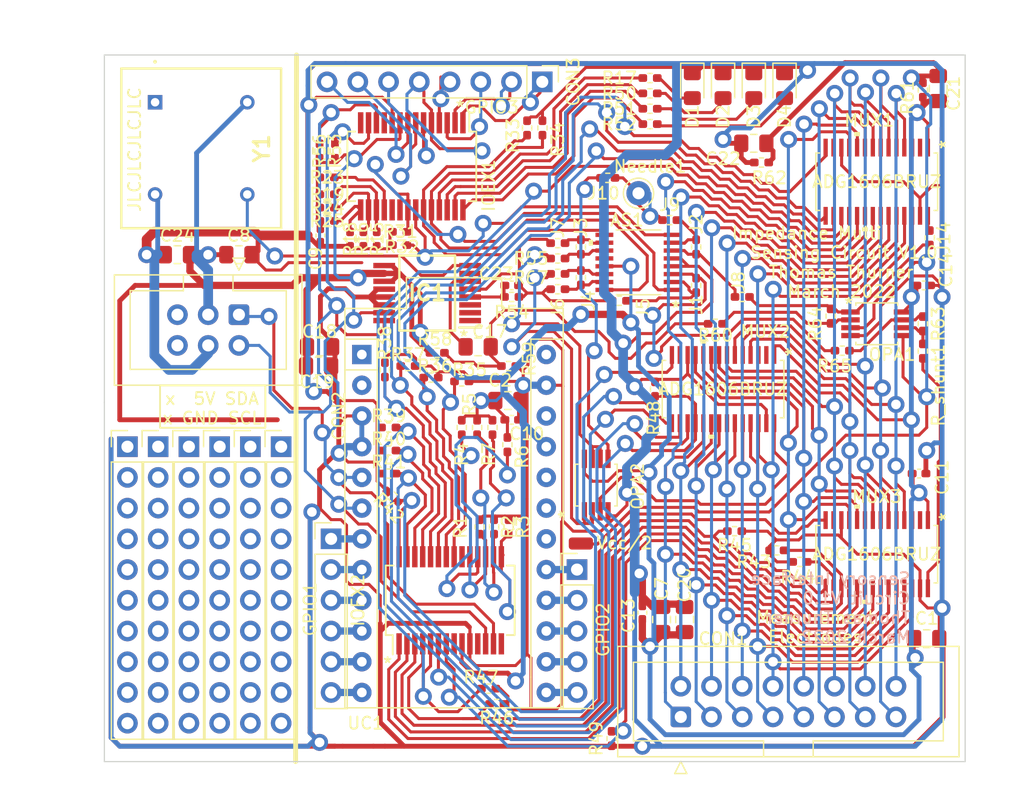
<source format=kicad_pcb>
(kicad_pcb (version 20211014) (generator pcbnew)
  (layers (0 "F.Cu" signal) (31 "B.Cu" signal) (34 "B.Paste" user) (35 "F.Paste" user) (36 "B.SilkS" user "B.Silkscreen") (37 "F.SilkS" user "F.Silkscreen") (38 "B.Mask" user) (39 "F.Mask" user) (44 "Edge.Cuts" user))
  (net 0 "")
  (net 1 "/M1_A3")
  (net 2 "/M1_A2")
  (net 3 "/M1_A1")
  (net 4 "/M1_A0")
  (net 5 "SDA")
  (net 6 "SCL")
  (net 7 "VCC_5V")
  (net 10 "GND")
  (net 12 "/M1_EN")
  (net 16 "/M2_A3")
  (net 17 "/M2_A2")
  (net 18 "/M2_A1")
  (net 19 "/M2_A0")
  (net 20 "/M2_EN")
  (net 24 "/M3_A3")
  (net 25 "/M3_A2")
  (net 26 "Net-(D1-Pad2)")
  (net 27 "/M3_A1")
  (net 28 "/M3_A0")
  (net 29 "/M3_EN")
  (net 33 "Net-(J11-Pad1)")
  (net 35 "Net-(C23-Pad1)")
  (net 36 "Net-(C23-Pad2)")
  (net 37 "Net-(IC1-Pad8)")
  (net 38 "Net-(IOEX1-Pad15)")
  (net 39 "Net-(IOEX1-Pad16)")
  (net 40 "Net-(IOEX1-Pad17)")
  (net 41 "Net-(IOEX1-Pad18)")
  (net 42 "Net-(IOEX2-Pad18)")
  (net 43 "Net-(IOEX2-Pad17)")
  (net 44 "/AS_4")
  (net 45 "/AS_1")
  (net 46 "/AS_2")
  (net 47 "/AS_3")
  (net 48 "Net-(D2-Pad2)")
  (net 49 "Net-(D3-Pad2)")
  (net 50 "Net-(D4-Pad2)")
  (net 51 "/GPIO_B0")
  (net 52 "/GPIO_B1")
  (net 53 "/GPIO_B2")
  (net 54 "/GPIO_B3")
  (net 55 "/GPIO_B4")
  (net 56 "/GPIO_B5")
  (net 57 "/GPIO_B6")
  (net 58 "/GPIO_B7")
  (net 59 "Net-(C17-Pad2)")
  (net 61 "VCC{slash}2")
  (net 71 "/SIG_MEAS_Z")
  (net 72 "Net-(OPA1-Pad2)")
  (net 73 "Net-(OPA1-Pad6)")
  (net 76 "Net-(J11-Pad2)")
  (net 77 "Net-(J11-Pad3)")
  (net 78 "Net-(J11-Pad4)")
  (net 79 "Net-(J11-Pad5)")
  (net 80 "Net-(J11-Pad6)")
  (net 81 "Net-(J12-Pad1)")
  (net 82 "Net-(J12-Pad2)")
  (net 83 "Net-(J12-Pad3)")
  (net 84 "Net-(J12-Pad4)")
  (net 85 "Net-(J12-Pad5)")
  (net 86 "/LED_red")
  (net 92 "/AS1_S1")
  (net 93 "/AS1_S4")
  (net 94 "/AS1_S3")
  (net 95 "/AS1_S2")
  (net 96 "Net-(OPA1-Pad7)")
  (net 97 "Net-(OPA2-Pad1)")
  (net 98 "/SIG_MEAS_V")
  (net 99 "Net-(OPA2-Pad6)")
  (net 100 "/LED_yellow")
  (net 101 "/LED_green")
  (net 102 "/LED_blue")
  (net 103 "/AS1_D1")
  (net 104 "/AS1_D4")
  (net 105 "/AS1_D3")
  (net 106 "/AS1_D2")
  (net 107 "Net-(C17-Pad1)")
  (net 108 "Net-(IOEX2-Pad16)")
  (net 109 "Net-(IOEX2-Pad15)")
  (net 110 "Net-(CON1-Pad1)")
  (net 111 "Net-(CON1-Pad2)")
  (net 112 "Net-(CON1-Pad3)")
  (net 113 "Net-(CON1-Pad4)")
  (net 114 "Net-(CON1-Pad5)")
  (net 115 "Net-(CON1-Pad6)")
  (net 116 "Net-(CON1-Pad7)")
  (net 117 "Net-(CON1-Pad8)")
  (net 118 "Net-(CON1-Pad9)")
  (net 119 "Net-(CON1-Pad10)")
  (net 120 "Net-(CON1-Pad11)")
  (net 121 "Net-(CON1-Pad12)")
  (net 122 "Net-(CON1-Pad13)")
  (net 123 "Net-(CON1-Pad14)")
  (net 124 "Net-(CON1-Pad15)")
  (net 125 "Net-(CON1-Pad16)")
  (net 128 "/NEEDLE_")
  (net 129 "/NEEDLE")
  (net 131 "/SIG_OUT")
  (net 132 "Net-(J8-Pad2)")
  (footprint "Capacitor_SMD:C_0805_2012Metric_Pad1.18x1.45mm_HandSolder" (layer "F.Cu") (at 61.9125 72.39)
    (fp_text reference "C8")
    (fp_text value "100nF")
  )
  (footprint "Resistor_SMD:R_0402_1005Metric_Pad0.72x0.64mm_HandSolder" (layer "F.Cu") (at 74.6125 92.3925 -45)
    (fp_text reference "R42")
    (fp_text value "1M")
  )
  (footprint "Resistor_SMD:R_0402_1005Metric_Pad0.72x0.64mm_HandSolder" (layer "F.Cu") (at 69.2 66)
    (fp_text reference "R23")
    (fp_text value "10k")
  )
  (footprint "Connector_PinHeader_2.54mm:PinHeader_1x10_P2.54mm_Vertical" (layer "F.Cu") (at 62.865 88.265)
    (fp_text reference "REF**" hide)
    (fp_text value "PinHeader_1x10_P2.54mm_Vertical" hide)
  )
  (footprint "Resistor_SMD:R_0402_1005Metric_Pad0.72x0.64mm_HandSolder" (layer "F.Cu") (at 95.885 61.595)
    (fp_text reference "R52")
    (fp_text value "330")
  )
  (footprint "Capacitor_SMD:C_0805_2012Metric_Pad1.18x1.45mm_HandSolder" (layer "F.Cu") (at 119.6975 58.6525 90)
    (fp_text reference "C21")
    (fp_text value "100nF")
  )
  (footprint "Capacitor_SMD:C_0805_2012Metric_Pad1.18x1.45mm_HandSolder" (layer "F.Cu") (at 68.58 80.01 180)
    (fp_text reference "C18")
    (fp_text value "100nF")
  )
  (footprint "Resistor_SMD:R_0402_1005Metric_Pad0.72x0.64mm_HandSolder" (layer "F.Cu") (at 85.725 61.9125 90)
    (fp_text reference "R33")
    (fp_text value "1M")
  )
  (footprint "Connector_PinHeader_2.54mm:PinHeader_1x10_P2.54mm_Vertical" (layer "F.Cu") (at 65.405 88.265)
    (fp_text reference "REF**" hide)
    (fp_text value "PinHeader_1x10_P2.54mm_Vertical" hide)
  )
  (footprint "Resistor_SMD:R_0402_1005Metric_Pad0.72x0.64mm_HandSolder" (layer "F.Cu") (at 118.999 70.993 -90)
    (fp_text reference "J14")
    (fp_text value "0")
  )
  (footprint "Capacitor_SMD:C_0402_1005Metric_Pad0.74x0.62mm_HandSolder" (layer "F.Cu") (at 68.6475 70.8025 -90)
    (fp_text reference "C9")
    (fp_text value "100pF")
  )
  (footprint "Capacitor_SMD:C_0402_1005Metric_Pad0.74x0.62mm_HandSolder" (layer "F.Cu") (at 118.495 74.93)
    (fp_text reference "C14")
    (fp_text value "100pF")
  )
  (footprint "Resistor_SMD:R_0402_1005Metric_Pad0.72x0.64mm_HandSolder" (layer "F.Cu") (at 118.4275 58.775 -90)
    (fp_text reference "R61")
    (fp_text value "10k")
  )
  (footprint "Resistor_SMD:R_0402_1005Metric_Pad0.72x0.64mm_HandSolder" (layer "F.Cu") (at 73.3 71.1 90)
    (fp_text reference "R15")
    (fp_text value "10k")
  )
  (footprint "Resistor_SMD:R_0402_1005Metric_Pad0.72x0.64mm_HandSolder" (layer "F.Cu") (at 95.885 60.325)
    (fp_text reference "R51")
    (fp_text value "470")
  )
  (footprint "Resistor_SMD:R_0402_1005Metric_Pad0.72x0.64mm_HandSolder" (layer "F.Cu") (at 78.3 80.5025 180)
    (fp_text reference "R58")
    (fp_text value "47k")
  )
  (footprint "Resistor_SMD:R_0402_1005Metric_Pad0.72x0.64mm_HandSolder" (layer "F.Cu") (at 84.1 88.1 -90)
    (fp_text reference "R6")
    (fp_text value "10k")
  )
  (footprint "Capacitor_SMD:C_0805_2012Metric_Pad1.18x1.45mm_HandSolder" (layer "F.Cu") (at 81.6825 80.01)
    (fp_text reference "C17")
    (fp_text value "47n")
  )
  (footprint "Connector_IDC:IDC-Header_2x03_P2.54mm_Vertical" (layer "F.Cu") (at 61.9175 77.3525 -90)
    (fp_text reference "CON2")
    (fp_text value "Conn_02x03_Odd_Even")
  )
  (footprint "Resistor_SMD:R_0402_1005Metric_Pad0.72x0.64mm_HandSolder" (layer "F.Cu") (at 77.7875 82.55 180)
    (fp_text reference "R36")
    (fp_text value "1M")
  )
  (footprint "Connector_Wire:SolderWirePad_1x01_SMD_1x2mm" (layer "F.Cu") (at 90.17 96.27 90)
    (fp_text reference "J13" hide)
    (fp_text value "Conn_01x01")
  )
  (footprint "Connector_PinHeader_2.54mm:PinHeader_1x10_P2.54mm_Vertical" (layer "F.Cu") (at 60.325 88.265)
    (fp_text reference "REF**" hide)
    (fp_text value "PinHeader_1x10_P2.54mm_Vertical" hide)
  )
  (footprint "Capacitor_SMD:C_0805_2012Metric_Pad1.18x1.45mm_HandSolder" (layer "F.Cu") (at 104.4575 63.1825 180)
    (fp_text reference "C22")
    (fp_text value "100nF")
  )
  (footprint "Resistor_SMD:R_0402_1005Metric_Pad0.72x0.64mm_HandSolder" (layer "F.Cu") (at 74.295 86.6775)
    (fp_text reference "R39")
    (fp_text value "1M")
  )
  (footprint "Resistor_SMD:R_0402_1005Metric_Pad0.72x0.64mm_HandSolder" (layer "F.Cu") (at 90.17 71.755 90)
    (fp_text reference "J3")
    (fp_text value "INF")
  )
  (footprint "Resistor_SMD:R_0402_1005Metric_Pad0.72x0.64mm_HandSolder" (layer "F.Cu") (at 81.5975 86.6775 -90)
    (fp_text reference "R5")
    (fp_text value "INF")
  )
  (footprint "Capacitor_SMD:C_0805_2012Metric_Pad1.18x1.45mm_HandSolder" (layer "F.Cu") (at 56.8325 72.39 180)
    (fp_text reference "C24")
    (fp_text value "100pF")
  )
  (footprint "Resistor_SMD:R_0402_1005Metric_Pad0.72x0.64mm_HandSolder" (layer "F.Cu") (at 73.9775 81.915 -90)
    (fp_text reference "R38")
    (fp_text value "1M")
  )
  (footprint "Resistor_SMD:R_0402_1005Metric_Pad0.72x0.64mm_HandSolder" (layer "F.Cu") (at 68.58 63.8175 90)
    (fp_text reference "R56")
    (fp_text value "10k")
  )
  (footprint "Connector_PinHeader_2.54mm:PinHeader_1x10_P2.54mm_Vertical" (layer "F.Cu") (at 52.705 88.265)
    (fp_text reference "REF**" hide)
    (fp_text value "PinHeader_1x10_P2.54mm_Vertical" hide)
  )
  (footprint "Resistor_SMD:R_0402_1005Metric_Pad0.72x0.64mm_HandSolder" (layer "F.Cu") (at 106.3625 96.8375)
    (fp_text reference "R43")
    (fp_text value "1M")
  )
  (footprint "Resistor_SMD:R_0402_1005Metric_Pad0.72x0.64mm_HandSolder" (layer "F.Cu") (at 96.3 83.5025 -90)
    (fp_text reference "R48")
    (fp_text value "1M")
  )
  (footprint "Resistor_SMD:R_0402_1005Metric_Pad0.72x0.64mm_HandSolder" (layer "F.Cu") (at 110.8075 77.47 90)
    (fp_text reference "R64")
    (fp_text value "100k")
  )
  (footprint "Resistor_SMD:R_0402_1005Metric_Pad0.72x0.64mm_HandSolder" (layer "F.Cu") (at 74.295 88.5825)
    (fp_text reference "R40")
    (fp_text value "1M")
  )
  (footprint "Resistor_SMD:R_0402_1005Metric_Pad0.72x0.64mm_HandSolder" (layer "F.Cu") (at 111.76 80.3275 180)
    (fp_text reference "R65")
    (fp_text value "22k")
  )
  (footprint "Resistor_SMD:R_0402_1005Metric_Pad0.72x0.64mm_HandSolder" (layer "F.Cu") (at 69.205 67.4)
    (fp_text reference "R19")
    (fp_text value "INF")
  )
  (footprint "Connector_IDC:IDC-Header_2x08_P2.54mm_Vertical" (layer "F.Cu") (at 98.425 110.6075 90)
    (fp_text reference "CON1")
    (fp_text value "Conn_02x08_Odd_Even")
  )
  (footprint "Capacitor_SMD:C_0805_2012Metric_Pad1.18x1.45mm_HandSolder" (layer "F.Cu") (at 68.5 81.6 180)
    (fp_text reference "C19")
    (fp_text value "100pF")
  )
  (footprint "Connector_PinHeader_2.54mm:PinHeader_1x10_P2.54mm_Vertical" (layer "F.Cu") (at 57.785 88.265)
    (fp_text reference "REF**" hide)
    (fp_text value "PinHeader_1x10_P2.54mm_Vertical" hide)
  )
  (footprint "Capacitor_SMD:C_0805_2012Metric_Pad1.18x1.45mm_HandSolder" (layer "F.Cu") (at 84.1375 84.455)
    (fp_text reference "C2")
    (fp_text value "100nF")
  )
  (footprint "LED_SMD:LED_0805_2012Metric_Pad1.15x1.40mm_HandSolder" (layer "F.Cu") (at 106.9975 58.42 -90)
    (fp_text reference "D4")
    (fp_text value "LED_blue")
  )
  (footprint "Resistor_SMD:R_0402_1005Metric_Pad0.72x0.64mm_HandSolder" (layer "F.Cu") (at 108.2675 97.79)
    (fp_text reference "R44")
    (fp_text value "1M")
  )
  (footprint "SamacSys_Parts:SOP65P780X200-16N" (layer "F.Cu") (at 77.47 75.565 180)
    (fp_text reference "IC1")
    (fp_text value "AD5933WYRSZ-REEL7" hide)
  )
  (footprint "Capacitor_SMD:C_0805_2012Metric_Pad1.18x1.45mm_HandSolder" (layer "F.Cu") (at 96.8375 102.5525 90)
    (fp_text reference "C7")
    (fp_text value "100nF")
  )
  (footprint "Capacitor_SMD:C_0402_1005Metric_Pad0.74x0.62mm_HandSolder" (layer "F.Cu") (at 95.25 101.985 90)
    (fp_text reference "C13")
    (fp_text value "100pF")
  )
  (footprint "Connector_PinHeader_2.54mm:PinHeader_1x10_P2.54mm_Vertical" (layer "F.Cu") (at 55.245 88.265)
    (fp_text reference "REF**" hide)
    (fp_text value "PinHeader_1x10_P2.54mm_Vertical" hide)
  )
  (footprint "Resistor_SMD:R_0402_1005Metric_Pad0.72x0.64mm_HandSolder" (layer "F.Cu") (at 95.885 59.055)
    (fp_text reference "R50")
    (fp_text value "470")
  )
  (footprint "Resistor_SMD:R_0402_1005Metric_Pad0.72x0.64mm_HandSolder" (layer "F.Cu") (at 93.345 76.2)
    (fp_text reference "J5")
    (fp_text value "0")
  )
  (footprint "Resistor_SMD:R_0402_1005Metric_Pad0.72x0.64mm_HandSolder" (layer "F.Cu") (at 99.695 71.755 90)
    (fp_text reference "J2")
    (fp_text value "INF")
  )
  (footprint "Resistor_SMD:R_0402_1005Metric_Pad0.72x0.64mm_HandSolder" (layer "F.Cu") (at 82.8675 86.6775 -90)
    (fp_text reference "R7")
    (fp_text value "INF")
  )
  (footprint "Resistor_SMD:R_0402_1005Metric_Pad0.72x0.64mm_HandSolder" (layer "F.Cu") (at 75.8825 81.5975 180)
    (fp_text reference "R37")
    (fp_text value "1M")
  )
  (footprint "Arduino:Sparkfun_Pro_Micro" (layer "F.Cu") (at 87.3125 108.585 180)
    (fp_text reference "UC1")
    (fp_text value "Sparkfun_Pro_Micro")
  )
  (footprint "Resistor_SMD:R_0402_1005Metric_Pad0.72x0.64mm_HandSolder" (layer "F.Cu") (at 97.51 69.5325 180)
    (fp_text reference "J9")
    (fp_text value "0")
  )
  (footprint "Resistor_SMD:R_0402_1005Metric_Pad0.72x0.64mm_HandSolder" (layer "F.Cu") (at 75.2 71.6 180)
    (fp_text reference "R32")
    (fp_text value "1M")
  )
  (footprint "ADG1606-footprints:RU_28_ADI" (layer "F.Cu") (at 114.6175 66.3575 -90)
    (fp_text reference "MUX1")
    (fp_text value "ADG1606BRUZ")
  )
  (footprint "Resistor_SMD:R_0402_1005Metric_Pad0.72x0.64mm_HandSolder" (layer "F.Cu") (at 92.71 112.395 90)
    (fp_text reference "R49")
    (fp_text value "1M")
  )
  (footprint "Resistor_SMD:R_0402_1005Metric_Pad0.72x0.64mm_HandSolder" (layer "F.Cu") (at 86.995 61.9125 90)
    (fp_text reference "R34")
    (fp_text value "1M")
  )
  (footprint "Resistor_SMD:R_0402_1005Metric_Pad0.72x0.64mm_HandSolder" (layer "F.Cu") (at 84.2 81.6 180)
    (fp_text reference "R59")
    (fp_text value "47k")
  )
  (footprint "Connector_Pin:Pin_D1.0mm_L10.0mm" (layer "F.Cu") (at 94.9325 67.31 -90)
    (fp_text reference "Needle1")
    (fp_text value "Conn_01x01_Male")
  )
  (footprint "LED_SMD:LED_0805_2012Metric_Pad1.15x1.40mm_HandSolder" (layer "F.Cu") (at 101.9175 58.42 -90)
    (fp_text reference "D2")
    (fp_text value "LED_yellow")
  )
  (footprint "Resistor_SMD:R_0402_1005Metric_Pad0.72x0.64mm_HandSolder" (layer "F.Cu") (at 95.885 57.785)
    (fp_text reference "R17")
    (fp_text value "470")
  )
  (footprint "ADG1606-footprints:RU_28_ADI" (layer "F.Cu") (at 101.9175 83.5025 -90)
    (fp_text reference "MUX2")
    (fp_text value "ADG1606BRUZ")
  )
  (footprint "SamacSys_Parts:ECS2200BX160" (layer "F.Cu") (at 54.99 59.79 -90)
    (fp_text reference "Y1")
    (fp_text value "ECS-2200BX-160" hide)
  )
  (footprint "Resistor_SMD:R_0402_1005Metric_Pad0.72x0.64mm_HandSolder" (layer "F.Cu") (at 69.2 68.5)
    (fp_text reference "R24")
    (fp_text value "INF")
  )
  (footprint "Capacitor_SMD:C_0805_2012Metric_Pad1.18x1.45mm_HandSolder" (layer "F.Cu") (at 118.745 104.14)
    (fp_text reference "C1")
    (fp_text value "100nF")
  )
  (footprint "Resistor_SMD:R_0402_1005Metric_Pad0.72x0.64mm_HandSolder" (layer "F.Cu") (at 101.2825 78.105)
    (fp_text reference "R60")
    (fp_text value "100k")
  )
  (footprint "Resistor_SMD:R_0402_1005Metric_Pad0.72x0.64mm_HandSolder" (layer "F.Cu") (at 83 94.9 -90)
    (fp_text reference "R2")
    (fp_text value "10k")
  )
  (footprint "Resistor_SMD:R_0402_1005Metric_Pad0.72x0.64mm_HandSolder" (layer "F.Cu") (at 102.87 95.25 180)
    (fp_text reference "R45")
    (fp_text value "1M")
  )
  (footprint "LED_SMD:LED_0805_2012Metric_Pad1.15x1.40mm_HandSolder" (layer "F.Cu") (at 104.4575 58.42 -90)
    (fp_text reference "D3")
    (fp_text value "LED_green")
  )
  (footprint "Resistor_SMD:R_0402_1005Metric_Pad0.72x0.64mm_HandSolder" (layer "F.Cu") (at 83.2225 109.5375 180)
    (fp_text reference "R46")
    (fp_text value "1M")
  )
  (footprint "Resistor_SMD:R_0402_1005Metric_Pad0.72x0.64mm_HandSolder" (layer "F.Cu") (at 88.265 73.9775)
    (fp_text reference "R67")
    (fp_text value "22k")
  )
  (footprint "Resistor_SMD:R_0402_1005Metric_Pad0.72x0.64mm_HandSolder" (layer "F.Cu") (at 80.3275 82.8675 180)
    (fp_text reference "R35")
    (fp_text value "1M")
  )
  (footprint "Resistor_SMD:R_0402_1005Metric_Pad0.72x0.64mm_HandSolder" (layer "F.Cu") (at 103.505 75.8825)
    (fp_text reference "J8")
    (fp_text value "0")
  )
  (footprint "Resistor_SMD:R_0402_1005Metric_Pad0.72x0.64mm_HandSolder" (layer "F.Cu") (at 88.265 72.7075)
    (fp_text reference "R55")
    (fp_text value "22k")
  )
  (footprint "Resistor_SMD:R_0402_1005Metric_Pad0.72x0.64mm_HandSolder" (layer "F.Cu") (at 105.0925 64.77)
    (fp_text reference "R62")
    (fp_text value "10k")
  )
  (footprint "Resistor_SMD:R_0402_1005Metric_Pad0.72x0.64mm_HandSolder" (layer "F.Cu") (at 75.2 70.5 180)
    (fp_text reference "R31")
    (fp_text value "1M")
  )
  (footprint "Connector_PinHeader_2.54mm:PinHeader_1x08_P2.54mm_Vertical" (layer "F.Cu") (at 86.98 58.1025 -90)
    (fp_text reference "CON3")
    (fp_text value "Conn_01x08_Male")
  )
  (footprint "Resistor_SMD:R_0402_1005Metric_Pad0.72x0.64mm_HandSolder" (layer "F.Cu") (at 80.3275 86.6775 -90)
    (fp_text reference "R4")
    (fp_text value "INF")
  )
  (footprint "Resistor_SMD:R_0402_1005Metric_Pad0.72x0.64mm_HandSolder" (layer "F.Cu") (at 118.4275 80.365 90)
    (fp_text reference "R_shunt1")
    (fp_text value "470")
  )
  (footprint "Resistor_SMD:R_0402_1005Metric_Pad0.72x0.64mm_HandSolder" (layer "F.Cu") (at 69.85 63.8175 90)
    (fp_text reference "R53")
    (fp_text value "10k")
  )
  (footprint "Resistor_SMD:R_0402_1005Metric_Pad0.72x0.64mm_HandSolder" (layer "F.Cu") (at 81.8 94.9 -90)
    (fp_text reference "R1")
    (fp_text value "10k")
  )
  (footprint "Resistor_SMD:R_0402_1005Metric_Pad0.72x0.64mm_HandSolder" (layer "F.Cu") (at 92.3925 66.04)
    (fp_text reference "J10")
    (fp_text value "0")
  )
  (footprint "Resistor_SMD:R_0402_1005Metric_Pad0.72x0.64mm_HandSolder" (layer "F.Cu") (at 84.2 94.9 -90)
    (fp_text reference "R3")
    (fp_text value "10k")
  )
  (footprint "Resistor_SMD:R_0402_1005Metric_Pad0.72x0.64mm_HandSolder" (layer "F.Cu") (at 82.55 108.2675 180)
    (fp_text reference "R47")
    (fp_text value "1M")
  )
  (footprint "ADG1611-footprints:RU_16_ADI" (layer "F.Cu") (at 94.9325 73.025 180)
    (fp_text reference "AS1")
    (fp_text value "ADG1611BRUZ" hide)
  )
  (footprint "Resistor_SMD:R_0402_1005Metric_Pad0.72x0.64mm_HandSolder" (layer "F.Cu") (at 99.695 74.93 -90)
    (fp_text reference "J1")
    (fp_text value "INF")
  )
  (footprint "AD8606-footprints:RM_8_ADI" (layer "F.Cu") (at 91.44 91.44 90)
    (fp_text reference "OPA2")
    (fp_text value "AD8606ARMZ-REEL" hide)
  )
  (footprint "Resistor_SMD:R_0402_1005Metric_Pad0.72x0.64mm_HandSolder" (layer "F.Cu") (at 90.17 74.295 -90)
    (fp_text reference "J4")
    (fp_text value "INF")
  )
  (footprint "Capacitor_SMD:C_0805_2012Metric_Pad1.18x1.45mm_HandSolder" (layer "F.Cu") (at 98.7425 102.5525 -90)
    (fp_text reference "C20")
    (fp_text value "1µF")
  )
  (footprint "LED_SMD:LED_0805_2012Metric_Pad1.15x1.40mm_HandSolder" (layer "F.Cu") (at 99.3775 58.42 -90)
    (fp_text reference "D1")
    (fp_text value "LED_red")
  )
  (footprint "Capacitor_SMD:C_0402_1005Metric_Pad0.74x0.62mm_HandSolder" (layer "F.Cu") (at 118.11 90.4875)
    (fp_text reference "C11")
    (fp_text value "100pF")
  )
  (footprint "Resistor_SMD:R_0402_1005Metric_Pad0.72x0.64mm_HandSolder" (layer "F.Cu") (at 71.1 71.1 90)
    (fp_text reference "R18")
    (fp_text value "INF")
  )
  (footprint "Resistor_SMD:R_0402_1005Metric_Pad0.72x0.64mm_HandSolder" (layer "F.Cu") (at 118.4275 78.105 90)
    (fp_text reference "R63")
    (fp_text value "1k")
  )
  (footprint "Connector_PinHeader_2.54mm:PinHeader_1x06_P2.54mm_Vertical" (layer "F.Cu") (at 69.5325 95.885)
    (fp_text reference "J11" hide)
    (fp_text value "Conn_01x06_Male" hide)
  )
  (footprint "Resistor_SMD:R_0402_1005Metric_Pad0.72x0.64mm_HandSolder" (layer "F.Cu") (at 69.2025 69.6)
    (fp_text reference "R25")
    (fp_text value "10k")
  )
  (footprint "Capacitor_SMD:C_0402_1005Metric_Pad0.74x0.62mm_HandSolder" (layer "F.Cu") (at 84.455 74.93 180)
    (fp_text reference "C23")
    (fp_text value "10pF")
  )
  (footprint "Resistor_SMD:R_0402_1005Metric_Pad0.72x0.64mm_HandSolder" (layer "F.Cu") (at 84.455 75.8825)
    (fp_text reference "R54")
    (fp_text value "22k")
  )
  (footprint "Package_SO:SSOP-28_5.3x10.2mm_P0.65mm" (layer "F.Cu") (at 76.2 65.0875 -90)
    (fp_text reference "IOEX1")
    (fp_text value "MCP23017_SS")
  )
  (footprint "Package_SO:SSOP-28_5.3x10.2mm_P0.65mm" (layer "F.Cu") (at 79.375 100.965 90)
    (fp_text reference "IOEX2")
    (fp_text value "MCP23017_SS")
  )
  (footprint "Capacitor_SMD:C_0402_1005Metric_Pad0.74x0.62mm_HandSolder" (layer "F.Cu") (at 84.455 86.0425)
    (fp_text reference "C10")
    (fp_text value "100pF")
  )
  (footprint "Resistor_SMD:R_0402_1005Metric_Pad0.72x0.64mm_HandSolder" (layer "F.Cu") (at 88.265 75.2475)
    (fp_text reference "J6")
    (fp_text value "0")
  )
  (footprint "Resistor_SMD:R_0402_1005Metric_Pad0.72x0.64mm_HandSolder" (layer "F.Cu") (at 88.265 71.4375)
    (fp_text reference "J7")
    (fp_text value "0")
  )
  (footprint "ADG1606-footprints:RU_28_ADI" (layer "F.Cu") (at 114.6175 97.155 -90)
    (fp_text reference "MUX3")
    (fp_text value "ADG1606BRUZ")
  )
  (footprint "Resistor_SMD:R_0402_1005Metric_Pad0.72x0.64mm_HandSolder" (layer "F.Cu") (at 72.2 71.1 90)
    (fp_text reference "R16")
    (fp_text value "10k")
  )
  (footprint "Connector_PinHeader_2.54mm:PinHeader_1x05_P2.54mm_Vertical" (layer "F.Cu") (at 89.8525 98.425)
    (fp_text reference "J12" hide)
    (fp_text value "Conn_01x05_Male")
  )
  (footprint "Resistor_SMD:R_0402_1005Metric_Pad0.72x0.64mm_HandSolder" (layer "F.Cu") (at 74.295 90.4875)
    (fp_text reference "R41")
    (fp_text value "1M")
  )
  (footprint "AD8606-footprints:RM_8_ADI" (layer "F.Cu") (at 114.6175 78.105)
    (fp_text reference "OPA1")
    (fp_text value "AD8606ARMZ-REEL" hide)
  )
  (gr_rect (start 55.4 83.2) (end 64.1 86.7) (layer "F.SilkS") (width 0.15) (fill none))
  (gr_line (start 66.6 114.3) (end 66.675 55.88) (layer "F.SilkS") (width 0.4))
  (gr_line (start 66.8 114.3) (end 121.92 114.3) (layer "Edge.Cuts") (width 0.1))
  (gr_line (start 50.8 55.88) (end 50.8 84.6) (layer "Edge.Cuts") (width 0.1))
  (gr_line (start 50.8 84.6) (end 50.8 114.3) (layer "Edge.Cuts") (width 0.1))
  (gr_line (start 50.8 114.3) (end 66.8 114.3) (layer "Edge.Cuts") (width 0.1))
  (gr_line (start 121.92 55.88) (end 50.8 55.88) (layer "Edge.Cuts") (width 0.1))
  (gr_line (start 121.92 114.3) (end 121.92 55.88) (layer "Edge.Cuts") (width 0.1))
  (gr_text "Sensory Interface\nCircuit V1.0\nThomas Thurner\nMarch 2022" (at 117.475 101.6) (layer "B.SilkS") (effects (font (size 1 1)) (justify left mirror)))
  (gr_text "Impedance Multi \n  Sensing Circuit V1.0\n    Thomas Thurner\n      March 2022" (at 102.5525 73.025) (layer "F.SilkS") (effects (font (size 1 1)) (justify left)))
  (gr_text "JLCJLCJLCJLC" (at 53.3 63.7 90) (layer "F.SilkS") (effects (font (size 1 1))))
  (gr_text "*" (at 74.2 106.2) (layer "F.SilkS") (effects (font (size 1 1))))
  (gr_text "*" (at 80.5 79.2) (layer "F.SilkS") (effects (font (size 1 1))))
  (gr_text "Measurement\nElectrodes" (at 109.5375 103.1875) (layer "F.SilkS") (effects (font (size 1 1))))
  (gr_text "x  5V SDA\nx GND SCL" (at 59.7 85.1) (layer "F.SilkS") (effects (font (size 1 1))))
  (gr_text "GPIO1" (at 67.8 101.7 90) (layer "F.SilkS") (effects (font (size 1 1))))
  (gr_text "GPIO2" (at 92 103.4 90) (layer "F.SilkS") (effects (font (size 1 1))))
  (gr_text "GPIO3" (at 82.8 60.2) (layer "F.SilkS") (effects (font (size 1 1))))
  (gr_text "*" (at 80.2 60.2) (layer "F.SilkS") (effects (font (size 1 1))))
  (gr_text "Vcc/2" (at 93.77 96.23) (layer "F.SilkS") (effects (font (size 1 1))))
  (segment (start 73.9775 82.5125) (end 73.9775 84.1375) (width 0.25) (layer "F.Cu") (net 1))
  (segment (start 110.413481 64.211519) (end 110.413481 63.5381) (width 0.25) (layer "F.Cu") (net 1))
  (segment (start 77.75 95.28) (end 77.75 97.365) (width 0.25) (layer "F.Cu") (net 1))
  (segment (start 77.726441 89.511865) (end 78.19904 89.984464) (width 0.25) (layer "F.Cu") (net 1))
  (segment (start 104.397227 65.771343) (end 105.117708 66.491824) (width 0.25) (layer "F.Cu") (net 1))
  (segment (start 73.9775 84.1375) (end 74.93 85.09) (width 0.25) (layer "F.Cu") (net 1))
  (segment (start 99.127232 63.609901) (end 99.904365 63.6099) (width 0.25) (layer "F.Cu") (net 1))
  (segment (start 94.5475 62.5475) (end 98.064831 62.5475) (width 0.25) (layer "F.Cu") (net 1))
  (segment (start 78.96661 94.06339) (end 77.75 95.28) (width 0.25) (layer "F.Cu") (net 1))
  (segment (start 78.19904 90.480126) (end 78.96661 91.247696) (width 0.25) (layer "F.Cu") (net 1))
  (segment (start 102.122469 65.050862) (end 102.899608 65.050862) (width 0.25) (layer "F.Cu") (net 1))
  (segment (start 78.96661 91.247696) (end 78.96661 94.06339) (width 0.25) (layer "F.Cu") (net 1))
  (segment (start 74.93 85.09) (end 75.73305 85.09) (width 0.25) (layer "F.Cu") (net 1))
  (segment (start 105.894846 66.491824) (end 106.566482 67.16346) (width 0.25) (layer "F.Cu") (net 1))
  (segment (start 106.566482 67.16346) (end 107.407266 67.16346) (width 0.25) (layer "F.Cu") (net 1))
  (segment (start 77.726441 88.046003) (end 77.726441 89.511865) (width 0.25) (layer "F.Cu") (net 1))
  (segment (start 105.117708 66.491824) (end 105.894846 66.491824) (width 0.25) (layer "F.Cu") (net 1))
  (segment (start 75.73305 85.09) (end 77.1525 86.50945) (width 0.25) (layer "F.Cu") (net 1))
  (segment (start 101.401988 64.330381) (end 102.122469 65.050862) (width 0.25) (layer "F.Cu") (net 1))
  (segment (start 98.064831 62.5475) (end 99.127232 63.609901) (width 0.25) (layer "F.Cu") (net 1))
  (segment (start 103.620089 65.771343) (end 104.397227 65.771343) (width 0.25) (layer "F.Cu") (net 1))
  (segment (start 77.1525 87.472062) (end 77.726441 88.046003) (width 0.25) (layer "F.Cu") (net 1))
  (segment (start 107.434403 67.190597) (end 110.413481 64.211519) (width 0.25) (layer "F.Cu") (net 1))
  (segment (start 77.1525 86.50945) (end 77.1525 87.472062) (width 0.25) (layer "F.Cu") (net 1))
  (segment (start 99.904365 63.6099) (end 100.62485 64.330381) (width 0.25) (layer "F.Cu") (net 1))
  (segment (start 107.407266 67.16346) (end 107.434403 67.190597) (width 0.25) (layer "F.Cu") (net 1))
  (segment (start 100.62485 64.330381) (end 101.401988 64.330381) (width 0.25) (layer "F.Cu") (net 1))
  (segment (start 78.19904 89.984464) (end 78.19904 90.480126) (width 0.25) (layer "F.Cu") (net 1))
  (segment (start 102.899608 65.050862) (end 103.620089 65.771343) (width 0.25) (layer "F.Cu") (net 1))
  (segment (start 93.8 61.8) (end 94.5475 62.5475) (width 0.25) (layer "F.Cu") (net 1))
  (via (at 93.8 61.8) (size 1.4) (drill 0.8) (layers "F.Cu" "B.Cu") (net 1))
  (via (at 74.93 85.09) (size 1.4) (drill 0.8) (layers "F.Cu" "B.Cu") (net 1))
  (segment (start 93.8 61.8) (end 93.8 60.145) (width 0.25) (layer "B.Cu") (net 1))
  (segment (start 77.018106 74.35048) (end 73.9775 77.391086) (width 0.25) (layer "B.Cu") (net 1))
  (segment (start 73.9775 84.1375) (end 74.93 85.09) (width 0.25) (layer "B.Cu") (net 1))
  (segment (start 87.56894 65.78496) (end 87.56894 68.498922) (width 0.25) (layer "B.Cu") (net 1))
  (segment (start 85.359643 69.153943) (end 80.163106 74.35048) (width 0.25) (layer "B.Cu") (net 1))
  (segment (start 80.163106 74.35048) (end 77.018106 74.35048) (width 0.25) (layer "B.Cu") (net 1))
  (segment (start 93.8 60.145) (end 93.0275 59.3725) (width 0.25) (layer "B.Cu") (net 1))
  (segment (start 88.9 60.6425) (end 88.9 64.4539) (width 0.25) (layer "B.Cu") (net 1))
  (segment (start 88.9 64.4539) (end 87.56894 65.78496) (width 0.25) (layer "B.Cu") (net 1))
  (segment (start 90.17 59.3725) (end 88.9 60.6425) (width 0.25) (layer "B.Cu") (net 1))
  (segment (start 93.0275 59.3725) (end 90.17 59.3725) (width 0.25) (layer "B.Cu") (net 1))
  (segment (start 73.9775 77.391086) (end 73.9775 84.1375) (width 0.25) (layer "B.Cu") (net 1))
  (segment (start 86.913921 69.153941) (end 85.359643 69.153943) (width 0.25) (layer "B.Cu") (net 1))
  (segment (start 87.56894 68.498922) (end 86.913921 69.153941) (width 0.25) (layer "B.Cu") (net 1))
  (segment (start 77.70202 87.244444) (end 77.70202 86.281832) (width 0.25) (layer "F.Cu") (net 2))
  (segment (start 92.3 60.6425) (end 92.3 62.1375) (width 0.25) (layer "F.Cu") (net 2))
  (segment (start 107.948974 68.482305) (end 107.179649 67.71298) (width 0.25) (layer "F.Cu") (net 2))
  (segment (start 78.74856 89.756846) (end 78.275961 89.284247) (width 0.25) (layer "F.Cu") (net 2))
  (segment (start 101.894851 65.600382) (end 101.17437 64.879901) (width 0.25) (layer "F.Cu") (net 2))
  (segment (start 103.392471 66.320863) (end 102.67199 65.600382) (width 0.25) (layer "F.Cu") (net 2))
  (segment (start 92.3 62.1375) (end 93.25952 63.09702) (width 0.25) (layer "F.Cu") (net 2))
  (segment (start 110.413479 69.1769) (end 110.057879 69.5325) (width 0.25) (layer "F.Cu") (net 2))
  (segment (start 108.650423 68.482305) (end 107.948974 68.482305) (width 0.25) (layer "F.Cu") (net 2))
  (segment (start 76.2 84.1375) (end 75.2475 83.185) (width 0.25) (layer "F.Cu") (net 2))
  (segment (start 78.275961 89.284247) (end 78.27596 87.818384) (width 0.25) (layer "F.Cu") (net 2))
  (segment (start 78.4 95.407138) (end 79.51613 94.291008) (width 0.25) (layer "F.Cu") (net 2))
  (segment (start 109.700617 69.5325) (end 108.650423 68.482305) (width 0.25) (layer "F.Cu") (net 2))
  (segment (start 93.25952 63.09702) (end 97.837212 63.09702) (width 0.25) (layer "F.Cu") (net 2))
  (segment (start 75.285 81.5975) (end 75.285 83.1475) (width 0.25) (layer "F.Cu") (net 2))
  (segment (start 79.516129 93.835771) (end 79.516129 91.020077) (width 0.25) (layer "F.Cu") (net 2))
  (segment (start 77.70202 86.281832) (end 76.2 84.779812) (width 0.25) (layer "F.Cu") (net 2))
  (segment (start 105.667228 67.041344) (end 104.89009 67.041344) (width 0.25) (layer "F.Cu") (net 2))
  (segment (start 104.169609 66.320863) (end 103.392471 66.320863) (width 0.25) (layer "F.Cu") (net 2))
  (segment (start 98.899612 64.15942) (end 98.332596 63.592404) (width 0.25) (layer "F.Cu") (net 2))
  (segment (start 78.74856 90.252508) (end 78.74856 89.756846) (width 0.25) (layer "F.Cu") (net 2))
  (segment (start 75.285 83.1475) (end 75.2475 83.185) (width 0.25) (layer "F.Cu") (net 2))
  (segment (start 110.057879 69.5325) (end 109.700617 69.5325) (width 0.25) (layer "F.Cu") (net 2))
  (segment (start 76.2 84.779812) (end 76.2 84.1375) (width 0.25) (layer "F.Cu") (net 2))
  (segment (start 78.4 97.365) (end 78.4 95.407138) (width 0.25) (layer "F.Cu") (net 2))
  (segment (start 79.51613 94.291008) (end 79.516129 93.835771) (width 0.25) (layer "F.Cu") (net 2))
  (segment (start 97.837212 63.09702) (end 98.332596 63.592404) (width 0.25) (layer "F.Cu") (net 2))
  (segment (start 79.516129 91.020077) (end 78.74856 90.252508) (width 0.25) (layer "F.Cu") (net 2))
  (segment (start 99.676748 64.15942) (end 98.899612 64.15942) (width 0.25) (layer "F.Cu") (net 2))
  (segment (start 107.179649 67.71298) (end 106.338864 67.71298) (width 0.25) (layer "F.Cu") (net 2))
  (segment (start 98.332596 63.592404) (end 98.324622 63.584429) (width 0.25) (layer "F.Cu") (net 2))
  (segment (start 101.17437 64.879901) (end 100.397233 64.879901) (width 0.25) (layer "F.Cu") (net 2))
  (segment (start 100.397233 64.879901) (end 99.676748 64.15942) (width 0.25) (layer "F.Cu") (net 2))
  (segment (start 104.89009 67.041344) (end 104.169609 66.320863) (width 0.25) (layer "F.Cu") (net 2))
  (segment (start 78.27596 87.818384) (end 77.70202 87.244444) (width 0.25) (layer "F.Cu") (net 2))
  (segment (start 102.67199 65.600382) (end 101.894851 65.600382) (width 0.25) (layer "F.Cu") (net 2))
  (segment (start 106.338864 67.71298) (end 105.667228 67.041344) (width 0.25) (layer "F.Cu") (net 2))
  (via (at 92.3 60.6425) (size 1.4) (drill 0.8) (layers "F.Cu" "B.Cu") (net 2))
  (via (at 75.2475 83.185) (size 1.4) (drill 0.8) (layers "F.Cu" "B.Cu") (net 2))
  (segment (start 74.52702 82.46452) (end 75.2475 83.185) (width 0.25) (layer "B.Cu") (net 2))
  (segment (start 89.535 60.784638) (end 89.535 64.596038) (width 0.25) (layer "B.Cu") (net 2))
  (segment (start 87.141539 69.703461) (end 85.587262 69.703462) (width 0.25) (layer "B.Cu") (net 2))
  (segment (start 89.535 64.596038) (end 88.11846 66.012578) (width 0.25) (layer "B.Cu") (net 2))
  (segment (start 74.527021 77.618703) (end 74.52702 82.46452) (width 0.25) (layer "B.Cu") (net 2))
  (segment (start 90.397618 59.92202) (end 89.535 60.784638) (width 0.25) (layer "B.Cu") (net 2))
  (segment (start 77.245724 74.9) (end 74.527021 77.618703) (width 0.25) (layer "B.Cu") (net 2))
  (segment (start 92.3 60.6425) (end 91.57952 59.92202) (width 0.25) (layer "B.Cu") (net 2))
  (segment (start 80.390724 74.9) (end 77.245724 74.9) (width 0.25) (layer "B.Cu") (net 2))
  (segment (start 91.57952 59.92202) (end 90.397618 59.92202) (width 0.25) (layer "B.Cu") (net 2))
  (segment (start 88.11846 66.012578) (end 88.11846 68.72654) (width 0.25) (layer "B.Cu") (net 2))
  (segment (start 85.587262 69.703462) (end 80.390724 74.9) (width 0.25) (layer "B.Cu") (net 2))
  (segment (start 88.11846 68.72654) (end 87.141539 69.703461) (width 0.25) (layer "B.Cu") (net 2))
  (segment (start 105.43961 67.590864) (end 106.111246 68.2625) (width 0.25) (layer "F.Cu") (net 3))
  (segment (start 77.47 85.272674) (end 78.25154 86.054214) (width 0.25) (layer "F.Cu") (net 3))
  (segment (start 102.444372 66.149902) (end 103.164853 66.870383) (width 0.25) (layer "F.Cu") (net 3))
  (segment (start 100.946752 65.429421) (end 101.667233 66.149902) (width 0.25) (layer "F.Cu") (net 3))
  (segment (start 77.19 82.55) (end 77.19 83.8575) (width 0.25) (layer "F.Cu") (net 3))
  (segment (start 78.25154 87.016826) (end 78.825479 87.590765) (width 0.25) (layer "F.Cu") (net 3))
  (segment (start 106.952031 68.2625) (end 107.721356 69.031825) (width 0.25) (layer "F.Cu") (net 3))
  (segment (start 78.825479 87.590765) (end 78.825481 89.056629) (width 0.25) (layer "F.Cu") (net 3))
  (segment (start 111.06348 70.290321) (end 111.06348 69.1769) (width 0.25) (layer "F.Cu") (net 3))
  (segment (start 79.29808 89.529228) (end 79.29808 90.02489) (width 0.25) (layer "F.Cu") (net 3))
  (segment (start 100.169615 65.429421) (end 100.946752 65.429421) (width 0.25) (layer "F.Cu") (net 3))
  (segment (start 79.05 95.534275) (end 79.05 97.365) (width 0.25) (layer "F.Cu") (net 3))
  (segment (start 97.780555 63.8175) (end 98.671996 64.708941) (width 0.25) (layer "F.Cu") (net 3))
  (segment (start 77.47 84.1375) (end 77.47 85.272674) (width 0.25) (layer "F.Cu") (net 3))
  (segment (start 101.667233 66.149902) (end 102.444372 66.149902) (width 0.25) (layer "F.Cu") (net 3))
  (segment (start 111.01579 70.338011) (end 111.06348 70.290321) (width 0.25) (layer "F.Cu") (net 3))
  (segment (start 78.825481 89.056629) (end 79.29808 89.529228) (width 0.25) (layer "F.Cu") (net 3))
  (segment (start 90.9 62) (end 91.385362 62) (width 0.25) (layer "F.Cu") (net 3))
  (segment (start 98.671996 64.708941) (end 99.449131 64.70894) (width 0.25) (layer "F.Cu") (net 3))
  (segment (start 103.941991 66.870383) (end 104.662472 67.590864) (width 0.25) (layer "F.Cu") (net 3))
  (segment (start 103.164853 66.870383) (end 103.941991 66.870383) (width 0.25) (layer "F.Cu") (net 3))
  (segment (start 109.72899 70.338011) (end 111.01579 70.338011) (width 0.25) (layer "F.Cu") (net 3))
  (segment (start 77.19 83.8575) (end 77.47 84.1375) (width 0.25) (layer "F.Cu") (net 3))
  (segment (start 108.422805 69.031825) (end 109.72899 70.338011) (width 0.25) (layer "F.Cu") (net 3))
  (segment (start 78.25154 86.054214) (end 78.25154 87.016826) (width 0.25) (layer "F.Cu") (net 3))
  (segment (start 79.29808 90.02489) (end 80.06565 90.79246) (width 0.25) (layer "F.Cu") (net 3))
  (segment (start 80.06565 94.518625) (end 79.05 95.534275) (width 0.25) (layer "F.Cu") (net 3))
  (segment (start 106.111246 68.2625) (end 106.952031 68.2625) (width 0.25) (layer "F.Cu") (net 3))
  (segment (start 93.202862 63.8175) (end 97.780555 63.8175) (width 0.25) (layer "F.Cu") (net 3))
  (segment (start 91.385362 62) (end 93.202862 63.8175) (width 0.25) (layer "F.Cu") (net 3))
  (segment (start 104.662472 67.590864) (end 105.43961 67.590864) (width 0.25) (layer "F.Cu") (net 3))
  (segment (start 107.721356 69.031825) (end 108.422805 69.031825) (width 0.25) (layer "F.Cu") (net 3))
  (segment (start 80.06565 90.79246) (end 80.06565 94.518625) (width 0.25) (layer "F.Cu") (net 3))
  (segment (start 99.449131 64.70894) (end 100.169615 65.429421) (width 0.25) (layer "F.Cu") (net 3))
  (via (at 77.47 84.1375) (size 1.4) (drill 0.8) (layers "F.Cu" "B.Cu") (net 3))
  (via (at 90.9 62) (size 1.4) (drill 0.8) (layers "F.Cu" "B.Cu") (net 3))
  (segment (start 90.2 62.7) (end 90.2 64.708176) (width 0.25) (layer "B.Cu") (net 3))
  (segment (start 85.814881 70.252981) (end 80.517382 75.55048) (width 0.25) (layer "B.Cu") (net 3))
  (segment (start 80.517382 75.55048) (end 77.372382 75.55048) (width 0.25) (layer "B.Cu") (net 3))
  (segment (start 77.47 83.5025) (end 77.47 84.1375) (width 0.25) (layer "B.Cu") (net 3))
  (segment (start 90.2 64.708176) (end 88.66798 66.240196) (width 0.25) (layer "B.Cu") (net 3))
  (segment (start 90.9 62) (end 90.2 62.7) (width 0.25) (layer "B.Cu") (net 3))
  (segment (start 77.372382 75.55048) (end 75.076541 77.846321) (width 0.25) (layer "B.Cu") (net 3))
  (segment (start 87.402381 70.252981) (end 85.814881 70.252981) (width 0.25) (layer "B.Cu") (net 3))
  (segment (start 75.07654 81.10904) (end 77.47 83.5025) (width 0.25) (layer "B.Cu") (net 3))
  (segment (start 88.66798 66.240196) (end 88.66798 68.987382) (width 0.25) (layer "B.Cu") (net 3))
  (segment (start 88.66798 68.987382) (end 87.402381 70.252981) (width 0.25) (layer "B.Cu") (net 3))
  (segment (start 75.076541 77.846321) (end 75.07654 81.10904) (width 0.25) (layer "B.Cu") (net 3))
  (segment (start 79.73 84.27) (end 79.73 82.8675) (width 0.25) (layer "F.Cu") (net 4))
  (segment (start 97.638417 64.4525) (end 98.444378 65.258461) (width 0.25) (layer "F.Cu") (net 4))
  (segment (start 92.075 64.4525) (end 97.638417 64.4525) (width 0.25) (layer "F.Cu") (net 4))
  (segment (start 106.773254 68.860861) (end 107.493738 69.581345) (width 0.25) (layer "F.Cu") (net 4))
  (segment (start 79.8476 89.0551) (end 79.8476 89.797272) (width 0.25) (layer "F.Cu") (net 4))
  (segment (start 79.4 84.6) (end 78.80106 85.19894) (width 0.25) (layer "F.Cu") (net 4))
  (segment (start 79.374998 87.363146) (end 79.375 88.5825) (width 0.25) (layer "F.Cu") (net 4))
  (segment (start 91.44 63.8175) (end 92.075 64.4525) (width 0.25) (layer "F.Cu") (net 4))
  (segment (start 111.713479 70.41746) (end 111.713479 69.1769) (width 0.25) (layer "F.Cu") (net 4))
  (segment (start 103.714373 67.419903) (end 104.434854 68.140384) (width 0.25) (layer "F.Cu") (net 4))
  (segment (start 107.493738 69.581345) (end 108.195187 69.581345) (width 0.25) (layer "F.Cu") (net 4))
  (segment (start 79.8476 89.797272) (end 80.61517 90.564842) (width 0.25) (layer "F.Cu") (net 4))
  (segment (start 80.61517 90.564842) (end 80.61517 94.746243) (width 0.25) (layer "F.Cu") (net 4))
  (segment (start 102.937235 67.419903) (end 103.714373 67.419903) (width 0.25) (layer "F.Cu") (net 4))
  (segment (start 79.7 95.661413) (end 79.7 97.365) (width 0.25) (layer "F.Cu") (net 4))
  (segment (start 78.80106 85.19894) (end 78.80106 86.789208) (width 0.25) (layer "F.Cu") (net 4))
  (segment (start 78.80106 86.789208) (end 79.374998 87.363146) (width 0.25) (layer "F.Cu") (net 4))
  (segment (start 99.221514 65.25846) (end 99.941996 65.978941) (width 0.25) (layer "F.Cu") (net 4))
  (segment (start 79.375 88.5825) (end 79.8476 89.0551) (width 0.25) (layer "F.Cu") (net 4))
  (segment (start 100.719134 65.978941) (end 101.439615 66.699422) (width 0.25) (layer "F.Cu") (net 4))
  (segment (start 102.216754 66.699422) (end 102.937235 67.419903) (width 0.25) (layer "F.Cu") (net 4))
  (segment (start 98.444378 65.258461) (end 99.221514 65.25846) (width 0.25) (layer "F.Cu") (net 4))
  (segment (start 104.434854 68.140384) (end 105.211992 68.140384) (width 0.25) (layer "F.Cu") (net 4))
  (segment (start 105.211992 68.140384) (end 105.932469 68.860861) (width 0.25) (layer "F.Cu") (net 4))
  (segment (start 80.61517 94.746243) (end 79.7 95.661413) (width 0.25) (layer "F.Cu") (net 4))
  (segment (start 111.243408 70.887531) (end 111.713479 70.41746) (width 0.25) (layer "F.Cu") (net 4))
  (segment (start 99.941996 65.978941) (end 100.719134 65.978941) (width 0.25) (layer "F.Cu") (net 4))
  (segment (start 105.932469 68.860861) (end 106.773254 68.860861) (width 0.25) (layer "F.Cu") (net 4))
  (segment (start 101.439615 66.699422) (end 102.216754 66.699422) (width 0.25) (layer "F.Cu") (net 4))
  (segment (start 109.501371 70.88753) (end 111.243408 70.887531) (width 0.25) (layer "F.Cu") (net 4))
  (segment (start 108.195187 69.581345) (end 109.501371 70.88753) (width 0.25) (layer "F.Cu") (net 4))
  (segment (start 79.4 84.6) (end 79.73 84.27) (width 0.25) (layer "F.Cu") (net 4))
  (via (at 91.44 63.8175) (size 1.4) (drill 0.8) (layers "F.Cu" "B.Cu") (net 4))
  (via (at 79.4 84.6) (size 1.4) (drill 0.8) (layers "F.Cu" "B.Cu") (net 4))
  (segment (start 87.63 70.8025) (end 89.2175 69.215) (width 0.25) (layer "B.Cu") (net 4))
  (segment (start 75.62606 80.38856) (end 75.62606 78.07394) (width 0.25) (layer "B.Cu") (net 4))
  (segment (start 79.4 84.1625) (end 75.62606 80.38856) (width 0.25) (layer "B.Cu") (net 4))
  (segment (start 79.4 84.6) (end 79.4 84.1625) (width 0.25) (layer "B.Cu") (net 4))
  (segment (start 86.0425 70.8025) (end 87.63 70.8025) (width 0.25) (layer "B.Cu") (net 4))
  (segment (start 91.44 64.245314) (end 91.44 63.8175) (width 0.25) (layer "B.Cu") (net 4))
  (segment (start 77.6 76.1) (end 80.745 76.1) (width 0.25) (layer "B.Cu") (net 4))
  (segment (start 89.2175 69.215) (end 89.2175 66.467814) (width 0.25) (layer "B.Cu") (net 4))
  (segment (start 89.2175 66.467814) (end 91.44 64.245314) (width 0.25) (layer "B.Cu") (net 4))
  (segment (start 75.62606 78.07394) (end 77.6 76.1) (width 0.25) (layer "B.Cu") (net 4))
  (segment (start 80.745 76.1) (end 86.0425 70.8025) (width 0.25) (layer "B.Cu") (net 4))
  (segment (start 71.4375 63.1825) (end 72.229022 63.1825) (width 0.25) (layer "F.Cu") (net 5))
  (segment (start 72.229022 63.1825) (end 72.625 62.786522) (width 0.25) (layer "F.Cu") (net 5))
  (segment (start 72.01 77.19) (end 71.4 77.8) (width 0.25) (layer "F.Cu") (net 5))
  (segment (start 73.92 77.19) (end 72.01 77.19) (width 0.25) (layer "F.Cu") (net 5))
  (segment (start 70.1675 90.805) (end 70.1675 90.4875) (width 0.25) (layer "F.Cu") (net 5))
  (segment (start 72.86625 92.075) (end 73.9775 93.18625) (width 0.25) (layer "F.Cu") (net 5))
  (segment (start 68.8 85.4) (end 68.5 85.1) (width 0.25) (layer "F.Cu") (net 5))
  (segment (start 73.9775 94.472862) (end 74.20952 94.704882) (width 0.25) (layer "F.Cu") (net 5))
  (segment (start 68.5 85.1) (end 66.3 85.1) (width 0.25) (layer "F.Cu") (net 5))
  (segment (start 64.8 77.9) (end 64.4 77.5) (width 0.25) (layer "F.Cu") (net 5))
  (segment (start 70.485 62.23) (end 71.4375 63.1825) (width 0.25) (layer "F.Cu") (net 5))
  (segment (start 69.85 62.865) (end 70.485 62.23) (width 0.25) (layer "F.Cu") (net 5))
  (segment (start 81.359638 101.2825) (end 82.95 102.872862) (width 0.25) (layer "F.Cu") (net 5))
  (segment (start 82.95 102.872862) (end 82.95 104.565) (width 0.25) (layer "F.Cu") (net 5))
  (segment (start 69.85 63.22) (end 69.85 62.865) (width 0.25) (layer "F.Cu") (net 5))
  (segment (start 76.5175 101.2825) (end 81.359638 101.2825) (width 0.25) (layer "F.Cu") (net 5))
  (segment (start 68.8 87.1) (end 68.8 85.4) (width 0.25) (layer "F.Cu") (net 5))
  (segment (start 74.20952 98.97452) (end 76.5175 101.2825) (width 0.25) (layer "F.Cu") (net 5))
  (segment (start 70.1675 91.1225) (end 71.12 92.075) (width 0.25) (layer "F.Cu") (net 5))
  (segment (start 73.9775 93.18625) (end 73.9775 94.472862) (width 0.25) (layer "F.Cu") (net 5))
  (segment (start 66.3 85.1) (end 64.8 83.6) (width 0.25) (layer "F.Cu") (net 5))
  (segment (start 74.20952 94.704882) (end 74.20952 98.97452) (width 0.25) (layer "F.Cu") (net 5))
  (segment (start 72.625 62.786522) (end 72.625 61.4875) (width 0.25) (layer "F.Cu") (net 5))
  (segment (start 64.8 83.6) (end 64.8 77.9) (width 0.25) (layer "F.Cu") (net 5))
  (segment (start 71.12 92.075) (end 72.86625 92.075) (width 0.25) (layer "F.Cu") (net 5))
  (segment (start 71.4 77.8) (end 71.425 77.825) (width 0.25) (layer "F.Cu") (net 5))
  (segment (start 70.1675 90.805) (end 70.1675 91.1225) (width 0.25) (layer "F.Cu") (net 5))
  (via (at 68.8 87.1) (size 1.4) (drill 0.8) (layers "F.Cu" "B.Cu") (net 5))
  (via (at 70.485 62.23) (size 1.4) (drill 0.8) (layers "F.Cu" "B.Cu") (net 5))
  (via (at 70.1675 90.805) (size 1.4) (drill 0.8) (layers "F.Cu" "B.Cu") (net 5))
  (via (at 71.4 77.8) (size 1.4) (drill 0.8) (layers "F.Cu" "B.Cu") (net 5))
  (via (at 64.4 77.5) (size 1.4) (drill 0.8) (layers "F.Cu" "B.Cu") (net 5))
  (segment (start 71.4 75.92) (end 71.4 77.8) (width 0.25) (layer "B.Cu") (net 5))
  (segment (start 69.215 74.6125) (end 69.85 75.2475) (width 0.25) (layer "B.Cu") (net 5))
  (segment (start 62.065 77.5) (end 61.9175 77.3525) (width 0.25) (layer "B.Cu") (net 5))
  (segment (start 71.4 77.8) (end 70.8 77.8) (width 0.25) (layer "B.Cu") (net 5))
  (segment (start 69.215 62.865) (end 69.215 74.6125) (width 0.25) (layer "B.Cu") (net 5))
  (segment (start 70.09 86.41) (end 69.042989 87.457011) (width 0.25) (layer "B.Cu") (net 5))
  (segment (start 71.4375 75.8825) (end 71.4 75.92) (width 0.25) (layer "B.Cu") (net 5))
  (segment (start 68.8 87.1) (end 68.8 87.214022) (width 0.25) (layer "B.Cu") (net 5))
  (segment (start 69.85 62.23) (end 69.215 62.865) (width 0.25) (layer "B.Cu") (net 5))
  (segment (start 69.042989 89.680489) (end 70.1675 90.805) (width 0.25) (layer "B.Cu") (net 5))
  (segment (start 70.8 77.8) (end 69.042989 79.557011) (width 0.25) (layer "B.Cu") (net 5))
  (segment (start 70.485 62.23) (end 69.85 62.23) (width 0.25) (layer "B.Cu") (net 5))
  (segment (start 70.8025 75.2475) (end 71.4375 75.8825) (width 0.25) (layer "B.Cu") (net 5))
  (segment (start 64.4 77.5) (end 62.065 77.5) (width 0.25) (layer "B.Cu") (net 5))
  (segment (start 69.042989 79.557011) (end 69.042989 81.942989) (width 0.25) (layer "B.Cu") (net 5))
  (segment (start 70.09 82.99) (end 70.09 86.41) (width 0.25) (layer "B.Cu") (net 5))
  (segment (start 69.042989 87.457011) (end 69.042989 89.680489) (width 0.25) (layer "B.Cu") (net 5))
  (segment (start 69.85 75.2475) (end 70.8025 75.2475) (width 0.25) (layer "B.Cu") (net 5))
  (segment (start 70.1675 90.805) (end 72.0725 90.805) (width 0.25) (layer "B.Cu") (net 5))
  (segment (start 68.8 87.214022) (end 69.042989 87.457011) (width 0.25) (layer "B.Cu") (net 5))
  (segment (start 69.042989 81.942989) (end 70.09 82.99) (width 0.25) (layer "B.Cu") (net 5))
  (segment (start 76.2 101.9175) (end 80.9625 101.9175) (width 0.25) (layer "F.Cu") (net 6))
  (segment (start 73.395 79) (end 73.92 78.475) (width 0.25) (layer "F.Cu") (net 6))
  (segment (start 71.800489 94.660489) (end 72.57971 94.660489) (width 0.25) (layer "F.Cu") (net 6))
  (segment (start 73.66 99.3775) (end 76.2 101.9175) (width 0.25) (layer "F.Cu") (net 6))
  (segment (start 70.8 79) (end 73.395 79) (width 0.25) (layer "F.Cu") (net 6))
  (segment (start 73.094022 60.0075) (end 73.275 60.188478) (width 0.25) (layer "F.Cu") (net 6))
  (segment (start 71.12 60.41048) (end 71.52298 60.0075) (width 0.25) (layer "F.Cu") (net 6))
  (segment (start 73.92 78.475) (end 73.92 77.84) (width 0.25) (layer "F.Cu") (net 6))
  (segment (start 69.5325 60.6425) (end 69.76452 60.41048) (width 0.25) (layer "F.Cu") (net 6))
  (segment (start 69.5325 60.6425) (end 69.5325 60.96) (width 0.25) (layer "F.Cu") (net 6))
  (segment (start 70.1675 93.0275) (end 71.800489 94.660489) (width 0.25) (layer "F.Cu") (net 6))
  (segment (start 82.3 103.255) (end 82.3 104.565) (width 0.25) (layer "F.Cu") (net 6))
  (segment (start 72.57971 94.660489) (end 73.66 95.740779) (width 0.25) (layer "F.Cu") (net 6))
  (segment (start 73.66 95.740779) (end 73.66 99.3775) (width 0.25) (layer "F.Cu") (net 6))
  (segment (start 70 76.6) (end 70 78.2) (width 0.25) (layer "F.Cu") (net 6))
  (segment (start 69.76452 60.41048) (end 71.12 60.41048) (width 0.25) (layer "F.Cu") (net 6))
  (segment (start 73.275 60.188478) (end 73.275 61.4875) (width 0.25) (layer "F.Cu") (net 6))
  (segment (start 80.9625 101.9175) (end 82.3 103.255) (width 0.25) (layer "F.Cu") (net 6))
  (segment (start 69.5325 60.96) (end 68.58 61.9125) (width 0.25) (layer "F.Cu") (net 6))
  (segment (start 71.52298 60.0075) (end 73.094022 60.0075) (width 0.25) (layer "F.Cu") (net 6))
  (segment (start 70 78.2) (end 70.8 79) (width 0.25) (layer "F.Cu") (net 6))
  (segment (start 68.58 61.9125) (end 68.58 63.22) (width 0.25) (layer "F.Cu") (net 6))
  (via (at 70 76.6) (size 1.4) (drill 0.8) (layers "F.Cu" "B.Cu") (net 6))
  (via (at 69.5325 60.6425) (size 1.4) (drill 0.8) (layers "F.Cu" "B.Cu") (net 6))
  (via (at 70.1675 93.0275) (size 1.4) (drill 0.8) (layers "F.Cu" "B.Cu") (net 6))
  (segment (start 69.49 83.167138) (end 69.49 84.81) (width 0.25) (layer "B.Cu") (net 6))
  (segment (start 70.1675 93.0275) (end 70.485 93.345) (width 0.25) (layer "B.Cu") (net 6))
  (segment (start 61.9 79.91) (end 61.9175 79.8925) (width 0.25) (layer "B.Cu") (net 6))
  (segment (start 69.49 84.81) (end 68.9 85.4) (width 0.25) (layer "B.Cu") (net 6))
  (segment (start 64.5 80.8) (end 63.5925 79.8925) (width 0.25) (layer "B.Cu") (net 6))
  (segment (start 70.485 93.345) (end 72.0725 93.345) (width 0.25) (layer "B.Cu") (net 6))
  (segment (start 68 85.4) (end 66.1 85.4) (width 0.25) (layer "B.Cu") (net 6))
  (segment (start 68.49347 82.170608) (end 69.49 83.167138) (width 0.25) (layer "B.Cu") (net 6))
  (segment (start 69.9325 76.6) (end 70 76.6) (width 0.25) (layer "B.Cu") (net 6))
  (segment (start 68.49347 78.10653) (end 68.49347 82.170608) (width 0.25) (layer "B.Cu") (net 6))
  (segment (start 69.5325 60.6425) (end 68.58 61.595) (width 0.25) (layer "B.Cu") (net 6))
  (segment (start 68.9 85.4) (end 68 85.4) (width 0.25) (layer "B.Cu") (net 6))
  (segment (start 63.5925 79.8925) (end 61.9175 79.8925) (width 0.25) (layer "B.Cu") (net 6))
  (segment (start 64.5 83.8) (end 64.5 80.8) (width 0.25) (layer "B.Cu") (net 6))
  (segment (start 67.4 86) (end 67.4 90.26) (width 0.25) (layer "B.Cu") (net 6))
  (segment (start 70 76.6) (end 68.49347 78.10653) (width 0.25) (layer "B.Cu") (net 6))
  (segment (start 68.58 75.2475) (end 69.9325 76.6) (width 0.25) (layer "B.Cu") (net 6))
  (segment (start 68 85.4) (end 67.4 86) (width 0.25) (layer "B.Cu") (net 6))
  (segment (start 68.58 61.595) (end 68.58 75.2475) (width 0.25) (layer "B.Cu") (net 6))
  (segment (start 66.1 85.4) (end 64.5 83.8) (width 0.25) (layer "B.Cu") (net 6))
  (segment (start 67.4 90.26) (end 70.1675 93.0275) (width 0.25) (layer "B.Cu") (net 6))
  (segment (start 117.949858 60.6425) (end 118.8425 61.535142) (width 0.25) (layer "F.Cu") (net 7))
  (segment (start 80.35 106.052226) (end 80.35 104.565) (width 0.25) (layer "F.Cu") (net 7))
  (segment (start 95.25 104.14) (end 95.885 104.775) (width 0.6) (layer "F.Cu") (net 7))
  (segment (start 66.9925 74.295) (end 66.3575 74.93) (width 0.6) (layer "F.Cu") (net 7))
  (segment (start 68.4 68.5) (end 68.4 69.395) (width 0.25) (layer "F.Cu") (net 7))
  (segment (start 68.5 67.4) (end 68.4 67.3) (width 0.25) (layer "F.Cu") (net 7))
  (segment (start 67.5425 80.01) (end 67.5425 79.46) (width 0.6) (layer "F.Cu") (net 7))
  (segment (start 77.645 80.5025) (end 76.2 79.0575) (width 0.4) (layer "F.Cu") (net 7))
  (segment (start 76.2 74.93) (end 75.21 73.94) (width 0.4) (layer "F.Cu") (net 7))
  (segment (start 93.6245 77.3245) (end 94.3 78) (width 0.6) (layer "F.Cu") (net 7))
  (segment (start 118.4275 59.3725) (end 118.4275 60.164858) (width 0.4) (layer "F.Cu") (net 7))
  (segment (start 82.55 85.725) (end 82.8675 86.0425) (width 0.25) (layer "F.Cu") (net 7))
  (segment (start 52.07 86.0425) (end 65.0875 86.0425) (width 0.4) (layer "F.Cu") (net 7))
  (segment (start 68.605 69.6) (end 68.605 70.1925) (width 0.25) (layer "F.Cu") (net 7))
  (segment (start 57.87 72.39) (end 58.42 72.39) (width 0.4) (layer "F.Cu") (net 7))
  (segment (start 71.12 64.4525) (end 71.4375 64.4525) (width 0.25) (layer "F.Cu") (net 7))
  (segment (start 69.85 64.415) (end 69.85 64.77) (width 0.25) (layer "F.Cu") (net 7))
  (segment (start 68.58 74.295) (end 66.9925 74.295) (width 0.6) (layer "F.Cu") (net 7))
  (segment (start 76.9 78.8) (end 76.9 75.63) (width 0.4) (layer "F.Cu") (net 7))
  (segment (start 96.8375 103.59) (end 96.8375 103.8225) (width 0.6) (layer "F.Cu") (net 7))
  (segment (start 68.605 70.1925) (end 68.6475 70.235) (width 0.25) (layer "F.Cu") (net 7))
  (segment (start 83.1 85.005) (end 83.1 84.455) (width 0.25) (layer "F.Cu") (net 7))
  (segment (start 98.7425 103.59) (end 98.51 103.8225) (width 0.6) (layer "F.Cu") (net 7))
  (segment (start 93.25952 90.25548) (end 92.3925 91.1225) (width 0.25) (layer "F.Cu") (net 7))
  (segment (start 68.58 64.42) (end 68.4 64.6) (width 0.25) (layer "F.Cu") (net 7))
  (segment (start 73.32366 62.865) (end 75.146522 62.865) (width 0.25) (layer "F.Cu") (net 7))
  (segment (start 117.9275 74.93) (end 117.9275 75.43) (width 0.25) (layer "F.Cu") (net 7))
  (segment (start 117.5425 90.4875) (end 117.5425 91.5075) (width 0.4) (layer "F.Cu") (net 7))
  (segment (start 73.92 73.29) (end 73.7125 73.29) (width 0.25) (layer "F.Cu") (net 7))
  (segment (start 117.5425 91.5075) (end 118.11 92.075) (width 0.4) (layer "F.Cu") (net 7))
  (segment (start 68.4 65.7975) (end 68.6025 66) (width 0.25) (layer "F.Cu") (net 7))
  (segment (start 73.92 74.59) (end 74.56 74.59) (width 0.25) (layer "F.Cu") (net 7))
  (segment (start 81.239794 106.98702) (end 80.3275 106.074726) (width 0.4) (layer "F.Cu") (net 7))
  (segment (start 67.5425 75.3325) (end 68.58 74.295) (width 0.6) (layer "F.Cu") (net 7))
  (segment (start 118.8425 92.8075) (end 118.8425 94.3356) (width 0.25) (layer "F.Cu") (net 7))
  (segment (start 72.05366 64.135) (end 73.32366 62.865) (width 0.25) (layer "F.Cu") (net 7))
  (segment (start 76.9 75.63) (end 76.2 74.93) (width 0.4) (layer "F.Cu") (net 7))
  (segment (start 117.475 76.444201) (end 117.475 75.8825) (width 0.25) (layer "F.Cu") (net 7))
  (segment (start 70.00875 64.77) (end 70.64375 64.135) (width 0.25) (layer "F.Cu") (net 7))
  (segment (start 58.42 72.7075) (end 58.42 72.39) (width 0.4) (layer "F.Cu") (net 7))
  (segment (start 67.5425 81.52) (end 67.5425 79.46) (width 0.6) (layer "F.Cu") (net 7))
  (segment (start 98.51 103.8225) (end 97.07 103.8225) (width 0.6) (layer "F.Cu") (net 7))
  (segment (start 57.87 73.745) (end 57.87 72.39) (width 0.6) (layer "F.Cu") (net 7))
  (segment (start 114.689969 86.0425) (end 111.832469 83.185) (width 0.25) (layer "F.Cu") (net 7))
  (segment (start 95.795697 90.396855) (end 95.654322 90.25548) (width 0.25) (layer "F.Cu") (net 7))
  (segment (start 59.055 74.93) (end 57.87 73.745) (width 0.6) (layer "F.Cu") (net 7))
  (segment (start 57.87 72.39) (end 59.3725 72.39) (width 0.4) (layer "F.Cu") (net 7))
  (segment (start 95.654322 90.25548) (end 93.25952 90.25548) (width 0.25) (layer "F.Cu") (net 7))
  (segment (start 95.25 102.5525) (end 95.25 104.14) (width 0.6) (layer "F.Cu") (net 7))
  (segment (start 69.85 64.77) (end 70.00875 64.77) (width 0.25) (layer "F.Cu") (net 7))
  (segment (start 91.1225 91.1225) (end 90.465001 90.465001) (width 0.25) (layer "F.Cu") (net 7))
  (segment (start 60.875 72.39) (end 59.3725 72.39) (width 0.4) (layer "F.Cu") (net 7))
  (segment (start 117.7075 105.6425) (end 117.7925 105.7275) (width 0.25) (layer "F.Cu") (net 7))
  (segment (start 111.832469 83.185) (end 109.893064 83.185) (width 0.25) (layer "F.Cu") (net 7))
  (segment (start 90.17 77.3245) (end 93.6245 77.3245) (width 0.6) (layer "F.Cu") (net 7))
  (segment (start 81.5975 84.7725) (end 81.915 84.455) (width 0.25) (layer "F.Cu") (net 7))
  (segment (start 68.4 67.3) (end 68.4 68.5) (width 0.25) (layer "F.Cu") (net 7))
  (segment (start 83.8875 85.7925) (end 83.1 85.005) (width 0.25) (layer "F.Cu") (net 7))
  (segment (start 71.4375 64.4525) (end 71.3475 64.4525) (width 0.25) (layer "F.Cu") (net 7))
  (segment (start 106.632584 79.92452) (end 106.1425 79.92452) (width 0.25) (layer "F.Cu") (net 7))
  (segment (start 70.8025 64.135) (end 71.12 64.4525) (width 0.25) (layer "F.Cu") (net 7))
  (segment (start 109.893064 83.185) (end 106.632584 79.92452) (width 0.25) (layer "F.Cu") (net 7))
  (segment (start 71.755 74.295) (end 72.11 73.94) (width 0.6) (layer "F.Cu") (net 7))
  (segment (start 96.8375 103.8225) (end 95.885 104.775) (width 0.6) (layer "F.Cu") (net 7))
  (segment (start 118.11 92.075) (end 118.8425 92.8075) (width 0.25) (layer "F.Cu") (net 7))
  (segment (start 72.11 73.94) (end 73.92 73.94) (width 0.6) (layer "F.Cu") (net 7))
  (segment (start 117.9275 75.43) (end 117.475 75.8825) (width 0.25) (layer "F.Cu") (net 7))
  (segment (start 118.902358 59.69) (end 117.949858 60.6425) (width 0.4) (layer "F.Cu") (net 7))
  (segment (start 118.8425 61.535142) (end 118.8425 63.5381) (width 0.25) (layer "F.Cu") (net 7))
  (segment (start 83.8875 86.0425) (end 83.8875 85.7925) (width 0.25) (layer "F.Cu") (net 7))
  (segment (start 68.4 69.395) (end 68.605 69.6) (width 0.25) (layer "F.Cu") (net 7))
  (segment (start 80.3275 106.074726) (end 80.3275 106.045) (width 0.4) (layer "F.Cu") (net 7))
  (segment (start 71.755 74.295) (end 68.58 74.295) (width 0.6) (layer "F.Cu") (net 7))
  (segment (start 66.3575 74.93) (end 59.055 74.93) (width 0.6) (layer "F.Cu") (net 7))
  (segment (start 90.465001 90.465001) (end 90.465001 89.2683) (width 0.25) (layer "F.Cu") (net 7))
  (segment (start 82.55 85.725) (end 81.5975 85.725) (width 0.25) (layer "F.Cu") (net 7))
  (segment (start 118.4275 60.164858) (end 117.949858 60.6425) (width 0.4) (layer "F.Cu") (net 7))
  (segment (start 116.7892 77.130001) (end 117.475 76.444201) (width 0.25) (layer "F.Cu") (net 7))
  (segment (start 84.1 86.255) (end 83.8875 86.0425) (width 0.25) (layer "F.Cu") (net 7))
  (segment (start 77.7025 80.5025) (end 77.645 80.5025) (width 0.25) (layer "F.Cu") (net 7))
  (segment (start 117.7075 104.14) (end 117.7075 105.6425) (width 0.25) (layer "F.Cu") (net 7))
  (segment (start 59.055 74.93) (end 53.34 74.93) (width 0.4) (layer "F.Cu") (net 7))
  (segment (start 80.3275 86.0425) (end 80.3275 86.08) (width 0.25) (layer "F.Cu") (net 7))
  (segment (start 81.5975 86.08) (end 81.5975 84.7725) (width 0.25) (layer "F.Cu") (net 7))
  (segment (start 53.34 74.93) (end 52.07 76.2) (width 0.4) (layer "F.Cu") (net 7))
  (segment (start 97.07 103.8225) (end 96.8375 103.59) (width 0.6) (layer "F.Cu") (net 7))
  (segment (start 82.8675 86.0425) (end 82.8675 86.08) (width 0.25) (layer "F.Cu") (net 7))
  (segment (start 67.4625 81.6) (end 67.5425 81.52) (width 0.6) (layer "F.Cu") (net 7))
  (segment (start 68.6 66) (end 68.4 66.2) (width 0.25) (layer "F.Cu") (net 7))
  (segment (start 84.12702 106.98702) (end 81.239794 106.98702) (width 0.4) (layer "F.Cu") (net 7))
  (segment (start 68.58 64.415) (end 68.58 64.77) (width 0.25) (layer "F.Cu") (net 7))
  (segment (start 75.225 62.786522) (end 75.225 61.4875) (width 0.25) (layer "F.Cu") (net 7))
  (segment (start 92.120598 73.3425) (end 92.1131 73.349998) (width 0.25) (layer "F.Cu") (net 7))
  (segment (start 75.146522 62.865) (end 75.225 62.786522) (width 0.25) (layer "F.Cu") (net 7))
  (segment (start 81.5975 86.08) (end 81.5975 85.725) (width 0.25) (layer "F.Cu") (net 7))
  (segment (start 73.92 73.29) (end 74.56 73.29) (width 0.25) (layer "F.Cu") (net 7))
  (segment (start 76.2 79.0575) (end 76.2 74.93) (width 0.4) (layer "F.Cu") (net 7))
  (segment (start 83.1 84.455) (end 81.915 84.455) (width 0.25) (layer "F.Cu") (net 7))
  (segment (start 68.6075 67.4) (end 68.5 67.4) (width 0.25) (layer "F.Cu") (net 7))
  (segment (start 68.58 64.415) (end 68.58 64.42) (width 0.25) (layer "F.Cu") (net 7))
  (segment (start 84.1 87.5025) (end 84.1 86.255) (width 0.25) (layer "F.Cu") (net 7))
  (segment (start 117.475 86.0425) (end 114.689969 86.0425) (width 0.25) (layer "F.Cu") (net 7))
  (segment (start 52.07 76.2) (end 52.07 86.0425) (width 0.4) (layer "F.Cu") (net 7))
  (segment (start 80.645 85.725) (end 80.3275 86.0425) (width 0.25) (layer "F.Cu") (net 7))
  (segment (start 84.7725 107.6325) (end 84.12702 106.98702) (width 0.4) (layer "F.Cu") (net 7))
  (segment (start 68.6025 68.5) (end 68.4 68.5) (width 0.25) (layer "F.Cu") (net 7))
  (segment (start 68.58 64.77) (end 69.85 64.77) (width 0.25) (layer "F.Cu") (net 7))
  (segment (start 81.5975 85.725) (end 80.645 85.725) (width 0.25) (layer "F.Cu") (net 7))
  (segment (start 68.4 64.6) (end 68.4 65.7975) (width 0.25) (layer "F.Cu") (net 7))
  (segment (start 92.3925 91.1225) (end 91.1225 91.1225) (width 0.25) (layer "F.Cu") (net 7))
  (segment (start 70.64375 64.135) (end 70.8025 64.135) (width 0.25) (layer "F.Cu") (net 7))
  (segment (start 119.6975 59.69) (end 118.902358 59.69) (width 0.4) (layer "F.Cu") (net 7))
  (segment (start 75.21 73.94) (end 73.92 73.94) (width 0.4) (layer "F.Cu") (net 7))
  (segment (start 68.6025 66) (end 68.6 66) (width 0.25) (layer "F.Cu") (net 7))
  (segment (start 106.1425 79.92452) (end 106.1425 80.6831) (width 0.25) (layer "F.Cu") (net 7))
  (segment (start 74.56 73.29) (end 75.21 73.94) (width 0.4) (layer "F.Cu") (net 7))
  (segment (start 74.56 74.59) (end 75.21 73.94) (width 0.4) (layer "F.Cu") (net 7))
  (segment (start 94.2975 73.3425) (end 92.120598 73.3425) (width 0.25) (layer "F.Cu") (net 7))
  (segment (start 80.3275 106.074726) (end 80.35 106.052226) (width 0.25) (layer "F.Cu") (net 7))
  (segment (start 70.8025 64.135) (end 72.05366 64.135) (width 0.25) (layer "F.Cu") (net 7))
  (segment (start 68.4 66.2) (end 68.4 67.3) (width 0.25) (layer "F.Cu") (net 7))
  (segment (start 67.5425 79.46) (end 67.5425 75.3325) (width 0.6) (layer "F.Cu") (net 7))
  (via (at 117.475 86.0425) (size 1.4) (drill 0.8) (layers "F.Cu" "B.Cu") (net 7))
  (via (at 118.11 92.075) (size 1.4) (drill 0.8) (layers "F.Cu" "B.Cu") (net 7))
  (via (at 94.2975 73.3425) (size 1.4) (drill 0.8) (layers "F.Cu" "B.Cu") (net 7))
  (via (at 117.475 75.8825) (size 1.4) (drill 0.8) (layers "F.Cu" "B.Cu") (net 7))
  (via (at 94.3 78) (size 1.4) (drill 0.8) (layers "F.Cu" "B.Cu") (net 7))
  (via (at 84.7725 107.6325) (size 1.4) (drill 0.8) (layers "F.Cu" "B.Cu") (net 7))
  (via (at 59.3725 72.39) (size 1.4) (drill 0.8) (layers "F.Cu" "B.Cu") (net 7))
  (via (at 95.885 104.775) (size 1.4) (drill 0.8) (layers "F.Cu" "B.Cu") (net 7))
  (via (at 81.915 84.455) (size 1.4) (drill 0.8) (layers "F.Cu" "B.Cu") (net 7))
  (via (at 71.4375 64.4525) (size 1.4) (drill 0.8) (layers "F.Cu" "B.Cu") (net 7))
  (via (at 95.795697 90.396855) (size 1.4) (drill 0.8) (layers "F.Cu" "B.Cu") (net 7))
  (via (at 117.7925 105.7275) (size 1.4) (drill 0.8) (layers "F.Cu" "B.Cu") (net 7))
  (via (at 76.9 78.8) (size 1.4) (drill 0.8) (layers "F.Cu" "B.Cu") (net 7))
  (via (at 71.755 74.295) (size 1.4) (drill 0.8) (layers "F.Cu" "B.Cu") (net 7))
  (via (at 117.949858 60.6425) (size 1.4) (drill 0.8) (layers "F.Cu" "B.Cu") (net 7))
  (via (at 90.17 77.3245) (size 1.4) (drill 0.8) (layers "F.Cu" "B.Cu") (net 7))
  (segment (start 117.475 92.71) (end 118.11 92.075) (width 0.4) (layer "B.Cu") (net 7))
  (segment (start 85.4075 86.36) (end 87.3125 88.265) (width 0.6) (layer "B.Cu") (net 7))
  (segment (start 71.755 74.295) (end 70.1675 74.295) (width 0.25) (layer "B.Cu") (net 7))
  (segment (start 117.475 106.68) (end 117.475 92.71) (width 0.4) (layer "B.Cu") (net 7))
  (segment (start 83.82 82.70875) (end 83.82 83.82) (width 0.6) (layer "B.Cu") (net 7))
  (segment (start 95.795697 90.396855) (end 95.795697 90.011099) (width 0.4) (layer "B.Cu") (net 7))
  (segment (start 59.3775 77.3525) (end 59.3775 73.665) (width 0.8) (layer "B.Cu") (net 7))
  (segment (start 97.155 112.0775) (end 116.84 112.0775) (width 0.4) (layer "B.Cu") (net 7))
  (segment (start 89.072 78.4225) (end 87.3125 78.4225) (width 0.6) (layer "B.Cu") (net 7))
  (segment (start 95.795697 90.011099) (end 96.8375 88.969296) (width 0.4) (layer "B.Cu") (net 7))
  (segment (start 69.85 73.9775) (end 69.85 66.04) (width 0.25) (layer "B.Cu") (net 7))
  (segment (start 95.795697 97.492063) (end 95.795697 90.396855) (width 0.4) (layer "B.Cu") (net 7))
  (segment (start 81.915 84.455) (end 82.55 84.455) (width 0.25) (layer "B.Cu") (net 7))
  (segment (start 117.7925 106.3625) (end 117.475 106.68) (width 0.25) (layer "B.Cu") (net 7))
  (segment (start 80.01 82.55) (end 83.66125 82.55) (width 0.4) (layer "B.Cu") (net 7))
  (segment (start 58.42 63.98) (end 62.61 59.79) (width 0.4) (layer "B.Cu") (net 7))
  (segment (start 85.912989 79.822011) (end 85.912989 80.615761) (width 0.6) (layer "B.Cu") (net 7))
  (segment (start 95.885 104.775) (end 95.885 110.8075) (width 0.4) (layer "B.Cu") (net 7))
  (segment (start 94.9325 81.5975) (end 94.9325 78.6325) (width 0.4) (layer "B.Cu") (net 7))
  (segment (start 117.475 91.44) (end 117.475 86.0425) (width 0.4) (layer "B.Cu") (net 7))
  (segment (start 59.3775 73.665) (end 58.42 72.7075) (width 0.8) (layer "B.Cu") (net 7))
  (segment (start 95.885 104.775) (end 96.2025 104.4575) (width 0.4) (layer "B.Cu") (net 7))
  (segment (start 58.42 72.39) (end 58.42 72.7075) (width 0.8) (layer "B.Cu") (net 7))
  (segment (start 97.4725 87.63) (end 97.4725 84.1375) (width 0.4) (layer "B.Cu") (net 7))
  (segment (start 85.4075 85.4075) (end 83.82 83.82) (width 0.6) (layer "B.Cu") (net 7))
  (segment (start 76.9 78.8) (end 76.835 78.865) (width 0.4) (layer "B.Cu") (net 7))
  (segment (start 76.835 79.375) (end 80.01 82.55) (width 0.4) (layer "B.Cu") (net 7))
  (segment (start 76.835 78.865) (end 76.835 79.375) (width 0.4) (layer "B.Cu") (net 7))
  (segment (start 59.3725 72.39) (end 58.42 72.39) (width 0.8) (layer "B.Cu") (net 7))
  (segment (start 96.2025 97.898866) (end 95.795697 97.492063) (width 0.4) (layer "B.Cu") (net 7))
  (segment (start 85.4075 86.0425) (end 85.4075 85.4075) (width 0.6) (layer "B.Cu") (net 7))
  (segment (start 94.3 78) (end 94.3 73.345) (width 0.25) (layer "B.Cu") (net 7))
  (segment (start 96.2025 104.4575) (end 96.2025 97.898866) (width 0.4) (layer "B.Cu") (net 7))
  (segment (start 58.42 72.39) (end 58.42 63.98) (width 0.4) (layer "B.Cu") (net 7))
  (segment (start 96.8375 88.969296) (end 96.8375 88.265) (width 0.4) (layer "B.Cu") (net 7))
  (segment (start 83.185 84.455) (end 81.915 84.455) (width 0.25) (layer "B.Cu") (net 7))
  (segment (start 97.4725 84.1375) (end 94.9325 81.5975) (width 0.4) (layer "B.Cu") (net 7))
  (segment (start 96.8375 88.265) (end 97.4725 87.63) (width 0.4) (layer "B.Cu") (net 7))
  (segment (start 117.7925 105.7275) (end 117.7925 106.3625) (width 0.25) (layer "B.Cu") (net 7))
  (segment (start 69.85 66.04) (end 71.4375 64.4525) (width 0.25) (layer "B.Cu") (net 7))
  (segment (start 90.17 77.3245) (end 89.072 78.4225) (width 0.6) (layer "B.Cu") (net 7))
  (segment (start 118.11 92.075) (end 117.475 91.44) (width 0.4) (layer "B.Cu") (net 7))
  (segment (start 85.912989 80.615761) (end 83.82 82.70875) (width 0.6) (layer "B.Cu") (net 7))
  (segment (start 95.885 110.8075) (end 97.155 112.0775) (width 0.4) (layer "B.Cu") (net 7))
  (segment (start 83.185 84.455) (end 83.82 83.82) (width 0.25) (layer "B.Cu") (net 7))
  (segment (start 117.475 75.8825) (end 117.475 86.0425) (width 0.4) (layer "B.Cu") (net 7))
  (segment (start 117.475 61.117358) (end 117.475 75.8825) (width 0.4) (layer "B.Cu") (net 7))
  (segment (start 87.3125 78.4225) (end 85.912989 79.822011) (width 0.6) (layer "B.Cu") (net 7))
  (segment (start 70.1675 74.295) (end 69.85 73.9775) (width 0.25) (layer "B.Cu") (net 7))
  (segment (start 118.11 110.8075) (end 118.11 107.315) (width 0.4) (layer "B.Cu") (net 7))
  (segment (start 85.4075 106.9975) (end 84.7725 107.6325) (width 0.4) (layer "B.Cu") (net 7))
  (segment (start 118.11 107.315) (end 117.475 106.68) (width 0.4) (layer "B.Cu") (net 7))
  (segment (start 116.84 112.0775) (end 118.11 110.8075) (width 0.4) (layer "B.Cu") (net 7))
  (segment (start 117.949858 60.6425) (end 117.475 61.117358) (width 0.4) (layer "B.Cu") (net 7))
  (segment (start 85.4075 86.0425) (end 85.4075 106.9975) (width 0.4) (layer "B.Cu") (net 7))
  (segment (start 83.66125 82.55) (end 83.82 82.70875) (width 0.4) (layer "B.Cu") (net 7))
  (segment (start 94.9325 78.6325) (end 94.3 78) (width 0.4) (layer "B.Cu") (net 7))
  (segment (start 85.4075 86.0425) (end 85.4075 86.36) (width 0.6) (layer "B.Cu") (net 7))
  (segment (start 94.3 73.345) (end 94.2975 73.3425) (width 0.25) (layer "B.Cu") (net 7))
  (segment (start 81.8 94.3025) (end 81.8 94.3) (width 0.25) (layer "F.Cu") (net 10))
  (segment (start 117.428515 74.149511) (end 119.234511 74.149511) (width 0.25) (layer "F.Cu") (net 10))
  (segment (start 85.4075 83.185) (end 85.725 83.5025) (width 0.25) (layer "F.Cu") (net 10))
  (segment (start 69.6175 80.01) (end 69.5325 80.01) (width 0.6) (layer "F.Cu") (net 10))
  (segment (start 67.7 57.1) (end 68.2 56.6) (width 0.4) (layer "F.Cu") (net 10))
  (segment (start 73.595481 100.582981) (end 73.595481 102.897749) (width 0.25) (layer "F.Cu") (net 10))
  (segment (start 70.2 86.3275) (end 70.1675 86.36) (width 0.4) (layer "F.Cu") (net 10))
  (segment (start 111.692502 94.3356) (end 111.692502 95.817502) (width 0.25) (layer "F.Cu") (net 10))
  (segment (start 68.6475 71.37) (end 68.6375 71.38) (width 0.25) (layer "F.Cu") (net 10))
  (segment (start 84.1375 109.855) (end 84.30846 110.02596) (width 0.25) (layer "F.Cu") (net 10))
  (segment (start 97.07 101.2825) (end 96.8375 101.515) (width 0.6) (layer "F.Cu") (net 10))
  (segment (start 67.6925 60.0075) (end 68.322989 59.377011) (width 0.25) (layer "F.Cu") (net 10))
  (segment (start 98.7425 101.515) (end 98.34 101.515) (width 0.6) (layer "F.Cu") (net 10))
  (segment (start 81.8 94.3) (end 82.1 94) (width 0.25) (layer "F.Cu") (net 10))
  (segment (start 108.585 56.8325) (end 106.7525 56.8325) (width 0.4) (layer "F.Cu") (net 10))
  (segment (start 69.8 81.6) (end 69.85 81.65) (width 0.25) (layer "F.Cu") (net 10))
  (segment (start 63.5 70.8025) (end 63.5 73.025) (width 0.25) (layer "F.Cu") (net 10))
  (segment (start 107.315 57.395) (end 106.7525 56.8325) (width 0.25) (layer "F.Cu") (net 10))
  (segment (start 80.925 82.8675) (end 85.09 82.8675) (width 0.25) (layer "F.Cu") (net 10))
  (segment (start 68.58 90.17) (end 69.8514 88.8986) (width 0.4) (layer "F.Cu") (net 10))
  (segment (start 77.7875 81.5975) (end 78.26375 82.07375) (width 0.25) (layer "F.Cu") (net 10))
  (segment (start 73.92 76.54) (end 73.365 76.54) (width 0.25) (layer "F.Cu") (net 10))
  (segment (start 72.715 75.89) (end 73.92 75.89) (width 0.4) (layer "F.Cu") (net 10))
  (segment (start 69.85 82.8675) (end 69.85 81.65) (width 0.4) (layer "F.Cu") (net 10))
  (segment (start 55.245 72.39) (end 55.2075 72.3525) (width 0.4) (layer "F.Cu") (net 10))
  (segment (start 98.417502 72.700002) (end 99.067501 73.350001) (width 0.25) (layer "F.Cu") (net 10))
  (segment (start 66.01548 73.04952) (end 72.0725 73.04952) (width 0.25) (layer "F.Cu") (net 10))
  (segment (start 68.322989 59.377011) (end 73.763533 59.377011) (width 0.25) (layer "F.Cu") (net 10))
  (segment (start 71.3 71.9) (end 71.9975 71.9) (width 0.25) (layer "F.Cu") (net 10))
  (segment (start 86.04 61) (end 86.495362 61) (width 0.25) (layer "F.Cu") (net 10))
  (segment (start 93.222825 93.857825) (end 91.83065 95.25) (width 0.25) (layer "F.Cu") (net 10))
  (segment (start 119.8 110.9) (end 120.1 110.6) (width 0.4) (layer "F.Cu") (net 10))
  (segment (start 105.7275 96.52) (end 105.7275 96.8) (width 0.25) (layer "F.Cu") (net 10))
  (segment (start 92.71 93.98) (end 92.414999 93.684999) (width 0.25) (layer "F.Cu") (net 10))
  (segment (start 97.7519 72.700002) (end 98.417502 72.700002) (width 0.25) (layer "F.Cu") (net 10))
  (segment (start 70.2 84.805) (end 70.2 86.3275) (width 0.4) (layer "F.Cu") (net 10))
  (segment (start 98.1089 77.1525) (end 100.154638 77.1525) (width 0.25) (layer "F.Cu") (net 10))
  (segment (start 87.3125 83.185) (end 88.5825 83.185) (width 0.25) (layer "F.Cu") (net 10))
  (segment (start 67.945 93.6625) (end 67.8 93.8075) (width 0.4) (layer "F.Cu") (net 10))
  (segment (start 64.135 73.66) (end 65.405 73.66) (width 0.25) (layer "F.Cu") (net 10))
  (segment (start 92.414999 93.684999) (end 92.414999 93.6117) (width 0.25) (layer "F.Cu") (net 10))
  (segment (start 73.9775 80.9625) (end 74.295 80.645) (width 0.25) (layer "F.Cu") (net 10))
  (segment (start 70.2 88.8) (end 70.1675 88.8325) (width 0.25) (layer "F.Cu") (net 10))
  (segment (start 106.045 96.233424) (end 106.306893 95.971531) (width 0.25) (layer "F.Cu") (net 10))
  (segment (start 51.355489 112.315489) (end 51.355489 87.63) (width 0.4) (layer "F.Cu") (net 10))
  (segment (start 72.662011 99.649511) (end 73.595481 100.582981) (width 0.25) (layer "F.Cu") (net 10))
  (segment (start 103.42 64.3675) (end 103.8225 64.77) (width 0.4) (layer "F.Cu") (net 10))
  (segment (start 71.1 71.6975) (end 68.6375 71.6975) (width 0.4) (layer "F.Cu") (net 10))
  (segment (start 85.725 93.975) (end 85.725 105.41) (width 0.25) (layer "F.Cu") (net 10))
  (segment (start 99.896637 73.350001) (end 99.067501 73.350001) (width 0.25) (layer "F.Cu") (net 10))
  (segment (start 68.58 93.345) (end 69.5325 94.2975) (width 0.25) (layer "F.Cu") (net 10))
  (segment (start 120.015 101.6) (end 118.821251 101.6) (width 0.25) (layer "F.Cu") (net 10))
  (segment (start 73.025 113.03) (end 70.485 113.03) (width 0.4) (layer "F.Cu") (net 10))
  (segment (start 73.3425 89.8525) (end 73.3425 91.1225) (width 0.25) (layer "F.Cu") (net 10))
  (segment (start 76.48 81.5975) (end 77.7875 81.5975) (width 0.25) (layer "F.Cu") (net 10))
  (segment (start 67.8 111.5) (end 67.8 111.9) (width 0.4) (layer "F.Cu") (net 10))
  (segment (start 73.5 71.9) (end 74.3025 71.9) (width 0.25) (layer "F.Cu") (net 10))
  (segment (start 86.995 61.315) (end 86.995 60.500362) (width 0.25) (layer "F.Cu") (net 10))
  (segment (start 118.821251 101.6) (end 118.192499 100.971248) (width 0.25) (layer "F.Cu") (net 10))
  (segment (start 85.8 79.9) (end 85.8 81.5) (width 0.25) (layer "F.Cu") (net 10))
  (segment (start 95.2 82.7) (end 96.3 82.7) (width 0.25) (layer "F.Cu") (net 10))
  (segment (start 74.3975 71.395) (end 74.6025 71.6) (width 0.25) (layer "F.Cu") (net 10))
  (segment (start 95.25 113.03) (end 117.67 113.03) (width 0.4) (layer "F.Cu") (net 10))
  (segment (start 70.1675 88.7675) (end 70.1675 86.36) (width 0.4) (layer "F.Cu") (net 10))
  (segment (start 118.192499 98.507499) (end 118.192499 99.9744) (width 0.25) (layer "F.Cu") (net 10))
  (segment (start 108.585 95.5675) (end 111.4425 95.5675) (width 0.25) (layer "F.Cu") (net 10))
  (segment (start 106.045 96.233424) (end 106.014076 96.233424) (width 0.25) (layer "F.Cu") (net 10))
  (segment (start 88.577989 109.542011) (end 88.577989 94.472971) (width 0.25) (layer "F.Cu") (net 10))
  (segment (start 67.6925 57.1075) (end 67.7 57.1) (width 0.4) (layer "F.Cu") (net 10))
  (segment (start 73.025 84.455) (end 69.85 84.455) (width 0.25) (layer "F.Cu") (net 10))
  (segment (start 106.306893 95.971531) (end 108.180969 95.971531) (width 0.25) (layer "F.Cu") (net 10))
  (segment (start 86.325 79.375) (end 85.8 79.9) (width 0.25) (layer "F.Cu") (net 10))
  (segment (start 85.7 94) (end 85.725 93.975) (width 0.25) (layer "F.Cu") (net 10))
  (segment (start 69.8514 88.8986) (end 70.1675 88.8986) (width 0.4) (layer "F.Cu") (net 10))
  (segment (start 105.765 97.180457) (end 106.374543 97.79) (width 0.25) (layer "F.Cu") (net 10))
  (segment (start 85.0225 86.0425) (end 85.0225 84.6075) (width 0.25) (layer "F.Cu") (net 10))
  (segment (start 54.2925 71.12) (end 54.2925 72.39) (width 0.8) (layer "F.Cu") (net 10))
  (segment (start 95.003 98.7425) (end 95.003 98.813) (width 0.4) (layer "F.Cu") (net 10))
  (segment (start 68.8975 113.03) (end 68.58 112.7125) (width 0.4) (layer "F.Cu") (net 10))
  (segment (start 80.9625 103.1875) (end 80.645 102.87) (width 0.4) (layer "F.Cu") (net 10))
  (segment (start 63.5 70.8025) (end 63.1825 70.485) (width 0.8) (layer "F.Cu") (net 10))
  (segment (start 73.3425 84.7725) (end 73.025 84.455) (width 0.25) (layer "F.Cu") (net 10))
  (segment (start 88.09404 110.02596) (end 88.577989 109.542011) (width 0.25) (layer "F.Cu") (net 10))
  (segment (start 76.2 80.645) (end 76.5175 80.9625) (width 0.25) (layer "F.Cu") (net 10))
  (segment (start 65.405 73.66) (end 66.01548 73.04952) (width 0.25) (layer "F.Cu") (net 10))
  (segment (start 73.595481 111.060481) (end 73.595481 102.897749) (width 0.4) (layer "F.Cu") (net 10))
  (segment (start 73.365 76.54) (end 72.715 75.89) (width 0.4) (layer "F.Cu") (net 10))
  (segment (start 80.925 82.8675) (end 80.925 82.5125) (width 0.25) (layer "F.Cu") (net 10))
  (segment (start 85.725 105.41) (end 86.0425 105.7275) (width 0.25) (layer "F.Cu") (net 10))
  (segment (start 84.1375 108.9025) (end 84.1375 109.855) (width 0.25) (layer "F.Cu") (net 10))
  (segment (start 55.795 72.39) (end 55.245 72.39) (width 0.4) (layer "F.Cu") (net 10))
  (segment (start 73.3 71.6975) (end 73.3 71.7) (width 0.25) (layer "F.Cu") (net 10))
  (segment (start 119.7825 104.14) (end 119.7825 101.8325) (width 0.25) (layer "F.Cu") (net 10))
  (segment (start 105.585362 95.25) (end 106.306893 95.971531) (width 0.25) (layer "F.Cu") (net 10))
  (segment (start 105.056522 84.7725) (end 105.492499 85.208477) (width 0.25) (layer "F.Cu") (net 10))
  (segment (start 98.992502 82.299998) (end 99.022155 82.270345) (width 0.25) (layer "F.Cu") (net 10))
  (segment (start 100.989039 74.442403) (end 99.896637 73.350001) (width 0.25) (layer "F.Cu") (net 10))
  (segment (start 89.535 95.25) (end 88.66798 94.38298) (width 0.25) (layer "F.Cu") (net 10))
  (segment (start 70.8025 99.3775) (end 71.074511 99.649511) (width 0.25) (layer "F.Cu") (net 10))
  (segment (start 85.725 92.575) (end 85.725 93.975) (width 0.25) (layer "F.Cu") (net 10))
  (segment (start 93.98 92.075) (end 93.98 93.10065) (width 0.25) (layer "F.Cu") (net 10))
  (segment (start 97.7519 73.350001) (end 99.067501 73.350001) (width 0.25) (layer "F.Cu") (net 10))
  (segment (start 93.222825 93.857825) (end 93.10065 93.98) (width 0.25) (layer "F.Cu") (net 10))
  (segment (start 72.2 71.7) (end 72.4 71.9) (width 0.25) (layer "F.Cu") (net 10))
  (segment (start 82.1 94) (end 83.1 94) (width 0.25) (layer "F.Cu") (net 10))
  (segment (start 119.7825 101.8325) (end 120.015 101.6) (width 0.25) (layer "F.Cu") (net 10))
  (segment (start 80.9625 103.1875) (end 81 103.225) (width 0.25) (layer "F.Cu") (net 10))
  (segment (start 73.763533 59.377011) (end 74.575 60.188478) (width 0.25) (layer "F.Cu") (net 10))
  (segment (start 70.8025 85.725) (end 72.0725 85.725) (width 0.25) (layer "F.Cu") (net 10))
  (segment (start 117.67 113.03) (end 119.8 110.9) (width 0.4) (layer "F.Cu") (net 10))
  (segment (start 68.2625 93.6625) (end 67.945 93.6625) (width 0.4) (layer "F.Cu") (net 10))
  (segment (start 83.5025 108.2675) (end 84.1375 108.9025) (width 0.25) (layer "F.Cu") (net 10))
  (segment (start 67.6 70.8) (end 67.6 60.1) (width 0.4) (layer "F.Cu") (net 10))
  (segment (start 70.1675 84.6675) (end 70.1675 86.36) (width 0.4) (layer "F.Cu") (net 10))
  (segment (start 72.4 71.9) (end 73.0975 71.9) (width 0.25) (layer "F.Cu") (net 10))
  (segment (start 69.5375 81.6) (end 69.8 81.6) (width 0.25) (layer "F.Cu") (net 10))
  (segment (start 83.82 109.5375) (end 84.1375 109.855) (width 0.25) (layer "F.Cu") (net 10))
  (segment (start 52.07 113.03) (end 51.355489 112.315489) (width 0.4) (layer "F.Cu") (net 10))
  (segment (start 114.935 77.894859) (end 114.935 76.643026) (width 0.25) (layer "F.Cu") (net 10))
  (segment (start 71.1 71.6975) (end 71.1 71.7) (width 0.25) (layer "F.Cu") (net 10))
  (segment (start 106.014076 96.233424) (end 105.7275 96.52) (width 0.25) (layer "F.Cu") (net 10))
  (segment (start 71.9975 71.9) (end 72.2 71.6975) (width 0.25) (layer "F.Cu") (net 10))
  (segment (start 93.98 93.10065) (end 93.222825 93.857825) (width 0.25) (layer "F.Cu") (net 10))
  (segment (start 105.492499 85.208477) (end 105.492499 86.3219) (width 0.25) (layer "F.Cu") (net 10))
  (segment (start 73.9775 113.03) (end 73.025 113.03) (width 0.4) (layer "F.Cu") (net 10))
  (segment (start 70.2 88.8) (end 70.935 89.535) (width 0.25) (layer "F.Cu") (net 10))
  (segment (start 98.525002 82.7) (end 98.992502 82.2325) (width 0.25) (layer "F.Cu") (net 10))
  (segment (start 80.645 102.87) (end 74.248866 102.87) (width 0.4) (layer "F.Cu") (net 10))
  (segment (start 74.295 80.645) (end 76.2 80.645) (width 0.25) (layer "F.Cu") (net 10))
  (segment (start 86.495362 61) (end 86.995 60.500362) (width 0.25) (layer "F.Cu") (net 10))
  (segment (start 73.3425 89.8525) (end 73.3425 84.7725) (width 0.25) (layer "F.Cu") (net 10))
  (segment (start 68.6375 71.38) (end 68.6375 71.6975) (width 0.25) (layer "F.Cu") (net 10))
  (segment (start 70.8025 95.72765) (end 70.8025 99.3775) (width 0.25) (layer "F.Cu") (net 10))
  (segment (start 74.248866 102.87) (end 73.613866 103.505) (width 0.4) (layer "F.Cu") (net 10))
  (segment (start 68.4975 71.6975) (end 67.6 70.8) (width 0.4) (layer "F.Cu") (net 10))
  (segment (start 85.175 83.4175) (end 85.4075 83.185) (width 0.25) (layer "F.Cu") (net 10))
  (segment (start 91.83065 95.25) (end 89.535 95.25) (width 0.25) (layer "F.Cu") (net 10))
  (segment (start 96.349389 78.912011) (end 98.1089 77.1525) (width 0.25) (layer "F.Cu") (net 10))
  (segment (start 100.154638 77.1525) (end 100.989039 76.318099) (width 0.25) (layer "F.Cu") (net 10))
  (segment (start 73.3 71.7) (end 73.5 71.9) (width 0.25) (layer "F.Cu") (net 10))
  (segment (start 73.92 75.24) (end 73.365 75.24) (width 0.25) (layer "F.Cu") (net 10))
  (segment (start 103.8225 64.77) (end 104.495 64.77) (width 0.4) (layer "F.Cu") (net 10))
  (segment (start 120.015 75.2475) (end 120.015 75.8825) (width 0.25) (layer "F.Cu") (net 10))
  (segment (start 70.485 113.03) (end 69.85 113.03) (width 0.4) (layer "F.Cu") (net 10))
  (segment (start 102.235 57.395) (end 102.235 56.8325) (width 0.25) (layer "F.Cu") (net 10))
  (segment (start 55.2075 72.3525) (end 55.17 72.39) (width 0.4) (layer "F.Cu") (net 10))
  (segment (start 75.565 113.03) (end 73.595481 111.060481) (width 0.4) (layer "F.Cu") (net 10))
  (segment (start 83.8975 94) (end 85.7 94) (width 0.25) (layer "F.Cu") (net 10))
  (segment (start 74.005453 59.618931) (end 73.763533 59.377011) (width 0.25) (layer "F.Cu") (net 10))
  (segment (start 68.2 56.6) (end 68.3 56.6) (width 0.4) (layer "F.Cu") (net 10))
  (segment (start 74.575 60.188478) (end 74.575 61.4875) (width 0.25) (layer "F.Cu") (net 10))
  (segment (start 93.6625 79.7) (end 94.29 79.7) (width 0.25) (layer "F.Cu") (net 10))
  (segment (start 84.9 81.6) (end 85.3 82) (width 0.25) (layer "F.Cu") (net 10))
  (segment (start 103.4675 95.25) (end 105.585362 95.25) (width 0.25) (layer "F.Cu") (net 10))
  (segment (start 71.074511 99.649511) (end 72.662011 99.649511) (width 0.25) (layer "F.Cu") (net 10))
  (segment (start 119.6975 74.93) (end 120.015 75.2475) (width 0.25) (layer "F.Cu") (net 10))
  (segment (start 68.650489 75.849511) (end 69.3 75.2) (width 0.4) (layer "F.Cu") (net 10))
  (segment (start 74.5975 70.5) (end 74.3975 70.7) (width 0.25) (layer "F.Cu") (net 10))
  (segment (start 83.1 94) (end 83.8975 94) (width 0.25) (layer "F.Cu") (net 10))
  (segment (start 88.66798 94.38298) (end 88.66798 83.27048) (width 0.25) (layer "F.Cu") (net 10))
  (segment (start 69.2 83.7) (end 70.1675 84.6675) (width 0.4) (layer "F.Cu") (net 10))
  (segment (start 85.8 81.5) (end 85.3 82) (width 0.25) (layer "F.Cu") (net 10))
  (segment (start 112.4458 79.079999) (end 113.74986 79.079999) (width 0.25) (layer "F.Cu") (net 10))
  (segment (start 78.26375 82.07375) (end 78.385 82.195) (width 0.25) (layer "F.Cu") (net 10))
  (segment (start 95.25 101.4175) (end 95.25 100.6475) (width 0.6) (layer "F.Cu") (net 10))
  (segment (start 108.180969 95.971531) (end 108.585 95.5675) (width 0.25) (layer "F.Cu") (net 10))
  (segment (start 69.85 84.455) (end 70.2 84.805) (width 0.4) (layer "F.Cu") (net 10))
  (segment (start 68.6375 71.6975) (end 68.4975 71.6975) (width 0.4) (layer "F.Cu") (net 10))
  (segment (start 98.1075 101.2825) (end 97.07 101.2825) (width 0.6) (layer "F.Cu") (net 10))
  (segment (start 106.374543 97.79) (end 107.67 97.79) (width 0.25) (layer "F.Cu") (net 10))
  (segment (start 68.58 93.345) (end 68.58 90.17) (width 0.4) (layer "F.Cu") (net 10))
  (segment (start 104.775 57.395) (end 104.775 56.8325) (width 0.25) (layer "F.Cu") (net 10))
  (segment (start 69.5325 94.2975) (end 70.342862 94.2975) (width 0.25) (layer "F.Cu") (net 10))
  (segment (start 73.595481 103.486615) (end 73.595481 102.897749) (width 0.4) (layer "F.Cu") (net 10))
  (segment (start 85.725 83.5025) (end 85.725 92.575) (width 0.25) (layer "F.Cu") (net 10))
  (segment (start 108.9025 57.15) (end 108.585 56.8325) (width 0.4) (layer "F.Cu") (net 10))
  (segment (start 86.0425 105.7275) (end 86.0425 110.00942) (width 0.25) (layer "F.Cu") (net 10))
  (segment (start 102.235 56.8325) (end 100.2575 56.8325) (width 0.4) (layer "F.Cu") (net 10))
  (segment (start 90.662862 56.8325) (end 100.2575 56.8325) (width 0.4) (layer "F.Cu") (net 10))
  (segment (start 88.66798 80.268759) (end 87.774221 79.375) (width 0.25) (layer "F.Cu") (net 10))
  (segment (start 94.6 83.3) (end 95.2 82.7) (width 0.25) (layer "F.Cu") (net 10))
  (segment (start 54.9275 70.485) (end 54.2925 71.12) (width 0.8) (layer "F.Cu") (net 10))
  (segment (start 85.0225 84.6075) (end 85.175 84.455) (width 0.25) (layer "F.Cu") (net 10))
  (segment (start 73.0975 71.9) (end 73.3 71.6975) (width 0.25) (layer "F.Cu") (net 10))
  (segment (start 71.1 71.7) (end 71.3 71.9) (width 0.25) (layer "F.Cu") (net 10))
  (segment (start 68.58 93.345) (end 68.2625 93.6625) (width 0.4) (layer "F.Cu") (net 10))
  (segment (start 98.992502 80.6831) (end 98.992502 82.299998) (width 0.25) (layer "F.Cu") (net 10))
  (segment (start 99.022155 82.270345) (end 101.52431 84.7725) (width 0.25) (layer "F.Cu") (net 10))
  (segment (start 73.3425 91.1225) (end 74.190004 91.970004) (width 0.25) (layer "F.Cu") (net 10))
  (segment (start 100.989039 76.318099) (end 100.989039 74.442403) (width 0.25) (layer "F.Cu") (net 10))
  (segment (start 108.9025 57.15) (end 109.22 56.8325) (width 0.25) (layer "F.Cu") (net 10))
  (segment (start 116.84 97.155) (end 118.192499 98.507499) (width 0.25) (layer "F.Cu") (net 10))
  (segment (start 114.935 76.643026) (end 117.428515 74.149511) (width 0.25) (layer "F.Cu") (net 10))
  (segment (start 88.577989 94.472971) (end 88.66798 94.38298) (width 0.25) (layer "F.Cu") (net 10))
  (segment (start 76.5175 81.56) (end 76.48 81.5975) (width 0.25) (layer "F.Cu") (net 10))
  (segment (start 68.650489 78.550489) (end 68.650489 75.849511) (width 0.4) (layer "F.Cu") (net 10))
  (segment (start 111.692502 95.817502) (end 113.03 97.155) (width 0.25) (layer "F.Cu") (net 10))
  (segment (start 85.09 82.8675) (end 85.4075 83.185) (width 0.25) (layer "F.Cu") (net 10))
  (segment (start 96.8375 101.515) (end 96.1175 101.515) (width 0.6) (layer "F.Cu") (net 10))
  (segment (start 78.385 82.195) (end 78.385 82.55) (width 0.25) (layer "F.Cu") (net 10))
  (segment (start 111.713481 65.005002) (end 113.065979 66.3575) (width 0.25) (layer "F.Cu") (net 10))
  (segment (start 73.9775 81.3175) (end 73.9775 80.9625) (width 0.25) (layer "F.Cu") (net 10))
  (segment (start 63.5 72.0725) (end 63.5 70.8025) (width 0.4) (layer "F.Cu") (net 10))
  (segment (start 120.1 110.6) (end 120.1 104.9) (width 0.4) (layer "F.Cu") (net 10))
  (segment (start 85.3 82) (end 85.4075 82.1075) (width 0.25) (layer "F.Cu") (net 10))
  (segment (start 120.015 74.93) (end 120.015 75.8825) (width 0.25) (layer "F.Cu") (net 10))
  (segment (start 93.10065 93.98) (end 92.71 93.98) (width 0.25) (layer "F.Cu") (net 10))
  (segment (start 102.23396 63.1825) (end 101.9175 62.86604) (width 0.4) (layer "F.Cu") (net 10))
  (segment (start 68.3 56.6) (end 90.7 56.6) (width 0.4) (layer "F.Cu") (net 10))
  (segment (start 86.0425 110.00942) (end 86.02596 110.02596) (width 0.25) (layer "F.Cu") (net 10))
  (segment (start 80.925 82.5125) (end 80.48625 82.07375) (width 0.25) (layer "F.Cu") (net 10))
  (segment (start 83.1475 108.2675) (end 83.5025 108.2675) (width 0.25) (layer "F.Cu") (net 10))
  (segment (start 71.39 75.89) (end 72.715 75.89) (width 0.4) (layer "F.Cu") (net 10))
  (segment (start 87.774221 79.375) (end 86.325 79.375) (width 0.25) (layer "F.Cu") (net 10))
  (segment (start 111.713481 63.5381) (end 111.713481 65.005002) (width 0.25) (layer "F.Cu") (net 10))
  (segment (start 62.95 72.39) (end 63.1825 72.39) (width 0.4) (layer "F.Cu") (net 10))
  (segment (start 70.1675 88.8325) (end 70.1675 88.8986) (width 0.25) (layer "F.Cu") (net 10))
  (segment (start 95.003 98.813) (end 95.25 99.06) (width 0.4) (layer "F.Cu") (net 10))
  (segment (start 98.34 101.515) (end 98.1075 101.2825) (width 0.6) (layer "F.Cu") (net 10))
  (segment (start 55.17 72.39) (end 54.2925 72.39) (width 0.4) (layer "F.Cu") (net 10))
  (segment (start 70.807011 94.761649) (end 70.807011 95.72765) (width 0.25) (layer "F.Cu") (net 10))
  (segment (start 118.192499 67.709999) (end 118.192499 69.1769) (width 0.25) (layer "F.Cu") (net 10))
  (segment (start 84.7725 106.3625) (end 81.498478 106.3625) (width 0.25) (layer "F.Cu") (net 10))
  (segment (start 73.613866 103.505) (end 73.595481 103.486615) (width 0.4) (layer "F.Cu") (net 10))
  (segment (start 67.8 93.8075) (end 67.8 111.5) (width 0.4) (layer "F.Cu") (net 10))
  (segment (start 63.1825 70.485) (end 54.9275 70.485) (width 0.8) (layer "F.Cu") (net 10))
  (segment (start 67.8 111.9) (end 68.1 112.2) (width 0.4) (layer "F.Cu") (net 10))
  (segment (start 72.2 71.6975) (end 72.2 71.7) (width 0.25) (layer "F.Cu") (net 10))
  (segment (start 55.2075 67.6275) (end 54.99 67.41) (width 0.4) (layer "F.Cu") (net 10))
  (segment (start 105.765 96.8375) (end 105.765 97.180457) (width 0.25) (layer "F.Cu") (net 10))
  (segment (start 69.85 84.455) (end 69.85 82.8675) (width 0.4) (layer "F.Cu") (net 10))
  (segment (start 95.25 113.03) (end 73.9775 113.03) (width 0.4) (layer "F.Cu") (net 10))
  (segment (start 73.025 89.535) (end 73.3425 89.8525) (width 0.25) (layer "F.Cu") (net 10))
  (segment (start 104.775 56.8325) (end 102.235 56.8325) (width 0.4) (layer "F.Cu") (net 10))
  (segment (start 118.6775 90.4875) (end 118.6775 88.65) (width 0.4) (layer "F.Cu") (net 10))
  (segment (start 69.85 81.65) (end 69.85 79.75) (width 0.4) (layer "F.Cu") (net 10))
  (segment (start 70.935 89.535) (end 73.025 89.535) (width 0.25) (layer "F.Cu") (net 10))
  (segment (start 120.015 66.675) (end 119.227498 66.675) (width 0.25) (layer "F.Cu") (net 10))
  (segment (start 83 94.3025) (end 83 94.1) (width 0.25) (layer "F.Cu") (net 10))
  (segment (start 95.25 100.6475) (end 95.25 98.9895) (width 0.6) (layer "F.Cu") (net 10))
  (segment (start 119.234511 74.149511) (end 120.015 74.93) (width 0.25) (layer "F.Cu") (net 10))
  (segment (start 119.0625 74.93) (end 119.6975 74.93) (width 0.25) (layer "F.Cu") (net 10))
  (segment (start 63.5 70.8025) (end 67.5975 70.8025) (width 0.8) (layer "F.Cu") (net 10))
  (segment (start 103.42 63.1825) (end 102.23396 63.1825) (width 0.4) (layer "F.Cu") (net 10))
  (segment (start 74.3975 70.7) (end 74.3975 71.395) (width 0.25) (layer "F.Cu") (net 10))
  (segment (start 113.74986 79.079999) (end 114.935 77.894859) (width 0.25) (layer "F.Cu") (net 10))
  (segment (start 86.995 60.500362) (end 90.662862 56.8325) (width 0.25) (layer "F.Cu") (net 10))
  (segment (start 118.192499 100.971248) (end 118.192499 99.9744) (width 0.25) (layer "F.Cu") (net 10))
  (segment (start 119.227498 66.675) (end 118.192499 67.709999) (width 0.25) (layer "F.Cu") (net 10))
  (segment (start 113.065979 66.3575) (end 116.84 66.3575) (width 0.25) (layer "F.Cu") (net 10))
  (segment (start 83 94.1) (end 83.1 94) (width 0.25) (layer "F.Cu") (net 10))
  (segment (start 67.6925 60.0075) (end 67.6925 57.1075) (width 0.4) (layer "F.Cu") (net 10))
  (segment (start 74.6025 70.5) (end 74.5975 70.5) (width 0.25) (layer "F.Cu") (net 10))
  (segment (start 73.365 75.24) (end 72.715 75.89) (width 0.4) (layer "F.Cu") (net 10))
  (segment (start 96.3 82.905) (end 96.3 82.7) (width 0.25) (layer "F.Cu") (net 10))
  (segment (start 69.85 79.75) (end 68.650489 78.550489) (width 0.4) (layer "F.Cu") (net 10))
  (segment (start 70.7 75.2) (end 71.39 75.89) (width 0.4) (layer "F.Cu") (net 10))
  (segment (start 69.3 75.2) (end 70.7 75.2) (width 0.4) (layer "F.Cu") (net 10))
  (segment (start 86.02596 110.02596) (end 88.09404 110.02596) (width 0.25) (layer "F.Cu") (net 10))
  (segment (start 116.84 66.3575) (end 118.192499 67.709999) (width 0.25) (layer "F.Cu") (net 10))
  (segment (start 85.4075 82.1075) (end 85.4075 83.185) (width 0.25) (layer "F.Cu") (net 10))
  (segment (start 63.1825 72.39) (end 63.5 72.0725) (width 0.4) (layer "F.Cu") (net 10))
  (segment (start 120.015 75.8825) (end 120.015 61.9125) (width 0.4) (layer "F.Cu") (net 10))
  (segment (start 95.2125 112.9925) (end 95.25 113.03) (width 0.25) (layer "F.Cu") (net 10))
  (segment (start 96.1175 101.515) (end 95.25 100.6475) (width 0.6) (layer "F.Cu") (net 10))
  (segment (start 69.85 113.03) (end 52.07 113.03) (width 0.4) (layer "F.Cu") (net 10))
  (segment (start 85.725 105.41) (end 84.7725 106.3625) (width 0.25) (layer "F.Cu") (net 10))
  (segment (start 81 103.225) (end 81 104.565) (width 0.25) (layer "F.Cu") (net 10))
  (segment (start 105.7275 96.8) (end 105.765 96.8375) (width 0.25) (layer "F.Cu") (net 10))
  (segment (start 95.25 98.9895) (end 95.003 98.7425) (width 0.6) (layer "F.Cu") (net 10))
  (segment (start 83.8975 94) (end 84.2 94.3025) (width 0.25) (layer "F.Cu") (net 10))
  (segment (start 85.725 61.315) (end 86.04 61) (width 0.25) (layer "F.Cu") (net 10))
  (segment (start 80.48625 82.07375) (end 78.26375 82.07375) (width 0.25) (layer "F.Cu") (net 10))
  (segment (start 70.2 88.8) (end 70.1675 88.7675) (width 0.4) (layer "F.Cu") (net 10))
  (segment (start 94.29 79.7) (end 95.077989 78.912011) (width 0.25) (layer "F.Cu") (net 10))
  (segment (start 101.52431 84.7725) (end 105.056522 84.7725) (width 0.25) (layer "F.Cu") (net 10))
  (segment (start 70.1675 86.36) (end 70.8025 85.725) (width 0.25) (layer "F.Cu") (net 10))
  (segment (start 111.4425 95.5675) (end 111.692502 95.817502) (width 0.25) (layer "F.Cu") (net 10))
  (segment (start 68.1 83.7) (end 69.2 83.7) (width 0.4) (layer "F.Cu") (net 10))
  (segment (start 103.42 63.1825) (end 103.42 64.3675) (width 0.4) (layer "F.Cu") (net 10))
  (segment (start 118.6775 88.65) (end 118.745 88.5825) (width 0.4) (layer "F.Cu") (net 10))
  (segment (start 67.6 60.1) (end 67.6925 60.0075) (width 0.4) (layer "F.Cu") (net 10))
  (segment (start 69.85 113.03) (end 68.8975 113.03) (width 0.4) (layer "F.Cu") (net 10))
  (segment (start 88.66798 83.27048) (end 88.66798 80.268759) (width 0.25) (layer "F.Cu") (net 10))
  (segment (start 85.175 84.455) (end 85.175 83.4175) (width 0.25) (layer "F.Cu") (net 10))
  (segment (start 84.30846 110.02596) (end 86.02596 110.02596) (width 0.25) (layer "F.Cu") (net 10))
  (segment (start 76.5175 80.9625) (end 76.5175 81.56) (width 0.25) (layer "F.Cu") (net 10))
  (segment (start 88.5825 83.185) (end 88.66798 83.27048) (width 0.25) (layer "F.Cu") (net 10))
  (segment (start 96.3 82.7) (end 98.525002 82.7) (width 0.25) (layer "F.Cu") (net 10))
  (segment (start 84.7975 81.6) (end 84.9 81.6) (width 0.25) (layer "F.Cu") (net 10))
  (segment (start 92.71 112.9925) (end 95.2125 112.9925) (width 0.25) (layer "F.Cu") (net 10))
  (segment (start 74.3025 71.9) (end 74.6025 71.6) (width 0.25) (layer "F.Cu") (net 10))
  (segment (start 113.03 97.155) (end 116.84 97.155) (width 0.25) (layer "F.Cu") (net 10))
  (segment (start 81 105.864022) (end 81 104.565) (width 0.25) (layer "F.Cu") (net 10))
  (segment (start 63.5 73.025) (end 64.135 73.66) (width 0.25) (layer "F.Cu") (net 10))
  (segment (start 81.498478 106.3625) (end 81 105.864022) (width 0.25) (layer "F.Cu") (net 10))
  (segment (start 95.077989 78.912011) (end 96.349389 78.912011) (width 0.25) (layer "F.Cu") (net 10))
  (segment (start 106.7525 56.8325) (end 104.775 56.8325) (width 0.4) (layer "F.Cu") (net 10))
  (segment (start 100.2575 56.8325) (end 99.695 57.395) (width 0.25) (layer "F.Cu") (net 10))
  (segment (start 67.5975 70.8025) (end 67.6 70.8) (width 0.8) (layer "F.Cu") (net 10))
  (segment (start 70.342862 94.2975) (end 70.807011 94.761649) (width 0.25) (layer "F.Cu") (net 10))
  (via (at 68.58 112.7125) (size 1.4) (drill 0.8) (layers "F.Cu" "B.Cu") (net 10))
  (via (at 54.2925 72.39) (size 1.4) (drill 0.8) (layers "F.Cu" "B.Cu") (net 10))
  (via (at 101.9175 62.86604) (size 1.4) (drill 0.8) (layers "F.Cu" "B.Cu") (net 10))
  (via (at 67.6925 60.0075) (size 1.4) (drill 0.8) (layers "F.Cu" "B.Cu") (net 10))
  (via (at 70.2 88.8) (size 1.4) (drill 0.8) (layers "F.Cu" "B.Cu") (net 10))
  (via (at 93.98 92.075) (size 1.4) (drill 0.8) (layers "F.Cu" "B.Cu") (net 10))
  (via (at 94.6 83.3) (size 1.4) (drill 0.8) (layers "F.Cu" "B.Cu") (net 10))
  (via (at 95.003 98.7425) (size 1.4) (drill 0.8) (layers "F.Cu" "B.Cu") (net 10))
  (via (at 118.745 88.5825) (size 1.4) (drill 0.8) (layers "F.Cu" "B.Cu") (net 10))
  (via (at 95.25 113.03) (size 1.4) (drill 0.8) (layers "F.Cu" "B.Cu") (net 10))
  (via (at 85.4075 83.185) (size 1.4) (drill 0.8) (layers "F.Cu" "B.Cu") (net 10))
  (via (at 108.9025 57.15) (size 1.4) (drill 0.8) (layers "F.Cu" "B.Cu") (net 10))
  (via (at 120.015 75.8825) (size 1.4) (drill 0.8) (layers "F.Cu" "B.Cu") (net 10))
  (via (at 120.015 101.6) (size 1.4) (drill 0.8) (layers "F.Cu" "B.Cu") (net 10))
  (via (at 93.6625 79.7) (size 1.4) (drill 0.8) (layers "F.Cu" "B.Cu") (net 10))
  (via (at 68.1 83.7) (size 1.4) (drill 0.8) (layers "F.Cu" "B.Cu") (net 10))
  (via (at 67.945 93.6625) (size 1.4) (drill 0.8) (layers "F.Cu" "B.Cu") (net 10))
  (segment (start 95.003 98.7425) (end 94.615 99.1305) (width 0.4) (layer "B.Cu") (net 10))
  (segment (start 93.6625 79.7) (end 92.71 78.7475) (width 0.8) (layer "B.Cu") (net 10))
  (segment (start 54.9275 80.71) (end 56.1325 81.915) (width 0.8) (layer "B.Cu") (net 10))
  (segment (start 101.9175 62.86604) (end 101.9175 62.5475) (width 0.4) (layer "B.Cu") (net 10))
  (segment (start 93.6625 79.7) (end 93.6625 82.2325) (width 0.8) (layer "B.Cu") (net 10))
  (segment (start 68.58 112.7125) (end 67.945 112.7125) (width 0.4) (layer "B.Cu") (net 10))
  (segment (start 54.2925 72.39) (end 55.17 72.39) (width 0.8) (layer "B.Cu") (net 10))
  (segment (start 67.6275 58.42) (end 67.6275 57.15) (width 0.4) (layer "B.Cu") (net 10))
  (segment (start 119.38 87.9475) (end 120.015 87.9475) (width 0.4) (layer "B.Cu") (net 10))
  (segment (start 96.8375 113.03) (end 97.155 113.03) (width 0.4) (layer "B.Cu") (net 10))
  (segment (start 92.71 78.7475) (end 92.71 76.2) (width 0.8) (layer "B.Cu") (net 10))
  (segment (start 67.8 93.8075) (end 67.945 93.6625) (width 0.4) (layer "B.Cu") (net 10))
  (segment (start 94.615 100.33) (end 94.615 92.71) (width 0.8) (layer "B.Cu") (net 10))
  (segment (start 96.8375 113.03) (end 95.25 113.03) (width 0.4) (layer "B.Cu") (net 10))
  (segment (start 70.732011 56.585489) (end 111.054511 56.585489) (width 0.4) (layer "B.Cu") (net 10))
  (segment (start 117.7925 113.03) (end 120.015 110.8075) (width 0.4) (layer "B.Cu") (net 10))
  (segment (start 93.6625 82.2325) (end 96.2025 84.7725) (width 0.8) (layer "B.Cu") (net 10))
  (segment (start 109.467011 56.585489) (end 111.054511 56.585489) (width 0.25) (layer "B.Cu") (net 10))
  (segment (start 94.615 110.8075) (end 96.8375 113.03) (width 0.4) (layer "B.Cu") (net 10))
  (segment (start 93.98 64.135) (end 97.155 64.135) (width 0.8) (layer "B.Cu") (net 10))
  (segment (start 94.615 99.1305) (end 94.615 100.33) (width 0.4) (layer "B.Cu") (net 10))
  (segment (start 70.735 88.265) (end 72.0725 88.265) (width 0.6) (layer "B.Cu") (net 10))
  (segment (start 92.075 66.04) (end 93.98 64.135) (width 0.8) (layer "B.Cu") (net 10))
  (segment (start 102.5525 61.9125) (end 104.14 61.9125) (width 0.4) (layer "B.Cu") (net 10))
  (segment (start 98.1075 63.1825) (end 98.1075 56.8325) (width 0.8) (layer "B.Cu") (net 10))
  (segment (start 67.945 93.6625) (end 67.6275 93.345) (width 0.4) (layer "B.Cu") (net 10))
  (segment (start 67.6275 60.0725) (end 67.6275 63.5) (width 0.25) (layer "B.Cu") (net 10))
  (segment (start 93.98 90.02) (end 93.98 92.075) (width 0.8) (layer "B.Cu") (net 10))
  (segment (start 104.14 61.9125) (end 109.467011 56.585489) (width 0.4) (layer "B.Cu") (net 10))
  (segment (start 94.615 92.71) (end 93.98 92.075) (width 0.8) (layer "B.Cu") (net 10))
  (segment (start 67.6275 57.15) (end 68.192011 56.585489) (width 0.4) (layer "B.Cu") (net 10))
  (segment (start 92.075 75.565) (end 92.075 66.04) (width 0.8) (layer "B.Cu") (net 10))
  (segment (start 52.07 113.03) (end 51.355489 112.315489) (width 0.4) (layer "B.Cu") (net 10))
  (segment (start 101.9175 62.5475) (end 102.5525 61.9125) (width 0.4) (layer "B.Cu") (net 10))
  (segment (start 120.015 75.8825) (end 120.015 87.9475) (width 0.4) (layer "B.Cu") (net 10))
  (segment (start 67.945 112.7125) (end 67.6275 113.03) (width 0.4) (layer "B.Cu") (net 10))
  (segment (start 67.6275 113.03) (end 52.07 113.03) (width 0.4) (layer "B.Cu") (net 10))
  (segment (start 94.6 83.17) (end 94.6 83.3) (width 0.25) (layer "B.Cu") (net 10))
  (segment (start 95.5675 87.63) (end 95.5675 88.4325) (width 0.8) (layer "B.Cu") (net 10))
  (segment (start 108.9025 57.15) (end 109.467011 56.585489) (width 0.25) (layer "B.Cu") (net 10))
  (segment (start 55.2075 72.3525) (end 55.2075 67.6275) (width 0.4) (layer "B.Cu") (net 10))
  (segment (start 67.6275 63.5) (end 67.6275 58.42) (width 0.4) (layer "B.Cu") (net 10))
  (segment (start 94.615 100.33) (end 94.615 110.8075) (width 0.4) (layer "B.Cu") (net 10))
  (segment (start 96.2025 86.995) (end 95.5675 87.63) (width 0.8) (layer "B.Cu") (net 10))
  (segment (start 68.58 112.7125) (end 67.8 111.9325) (width 0.4) (layer "B.Cu") (net 10))
  (segment (start 67.6925 60.0075) (end 67.6275 60.0725) (width 0.25) (layer "B.Cu") (net 10))
  (segment (start 67.8 111.9325) (end 67.8 93.8075) (width 0.4) (layer "B.Cu") (net 10))
  (segment (start 68.1 83.7) (end 67.6275 83.2275) (width 0.4) (layer "B.Cu") (net 10))
  (segment (start 68.192011 56.585489) (end 70.732011 56.585489) (width 0.4) (layer "B.Cu") (net 10))
  (segment (start 55.2075 72.3525) (end 54.9275 72.6325) (width 0.8) (layer "B.Cu") (net 10))
  (segment (start 93.6625 82.2325) (end 94.6 83.17) (width 0.25) (layer "B.Cu") (net 10))
  (segment (start 72.0725 85.725) (end 72.0725 88.265) (width 0.4) (layer "B.Cu") (net 10))
  (segment (start 120.015 75.8825) (end 120.015 57.15) (width 0.4) (layer "B.Cu") (net 10))
  (segment (start 97.155 64.135) (end 98.1075 63.1825) (width 0.8) (layer "B.Cu") (net 10))
  (segment (start 54.9275 72.6325) (end 54.9275 80.71) (width 0.8) (layer "B.Cu") (net 10))
  (segment (start 97.155 113.03) (end 117.7925 113.03) (width 0.4) (layer "B.Cu") (net 10))
  (segment (start 92.71 76.2) (end 92.075 75.565) (width 0.8) (layer "B.Cu") (net 10))
  (segment (start 56.1325 81.915) (end 58.0325 81.915) (width 0.8) (layer "B.Cu") (net 10))
  (segment (start 51.355489 112.315489) (end 51.355489 87.63) (width 0.4) (layer "B.Cu") (net 10))
  (segment (start 118.745 88.5825) (end 119.38 87.9475) (width 0.4) (layer "B.Cu") (net 10))
  (segment (start 96.2025 84.7725) (end 96.2025 86.995) (width 0.8) (layer "B.Cu") (net 10))
  (segment (start 55.17 72.39) (end 55.2075 72.3525) (width 0.4) (layer "B.Cu") (net 10))
  (segment (start 59.3775 80.57) (end 59.3775 79.8925) (width 0.4) (layer "B.Cu") (net 10))
  (segment (start 120.015 110.8075) (end 120.015 87.9475) (width 0.4) (layer "B.Cu") (net 10))
  (segment (start 85.4075 83.185) (end 87.3125 83.185) (width 0.6) (layer "B.Cu") (net 10))
  (segment (start 120.015 57.15) (end 119.450489 56.585489) (width 0.4) (layer "B.Cu") (net 10))
  (segment (start 58.0325 81.915) (end 59.3775 80.57) (width 0.8) (layer "B.Cu") (net 10))
  (segment (start 67.6275 83.2275) (end 67.6275 63.5) (width 0.4) (layer "B.Cu") (net 10))
  (segment (start 95.5675 88.4325) (end 93.98 90.02) (width 0.8) (layer "B.Cu") (net 10))
  (segment (start 70.2 88.8) (end 70.735 88.265) (width 0.6) (layer "B.Cu") (net 10))
  (segment (start 119.450489 56.585489) (end 111.054511 56.585489) (width 0.4) (layer "B.Cu") (net 10))
  (segment (start 111.471027 71.43705) (end 112.36348 70.544597) (width 0.25) (layer "F.Cu") (net 12))
  (segment (start 86.270845 67.138) (end 87.451276 67.138) (width 0.25) (layer "F.Cu") (net 12))
  (segment (start 107.26612 70.130865) (end 107.967569 70.130865) (width 0.25) (layer "F.Cu") (net 12))
  (segment (start 99.714378 66.528461) (end 100.491516 66.528461) (width 0.25) (layer "F.Cu") (net 12))
  (segment (start 78.4225 110.1725) (end 77.1525 108.9025) (width 0.25) (layer "F.Cu") (net 12))
  (segment (start 98.993897 65.80798) (end 99.714378 66.528461) (width 0.25) (layer "F.Cu") (net 12))
  (segment (start 106.545636 69.410381) (end 107.26612 70.130865) (width 0.25) (layer "F.Cu") (net 12))
  (segment (start 89.501776 65.0875) (end 97.496279 65.0875) (width 0.25) (layer "F.Cu") (net 12))
  (segment (start 101.211997 67.248942) (end 101.989136 67.248942) (width 0.25) (layer "F.Cu") (net 12))
  (segment (start 104.984374 68.689904) (end 105.70485 69.410381) (width 0.25) (layer "F.Cu") (net 12))
  (segment (start 77.75 106.3972) (end 77.1525 106.9947) (width 0.25) (layer "F.Cu") (net 12))
  (segment (start 77.75 104.565) (end 77.75 106.3972) (width 0.25) (layer "F.Cu") (net 12))
  (segment (start 109.273753 71.43705) (end 111.471027 71.43705) (width 0.25) (layer "F.Cu") (net 12))
  (segment (start 87.451276 67.138) (end 89.501776 65.0875) (width 0.25) (layer "F.Cu") (net 12))
  (segment (start 112.36348 70.544597) (end 112.36348 69.1769) (width 0.25) (layer "F.Cu") (net 12))
  (segment (start 107.967569 70.130865) (end 109.273753 71.43705) (width 0.25) (layer "F.Cu") (net 12))
  (segment (start 97.496279 65.0875) (end 98.21676 65.807981) (width 0.25) (layer "F.Cu") (net 12))
  (segment (start 98.21676 65.807981) (end 98.993897 65.80798) (width 0.25) (layer "F.Cu") (net 12))
  (segment (start 81.915 108.2675) (end 80.01 110.1725) (width 0.25) (layer "F.Cu") (net 12))
  (segment (start 81.9525 108.2675) (end 81.915 108.2675) (width 0.25) (layer "F.Cu") (net 12))
  (segment (start 77.1525 106.9947) (end 77.1525 107.6325) (width 0.25) (layer "F.Cu") (net 12))
  (segment (start 103.486755 67.969423) (end 104.207235 68.689904) (width 0.25) (layer "F.Cu") (net 12))
  (segment (start 77.1525 107.6325) (end 77.1525 108.9025) (width 0.25) (layer "F.Cu") (net 12))
  (segment (start 100.491516 66.528461) (end 101.211997 67.248942) (width 0.25) (layer "F.Cu") (net 12))
  (segment (start 104.207235 68.689904) (end 104.984374 68.689904) (width 0.25) (layer "F.Cu") (net 12))
  (segment (start 80.01 110.1725) (end 78.4225 110.1725) (width 0.25) (layer "F.Cu") (net 12))
  (segment (start 102.709616 67.969423) (end 103.486755 67.969423) (width 0.25) (layer "F.Cu") (net 12))
  (segment (start 101.989136 67.248942) (end 102.709616 67.969423) (width 0.25) (layer "F.Cu") (net 12))
  (segment (start 105.70485 69.410381) (end 106.545636 69.410381) (width 0.25) (layer "F.Cu") (net 12))
  (via (at 86.270845 67.138) (size 1.4) (drill 0.8) (layers "F.Cu" "B.Cu") (net 12))
  (via (at 77.1525 108.9025) (size 1.4) (drill 0.8) (layers "F.Cu" "B.Cu") (net 12))
  (segment (start 73.42048 101.499818) (end 77.1525 105.231838) (width 0.25) (layer "B.Cu") (net 12))
  (segment (start 73.42048 77.170968) (end 73.42048 101.499818) (width 0.25) (layer "B.Cu") (net 12))
  (segment (start 79.935488 73.80096) (end 76.790487 73.800961) (width 0.25) (layer "B.Cu") (net 12))
  (segment (start 86.270845 67.465603) (end 79.935488 73.80096) (width 0.25) (layer "B.Cu") (net 12))
  (segment (start 86.270845 67.138) (end 86.270845 67.465603) (width 0.25) (layer "B.Cu") (net 12))
  (segment (start 77.1525 105.231838) (end 77.1525 108.9025) (width 0.25) (layer "B.Cu") (net 12))
  (segment (start 76.790487 73.800961) (end 73.42048 77.170968) (width 0.25) (layer "B.Cu") (net 12))
  (segment (start 97.692502 81.694998) (end 97.692502 80.6831) (width 0.25) (layer "F.Cu") (net 16))
  (segment (start 75.15 93.75354) (end 75.15 97.365) (width 0.25) (layer "F.Cu") (net 16))
  (segment (start 76.19354 92.71) (end 75.15 93.75354) (width 0.25) (layer "F.Cu") (net 16))
  (segment (start 75.034996 92.814996) (end 75.139992 92.71) (width 0.25) (layer "F.Cu") (net 16))
  (segment (start 92.27702 82.12298) (end 97.26452 82.12298) (width 0.25) (layer "F.Cu") (net 16))
  (segment (start 75.139992 92.71) (end 76.19354 92.71) (width 0.25) (layer "F.Cu") (net 16))
  (segment (start 97.26452 82.12298) (end 97.692502 81.694998) (width 0.25) (layer "F.Cu") (net 16))
  (segment (start 92.1 82.3) (end 92.27702 82.12298) (width 0.25) (layer "F.Cu") (net 16))
  (via (at 76.19354 92.71) (size 1.4) (drill 0.8) (layers "F.Cu" "B.Cu") (net 16))
  (via (at 92.1 82.3) (size 1.4) (drill 0.8) (layers "F.Cu" "B.Cu") (net 16))
  (segment (start 75.61856 93.28498) (end 76.19354 92.71) (width 0.25) (layer "B.Cu") (net 16))
  (segment (start 89.8525 94.279892) (end 91.37894 95.806332) (width 0.25) (layer "B.Cu") (net 16))
  (segment (start 92.1 82.525) (end 89.8525 84.7725) (width 0.25) (layer "B.Cu") (net 16))
  (segment (start 92.1 82.3) (end 92.1 82.525) (width 0.25) (layer "B.Cu") (net 16))
  (segment (start 91.37894 109.030008) (end 90.236448 110.1725) (width 0.25) (layer "B.Cu") (net 16))
  (segment (start 90.236448 110.1725) (end 85.232138 110.1725) (width 0.25) (layer "B.Cu") (net 16))
  (segment (start 91.37894 95.806332) (end 91.37894 109.030008) (width 0.25) (layer "B.Cu") (net 16))
  (segment (start 75.61856 100.558922) (end 75.61856 93.28498) (width 0.25) (layer "B.Cu") (net 16))
  (segment (start 89.8525 84.7725) (end 89.8525 94.279892) (width 0.25) (layer "B.Cu") (net 16))
  (segment (start 85.232138 110.1725) (end 75.61856 100.558922) (width 0.25) (layer "B.Cu") (net 16))
  (segment (start 77.318051 93.175789) (end 75.8 94.69384) (width 0.25) (layer "F.Cu") (net 17))
  (segment (start 75.557516 90.4875) (end 75.925258 90.855242) (width 0.25) (layer "F.Cu") (net 17))
  (segment (start 92.869467 84.110989) (end 93.385489 84.627011) (width 0.25) (layer "F.Cu") (net 17))
  (segment (start 93.385489 84.627011) (end 95.504149 84.627011) (width 0.25) (layer "F.Cu") (net 17))
  (segment (start 75.8 94.69384) (end 75.8 97.365) (width 0.25) (layer "F.Cu") (net 17))
  (segment (start 75.929082 90.855242) (end 77.318051 92.244211) (width 0.25) (layer "F.Cu") (net 17))
  (segment (start 77.318051 92.244211) (end 77.318051 93.175789) (width 0.25) (layer "F.Cu") (net 17))
  (segment (start 74.8925 90.4875) (end 75.557516 90.4875) (width 0.25) (layer "F.Cu") (net 17))
  (segment (start 75.925258 90.855242) (end 75.929082 90.855242) (width 0.25) (layer "F.Cu") (net 17))
  (segment (start 97.199038 86.3219) (end 97.6925 86.3219) (width 0.25) (layer "F.Cu") (net 17))
  (segment (start 95.504149 84.627011) (end 97.199038 86.3219) (width 0.25) (layer "F.Cu") (net 17))
  (via (at 92.869467 84.110989) (size 1.4) (drill 0.8) (layers "F.Cu" "B.Cu") (net 17))
  (via (at 75.925258 90.855242) (size 1.4) (drill 0.8) (layers "F.Cu" "B.Cu") (net 17))
  (segment (start 90.40202 85.81048) (end 90.40202 94.052274) (width 0.25) (layer "B.Cu") (net 17))
  (segment (start 75.069041 93.98) (end 75.069029 93.979988) (width 0.25) (layer "B.Cu") (net 17))
  (segment (start 90.378586 110.8075) (end 85.09 110.8075) (width 0.25) (layer "B.Cu") (net 17))
  (segment (start 75.069029 93.979988) (end 75.069029 91.711471) (width 0.25) (layer "B.Cu") (net 17))
  (segment (start 91.92846 109.257626) (end 90.378586 110.8075) (width 0.25) (layer "B.Cu") (net 17))
  (segment (start 91.92846 95.578714) (end 91.92846 109.257626) (width 0.25) (layer "B.Cu") (net 17))
  (segment (start 85.09 110.8075) (end 75.069041 100.786541) (width 0.25) (layer "B.Cu") (net 17))
  (segment (start 75.069041 100.786541) (end 75.069041 93.98) (width 0.25) (layer "B.Cu") (net 17))
  (segment (start 75.069029 91.711471) (end 75.925258 90.855242) (width 0.25) (layer "B.Cu") (net 17))
  (segment (start 92.869467 84.110989) (end 92.101511 84.110989) (width 0.25) (layer "B.Cu") (net 17))
  (segment (start 90.40202 94.052274) (end 91.92846 95.578714) (width 0.25) (layer "B.Cu") (net 17))
  (segment (start 92.101511 84.110989) (end 90.40202 85.81048) (width 0.25) (layer "B.Cu") (net 17))
  (segment (start 95.885 85.785) (end 95.885 86.995) (width 0.25) (layer "F.Cu") (net 18))
  (segment (start 75.8825 88.9) (end 75.8825 89.2222) (width 0.25) (layer "F.Cu") (net 18))
  (segment (start 76.45 94.9925) (end 76.45 97.365) (width 0.25) (layer "F.Cu") (net 18))
  (segment (start 98.294811 87.483011) (end 98.342501 87.435321) (width 0.25) (layer "F.Cu") (net 18))
  (segment (start 75.8825 89.2222) (end 77.1 90.4397) (width 0.25) (layer "F.Cu") (net 18))
  (segment (start 77.1 90.4397) (end 77.1 90.935362) (width 0.25) (layer "F.Cu") (net 18))
  (segment (start 92.2 86) (end 92.964511 85.235489) (width 0.25) (layer "F.Cu") (net 18))
  (segment (start 74.8925 88.5825) (end 75.565 88.5825) (width 0.25) (layer "F.Cu") (net 18))
  (segment (start 92.964511 85.235489) (end 95.335489 85.235489) (width 0.25) (layer "F.Cu") (net 18))
  (segment (start 95.885 86.995) (end 96.373011 87.483011) (width 0.25) (layer "F.Cu") (net 18))
  (segment (start 75.565 88.5825) (end 75.8825 88.9) (width 0.25) (layer "F.Cu") (net 18))
  (segment (start 77.867571 91.702933) (end 77.867571 93.574929) (width 0.25) (layer "F.Cu") (net 18))
  (segment (start 77.867571 93.574929) (end 76.45 94.9925) (width 0.25) (layer "F.Cu") (net 18))
  (segment (start 98.342501 87.435321) (end 98.342501 86.3219) (width 0.25) (layer "F.Cu") (net 18))
  (segment (start 77.1 90.935362) (end 77.867571 91.702933) (width 0.25) (layer "F.Cu") (net 18))
  (segment (start 96.373011 87.483011) (end 98.294811 87.483011) (width 0.25) (layer "F.Cu") (net 18))
  (segment (start 95.335489 85.235489) (end 95.885 85.785) (width 0.25) (layer "F.Cu") (net 18))
  (via (at 92.2 86) (size 1.4) (drill 0.8) (layers "F.Cu" "B.Cu") (net 18))
  (via (at 75.8825 88.9) (size 1.4) (drill 0.8) (layers "F.Cu" "B.Cu") (net 18))
  (segment (start 84.630362 111.125) (end 84.597138 111.125) (width 0.25) (layer "B.Cu") (net 18))
  (segment (start 80.716069 107.243931) (end 80.716069 107.241131) (width 0.25) (layer "B.Cu") (net 18))
  (segment (start 84.862382 111.35702) (end 84.630362 111.125) (width 0.25) (layer "B.Cu") (net 18))
  (segment (start 74.519521 101.044583) (end 74.519521 89.937979) (width 0.25) (layer "B.Cu") (net 18))
  (segment (start 80.716069 107.241131) (end 74.519521 101.044583) (width 0.25) (layer "B.Cu") (net 18))
  (segment (start 84.597138 111.125) (end 82.621069 109.148931) (width 0.25) (layer "B.Cu") (net 18))
  (segment (start 82.621069 109.146131) (end 82.618269 109.146131) (width 0.25) (layer "B.Cu") (net 18))
  (segment (start 90.95154 93.824656) (end 92.47798 95.351096) (width 0.25) (layer "B.Cu") (net 18))
  (segment (start 74.519521 89.937979) (end 75.5575 88.9) (width 0.25) (layer "B.Cu") (net 18))
  (segment (start 82.621069 109.148931) (end 82.621069 109.146131) (width 0.25) (layer "B.Cu") (net 18))
  (segment (start 82.618269 109.146131) (end 80.716069 107.243931) (width 0.25) (layer "B.Cu") (net 18))
  (segment (start 90.95154 87.24846) (end 90.95154 93.824656) (width 0.25) (layer "B.Cu") (net 18))
  (segment (start 92.47798 109.485244) (end 90.606204 111.35702) (width 0.25) (layer "B.Cu") (net 18))
  (segment (start 90.606204 111.35702) (end 84.862382 111.35702) (width 0.25) (layer "B.Cu") (net 18))
  (segment (start 75.5575 88.9) (end 75.8825 88.9) (width 0.25) (layer "B.Cu") (net 18))
  (segment (start 92.47798 95.351096) (end 92.47798 109.485244) (width 0.25) (layer "B.Cu") (net 18))
  (segment (start 92.2 86) (end 90.95154 87.24846) (width 0.25) (layer "B.Cu") (net 18))
  (segment (start 78.41709 91.475314) (end 78.41709 93.802548) (width 0.25) (layer "F.Cu") (net 19))
  (segment (start 78.41709 93.802548) (end 77.1 95.119638) (width 0.25) (layer "F.Cu") (net 19))
  (segment (start 77.176921 88.273621) (end 77.176921 89.739483) (width 0.25) (layer "F.Cu") (net 19))
  (segment (start 74.8925 86.6775) (end 75.5808 86.6775) (width 0.25) (layer "F.Cu") (net 19))
  (segment (start 75.8983 86.995) (end 77.176921 88.273621) (width 0.25) (layer "F.Cu") (net 19))
  (segment (start 95.652531 88.032531) (end 98.522429 88.032531) (width 0.25) (layer "F.Cu") (net 19))
  (segment (start 75.5808 86.6775) (end 75.8983 86.995) (width 0.25) (layer "F.Cu") (net 19))
  (segment (start 77.1 95.119638) (end 77.1 97.365) (width 0.25) (layer "F.Cu") (net 19))
  (segment (start 77.64952 90.707744) (end 78.41709 91.475314) (width 0.25) (layer "F.Cu") (net 19))
  (segment (start 94.615 86.995) (end 95.652531 88.032531) (width 0.25) (layer "F.Cu") (net 19))
  (segment (start 98.522429 88.032531) (end 98.9925 87.56246) (width 0.25) (layer "F.Cu") (net 19))
  (segment (start 98.9925 87.56246) (end 98.9925 86.3219) (width 0.25) (layer "F.Cu") (net 19))
  (segment (start 77.64952 90.212082) (end 77.64952 90.707744) (width 0.25) (layer "F.Cu") (net 19))
  (segment (start 77.176921 89.739483) (end 77.64952 90.212082) (width 0.25) (layer "F.Cu") (net 19))
  (segment (start 94.615 86.36) (end 94.615 86.995) (width 0.25) (layer "F.Cu") (net 19))
  (via (at 75.8983 86.995) (size 1.4) (drill 0.8) (layers "F.Cu" "B.Cu") (net 19))
  (via (at 94.615 86.36) (size 1.4) (drill 0.8) (layers "F.Cu" "B.Cu") (net 19))
  (segment (start 73.97 88.265) (end 73.97 101.2722) (width 0.25) (layer "B.Cu") (net 19))
  (segment (start 79.547011 106.852011) (end 84.60154 111.90654) (width 0.25) (layer "B.Cu") (net 19))
  (segment (start 79.547011 106.849211) (end 79.547011 106.852011) (width 0.25) (layer "B.Cu") (net 19))
  (segment (start 75.24 86.995) (end 73.97 88.265) (width 0.25) (layer "B.Cu") (net 19))
  (segment (start 93.0275 95.123478) (end 91.50106 93.597038) (width 0.25) (layer "B.Cu") (net 19))
  (segment (start 75.8983 86.995) (end 75.24 86.995) (width 0.25) (layer "B.Cu") (net 19))
  (segment (start 73.97 101.2722) (end 78.4253 105.7275) (width 0.25) (layer "B.Cu") (net 19))
  (segment (start 78.4225 105.7275) (end 78.4253 105.7275) (width 0.25) (layer "B.Cu") (net 19))
  (segment (start 91.50106 93.597038) (end 91.50106 88.52144) (width 0.25) (layer "B.Cu") (net 19))
  (segment (start 78.4253 105.7275) (end 79.547011 106.849211) (width 0.25) (layer "B.Cu") (net 19))
  (segment (start 93.6625 86.36) (end 94.615 86.36) (width 0.25) (layer "B.Cu") (net 19))
  (segment (start 84.60154 111.90654) (end 90.833822 111.90654) (width 0.25) (layer "B.Cu") (net 19))
  (segment (start 93.0275 109.712862) (end 93.0275 95.123478) (width 0.25) (layer "B.Cu") (net 19))
  (segment (start 90.833822 111.90654) (end 93.0275 109.712862) (width 0.25) (layer "B.Cu") (net 19))
  (segment (start 91.50106 88.52144) (end 93.6625 86.36) (width 0.25) (layer "B.Cu") (net 19))
  (segment (start 99.642501 87.689597) (end 98.750047 88.582051) (width 0.25) (layer "F.Cu") (net 20))
  (segment (start 95.884102 88.5825) (end 94.426068 88.5825) (width 0.25) (layer "F.Cu") (net 20))
  (segment (start 98.750047 88.582051) (end 95.884551 88.582051) (width 0.25) (layer "F.Cu") (net 20))
  (segment (start 99.642501 86.3219) (end 99.642501 87.689597) (width 0.25) (layer "F.Cu") (net 20))
  (segment (start 99 84.1) (end 99.642501 84.742501) (width 0.25) (layer "F.Cu") (net 20))
  (segment (start 99.642501 84.742501) (end 99.642501 86.3219) (width 0.25) (layer "F.Cu") (net 20))
  (segment (start 96.3 84.1) (end 99 84.1) (width 0.25) (layer "F.Cu") (net 20))
  (segment (start 78.4225 107.315) (end 78.4 107.2925) (width 0.25) (layer "F.Cu") (net 20))
  (segment (start 94.426068 88.5825) (end 93.840463 87.996895) (width 0.25) (layer "F.Cu") (net 20))
  (segment (start 78.4 107.2925) (end 78.4 104.565) (width 0.25) (layer "F.Cu") (net 20))
  (segment (start 95.884551 88.582051) (end 95.884102 88.5825) (width 0.25) (layer "F.Cu") (net 20))
  (via (at 78.4225 107.315) (size 1.4) (drill 0.8) (layers "F.Cu" "B.Cu") (net 20))
  (via (at 93.840463 87.996895) (size 1.4) (drill 0.8) (layers "F.Cu" "B.Cu") (net 20))
  (segment (start 93.840463 88.087037) (end 92.05058 89.87692) (width 0.25) (layer "B.Cu") (net 20))
  (segment (start 93.6625 94.9325) (end 92.05058 93.32058) (width 0.25) (layer "B.Cu") (net 20))
  (segment (start 93.840463 87.996895) (end 93.840463 88.087037) (width 0.25) (layer "B.Cu") (net 20))
  (segment (start 84.398342 112.48048) (end 91.03702 112.48048) (width 0.25) (layer "B.Cu") (net 20))
  (segment (start 92.05058 93.32058) (end 92.05058 93.36942) (width 0.25) (layer "B.Cu") (net 20))
  (segment (start 93.6625 109.855) (end 93.6625 94.9325) (width 0.25) (layer "B.Cu") (net 20))
  (segment (start 78.4225 107.315) (end 79.232862 107.315) (width 0.25) (layer "B.Cu") (net 20))
  (segment (start 79.232862 107.315) (end 84.398342 112.48048) (width 0.25) (layer "B.Cu") (net 20))
  (segment (start 92.05058 89.87692) (end 92.05058 93.32058) (width 0.25) (layer "B.Cu") (net 20))
  (segment (start 91.03702 112.48048) (end 93.6625 109.855) (width 0.25) (layer "B.Cu") (net 20))
  (segment (start 99.308399 93.832409) (end 94.802516 93.83241) (width 0.25) (layer "F.Cu") (net 24))
  (segment (start 105.41 94.2975) (end 99.77349 94.2975) (width 0.25) (layer "F.Cu") (net 24))
  (segment (start 107.938139 95.422011) (end 106.534511 95.422011) (width 0.25) (layer "F.Cu") (net 24))
  (segment (start 110.392502 94.3356) (end 109.406218 94.3356) (width 0.25) (layer "F.Cu") (net 24))
  (segment (start 109.406218 94.3356) (end 108.894799 94.847019) (width 0.25) (layer "F.Cu") (net 24))
  (segment (start 106.534511 95.422011) (end 105.41 94.2975) (width 0.25) (layer "F.Cu") (net 24))
  (segment (start 90.122146 110.74644) (end 80.41298 110.74644) (width 0.25) (layer "F.Cu") (net 24))
  (segment (start 77.1 106.206414) (end 77.1 104.565) (width 0.25) (layer "F.Cu") (net 24))
  (segment (start 99.77349 94.2975) (end 99.308399 93.832409) (width 0.25) (layer "F.Cu") (net 24))
  (segment (start 75.94356 109.91606) (end 75.94356 107.362854) (width 0.25) (layer "F.Cu") (net 24))
  (segment (start 94.802516 93.83241) (end 91.680409 96.954517) (width 0.25) (layer "F.Cu") (net 24))
  (segment (start 108.894799 94.847019) (end 108.513131 94.847019) (width 0.25) (layer "F.Cu") (net 24))
  (segment (start 80.41298 110.74644) (end 76.77394 110.74644) (width 0.25) (layer "F.Cu") (net 24))
  (segment (start 81.41606 110.74644) (end 80.41298 110.74644) (width 0.25) (layer "F.Cu") (net 24))
  (segment (start 91.680409 96.954517) (end 91.680409 109.188177) (width 0.25) (layer "F.Cu") (net 24))
  (segment (start 91.680409 109.188177) (end 90.122146 110.74644) (width 0.25) (layer "F.Cu") (net 24))
  (segment (start 76.77394 110.74644) (end 75.94356 109.91606) (width 0.25) (layer "F.Cu") (net 24))
  (segment (start 108.513131 94.847019) (end 107.938139 95.422011) (width 0.25) (layer "F.Cu") (net 24))
  (segment (start 75.94356 107.362854) (end 77.1 106.206414) (width 0.25) (layer "F.Cu") (net 24))
  (segment (start 82.625 109.5375) (end 81.41606 110.74644) (width 0.25) (layer "F.Cu") (net 24))
  (segment (start 101.153391 95.677401) (end 100.376253 95.677401) (width 0.25) (layer "F.Cu") (net 25))
  (segment (start 101.873872 96.397882) (end 101.153391 95.677401) (width 0.25) (layer "F.Cu") (net 25))
  (segment (start 76.37096 111.29596) (end 75.39404 110.31904) (width 0.25) (layer "F.Cu") (net 25))
  (segment (start 108.629444 99.279805) (end 107.927995 99.279805) (width 0.25) (layer "F.Cu") (net 25))
  (segment (start 110.3925 99.9744) (end 110.0369 100.33) (width 0.25) (layer "F.Cu") (net 25))
  (segment (start 92.22993 97.182134) (end 92.22993 109.415794) (width 0.25) (layer "F.Cu") (net 25))
  (segment (start 107.15867 98.51048) (end 106.317885 98.51048) (width 0.25) (layer "F.Cu") (net 25))
  (segment (start 105.646249 97.838844) (end 104.869111 97.838844) (width 0.25) (layer "F.Cu") (net 25))
  (segment (start 95.030135 94.381929) (end 92.22993 97.182134) (width 0.25) (layer "F.Cu") (net 25))
  (segment (start 102.651011 96.397882) (end 101.873872 96.397882) (width 0.25) (layer "F.Cu") (net 25))
  (segment (start 103.371492 97.118363) (end 102.651011 96.397882) (width 0.25) (layer "F.Cu") (net 25))
  (segment (start 90.349764 111.29596) (end 76.37096 111.29596) (width 0.25) (layer "F.Cu") (net 25))
  (segment (start 76.45 106.079276) (end 76.45 104.565) (width 0.25) (layer "F.Cu") (net 25))
  (segment (start 104.14863 97.118363) (end 103.371492 97.118363) (width 0.25) (layer "F.Cu") (net 25))
  (segment (start 107.927995 99.279805) (end 107.15867 98.51048) (width 0.25) (layer "F.Cu") (net 25))
  (segment (start 99.080781 94.381929) (end 95.030135 94.381929) (width 0.25) (layer "F.Cu") (net 25))
  (segment (start 110.3925 99.9744) (end 110.3925 99.28) (width 0.25) (layer "F.Cu") (net 25))
  (segment (start 75.39404 110.31904) (end 75.39404 107.135236) (width 0.25) (layer "F.Cu") (net 25))
  (segment (start 75.39404 107.135236) (end 76.45 106.079276) (width 0.25) (layer "F.Cu") (net 25))
  (segment (start 100.376253 95.677401) (end 99.080781 94.381929) (width 0.25) (layer "F.Cu") (net 25))
  (segment (start 92.22993 109.415794) (end 90.349764 111.29596) (width 0.25) (layer "F.Cu") (net 25))
  (segment (start 101.580792 95.25) (end 101.153391 95.677401) (width 0.25) (layer "F.Cu") (net 25))
  (segment (start 102.2725 95.25) (end 101.580792 95.25) (width 0.25) (layer "F.Cu") (net 25))
  (segment (start 106.317885 98.51048) (end 105.646249 97.838844) (width 0.25) (layer "F.Cu") (net 25))
  (segment (start 110.0369 100.33) (end 109.679638 100.33) (width 0.25) (layer "F.Cu") (net 25))
  (segment (start 109.679638 100.33) (end 108.629444 99.279805) (width 0.25) (layer "F.Cu") (net 25))
  (segment (start 104.869111 97.838844) (end 104.14863 97.118363) (width 0.25) (layer "F.Cu") (net 25))
  (segment (start 96.662138 57.785) (end 98.322138 59.445) (width 0.25) (layer "F.Cu") (net 26))
  (segment (start 96.4825 57.785) (end 96.662138 57.785) (width 0.25) (layer "F.Cu") (net 26))
  (segment (start 98.322138 59.445) (end 99.695 59.445) (width 0.25) (layer "F.Cu") (net 26))
  (segment (start 92.779449 109.643413) (end 90.577382 111.84548) (width 0.25) (layer "F.Cu") (net 27))
  (segment (start 111.042501 99.9744) (end 111.042501 98.977501) (width 0.25) (layer "F.Cu") (net 27))
  (segment (start 96.2025 94.931449) (end 95.257751 94.931451) (width 0.25) (layer "F.Cu") (net 27))
  (segment (start 109.855 97.79) (end 108.865 97.79) (width 0.25) (layer "F.Cu") (net 27))
  (segment (start 109.708011 101.135511) (end 108.401826 99.829325) (width 0.25) (layer "F.Cu") (net 27))
  (segment (start 111.042501 101.087821) (end 110.994811 101.135511) (width 0.25) (layer "F.Cu") (net 27))
  (segment (start 106.090267 99.06) (end 105.418631 98.388364) (width 0.25) (layer "F.Cu") (net 27))
  (segment (start 74.84452 110.579882) (end 74.84452 106.907618) (width 0.25) (layer "F.Cu") (net 27))
  (segment (start 104.641493 98.388364) (end 103.921012 97.667883) (width 0.25) (layer "F.Cu") (net 27))
  (segment (start 92.779449 97.409753) (end 92.779449 109.643413) (width 0.25) (layer "F.Cu") (net 27))
  (segment (start 74.84452 106.907618) (end 75.8 105.952138) (width 0.25) (layer "F.Cu") (net 27))
  (segment (start 100.148635 96.226921) (end 98.853163 94.931449) (width 0.25) (layer "F.Cu") (net 27))
  (segment (start 103.143874 97.667883) (end 102.423393 96.947402) (width 0.25) (layer "F.Cu") (net 27))
  (segment (start 98.853163 94.931449) (end 96.2025 94.931449) (width 0.25) (layer "F.Cu") (net 27))
  (segment (start 108.401826 99.829325) (end 107.700377 99.829325) (width 0.25) (layer "F.Cu") (net 27))
  (segment (start 76.110118 111.84548) (end 74.84452 110.579882) (width 0.25) (layer "F.Cu") (net 27))
  (segment (start 95.257751 94.931451) (end 92.779449 97.409753) (width 0.25) (layer "F.Cu") (net 27))
  (segment (start 107.700377 99.829325) (end 106.931052 99.06) (width 0.25) (layer "F.Cu") (net 27))
  (segment (start 106.931052 99.06) (end 106.090267 99.06) (width 0.25) (layer "F.Cu") (net 27))
  (segment (start 101.646254 96.947402) (end 100.925773 96.226921) (width 0.25) (layer "F.Cu") (net 27))
  (segment (start 90.577382 111.84548) (end 76.110118 111.84548) (width 0.25) (layer "F.Cu") (net 27))
  (segment (start 100.925773 96.226921) (end 100.148635 96.226921) (width 0.25) (layer "F.Cu") (net 27))
  (segment (start 103.921012 97.667883) (end 103.143874 97.667883) (width 0.25) (layer "F.Cu") (net 27))
  (segment (start 102.423393 96.947402) (end 101.646254 96.947402) (width 0.25) (layer "F.Cu") (net 27))
  (segment (start 105.418631 98.388364) (end 104.641493 98.388364) (width 0.25) (layer "F.Cu") (net 27))
  (segment (start 111.042501 98.977501) (end 109.855 97.79) (width 0.25) (layer "F.Cu") (net 27))
  (segment (start 75.8 105.952138) (end 75.8 104.565) (width 0.25) (layer "F.Cu") (net 27))
  (segment (start 111.042501 99.9744) (end 111.042501 101.087821) (width 0.25) (layer "F.Cu") (net 27))
  (segment (start 110.994811 101.135511) (end 109.708011 101.135511) (width 0.25) (layer "F.Cu") (net 27))
  (segment (start 109.679638 96.8375) (end 106.96 96.8375) (width 0.25) (layer "F.Cu") (net 28))
  (segment (start 74.295 106.68) (end 75.15 105.825) (width 0.25) (layer "F.Cu") (net 28))
  (segment (start 106.752275 99.658361) (end 105.91149 99.658361) (width 0.25) (layer "F.Cu") (net 28))
  (segment (start 103.693394 98.217403) (end 102.916256 98.217403) (width 0.25) (layer "F.Cu") (net 28))
  (segment (start 111.6925 99.9744) (end 111.6925 101.21496) (width 0.25) (layer "F.Cu") (net 28))
  (segment (start 105.191013 98.937884) (end 104.413875 98.937884) (width 0.25) (layer "F.Cu") (net 28))
  (segment (start 102.195775 97.496922) (end 101.418636 97.496922) (width 0.25) (layer "F.Cu") (net 28))
  (segment (start 102.916256 98.217403) (end 102.195775 97.496922) (width 0.25) (layer "F.Cu") (net 28))
  (segment (start 99.921017 96.776441) (end 98.625546 95.48097) (width 0.25) (layer "F.Cu") (net 28))
  (segment (start 93.007067 110.192933) (end 90.804998 112.395) (width 0.25) (layer "F.Cu") (net 28))
  (segment (start 100.698155 96.776441) (end 99.921017 96.776441) (width 0.25) (layer "F.Cu") (net 28))
  (segment (start 111.222429 101.685031) (end 109.480392 101.68503) (width 0.25) (layer "F.Cu") (net 28))
  (segment (start 108.174208 100.378845) (end 107.472759 100.378845) (width 0.25) (layer "F.Cu") (net 28))
  (segment (start 111.6925 101.21496) (end 111.222429 101.685031) (width 0.25) (layer "F.Cu") (net 28))
  (segment (start 95.48537 95.48097) (end 93.328969 97.637371) (width 0.25) (layer "F.Cu") (net 28))
  (segment (start 74.295 110.8075) (end 74.295 106.68) (width 0.25) (layer "F.Cu") (net 28))
  (segment (start 93.328969 97.637371) (end 93.328968 109.871033) (width 0.25) (layer "F.Cu") (net 28))
  (segment (start 104.413875 98.937884) (end 103.693394 98.217403) (width 0.25) (layer "F.Cu") (net 28))
  (segment (start 107.472759 100.378845) (end 106.752275 99.658361) (width 0.25) (layer "F.Cu") (net 28))
  (segment (start 93.328968 109.871033) (end 93.007067 110.192933) (width 0.25) (layer "F.Cu") (net 28))
  (segment (start 105.91149 99.658361) (end 105.191013 98.937884) (width 0.25) (layer "F.Cu") (net 28))
  (segment (start 90.804998 112.395) (end 75.8825 112.395) (width 0.25) (layer "F.Cu") (net 28))
  (segment (start 98.625546 95.48097) (end 95.48537 95.48097) (width 0.25) (layer "F.Cu") (net 28))
  (segment (start 111.6925 98.850362) (end 109.679638 96.8375) (width 0.25) (layer "F.Cu") (net 28))
  (segment (start 101.418636 97.496922) (end 100.698155 96.776441) (width 0.25) (layer "F.Cu") (net 28))
  (segment (start 75.8825 112.395) (end 74.295 110.8075) (width 0.25) (layer "F.Cu") (net 28))
  (segment (start 109.480392 101.68503) (end 108.174208 100.378845) (width 0.25) (layer "F.Cu") (net 28))
  (segment (start 111.6925 99.9744) (end 111.6925 98.850362) (width 0.25) (layer "F.Cu") (net 28))
  (segment (start 75.15 105.825) (end 75.15 104.565) (width 0.25) (layer "F.Cu") (net 28))
  (segment (start 103.465776 98.766923) (end 104.186256 99.487404) (width 0.25) (layer "F.Cu") (net 29))
  (segment (start 99.693399 97.325961) (end 100.470537 97.325961) (width 0.25) (layer "F.Cu") (net 29))
  (segment (start 95.712989 96.030489) (end 98.397927 96.030489) (width 0.25) (layer "F.Cu") (net 29))
  (segment (start 79.6925 106.68) (end 79.05 106.0375) (width 0.25) (layer "F.Cu") (net 29))
  (segment (start 106.524657 100.207881) (end 107.245141 100.928365) (width 0.25) (layer "F.Cu") (net 29))
  (segment (start 111.450048 102.23455) (end 112.342501 101.342097) (width 0.25) (layer "F.Cu") (net 29))
  (segment (start 107.245141 100.928365) (end 107.94659 100.928365) (width 0.25) (layer "F.Cu") (net 29))
  (segment (start 98.397927 96.030489) (end 99.693399 97.325961) (width 0.25) (layer "F.Cu") (net 29))
  (segment (start 102.688637 98.766923) (end 103.465776 98.766923) (width 0.25) (layer "F.Cu") (net 29))
  (segment (start 109.252774 102.23455) (end 111.450048 102.23455) (width 0.25) (layer "F.Cu") (net 29))
  (segment (start 101.191018 98.046442) (end 101.968157 98.046442) (width 0.25) (layer "F.Cu") (net 29))
  (segment (start 79.05 106.0375) (end 79.05 104.565) (width 0.25) (layer "F.Cu") (net 29))
  (segment (start 79.6925 108.585) (end 79.6925 106.68) (width 0.25) (layer "F.Cu") (net 29))
  (segment (start 93.878489 110.909011) (end 93.878489 97.864989) (width 0.25) (layer "F.Cu") (net 29))
  (segment (start 92.71 111.7975) (end 93.625 111.7975) (width 0.25) (layer "F.Cu") (net 29))
  (segment (start 79.302539 108.974961) (end 79.6925 108.585) (width 0.25) (layer "F.Cu") (net 29))
  (segment (start 101.968157 98.046442) (end 102.688637 98.766923) (width 0.25) (layer "F.Cu") (net 29))
  (segment (start 93.6625 111.125) (end 93.878489 110.909011) (width 0.25) (layer "F.Cu") (net 29))
  (segment (start 105.683871 100.207881) (end 106.524657 100.207881) (width 0.25) (layer "F.Cu") (net 29))
  (segment (start 93.625 111.7975) (end 93.6625 111.76) (width 0.25) (layer "F.Cu") (net 29))
  (segment (start 107.94659 100.928365) (end 109.252774 102.23455) (width 0.25) (layer "F.Cu") (net 29))
  (segment (start 104.963395 99.487404) (end 105.683871 100.207881) (width 0.25) (layer "F.Cu") (net 29))
  (segment (start 112.342501 101.342097) (end 112.342501 99.9744) (width 0.25) (layer "F.Cu") (net 29))
  (segment (start 93.878489 97.864989) (end 95.712989 96.030489) (width 0.25) (layer "F.Cu") (net 29))
  (segment (start 93.6625 111.76) (end 93.6625 111.125) (width 0.25) (layer "F.Cu") (net 29))
  (segment (start 100.470537 97.325961) (end 101.191018 98.046442) (width 0.25) (layer "F.Cu") (net 29))
  (segment (start 104.186256 99.487404) (end 104.963395 99.487404) (width 0.25) (layer "F.Cu") (net 29))
  (via (at 79.302539 108.974961) (size 1.4) (drill 0.8) (layers "F.Cu" "B.Cu") (net 29))
  (via (at 93.6625 111.76) (size 1.4) (drill 0.8) (layers "F.Cu" "B.Cu") (net 29))
  (segment (start 92.3925 113.03) (end 84.1375 113.03) (width 0.25) (layer "B.Cu") (net 29))
  (segment (start 93.6625 111.76) (end 92.3925 113.03) (width 0.25) (layer "B.Cu") (net 29))
  (segment (start 80.082461 108.974961) (end 79.302539 108.974961) (width 0.25) (layer "B.Cu") (net 29))
  (segment (start 84.1375 113.03) (end 80.082461 108.974961) (width 0.25) (layer "B.Cu") (net 29))
  (segment (start 72.0725 95.885) (end 69.5325 95.885) (width 0.6) (layer "B.Cu") (net 33))
  (segment (start 88.265 76.2) (end 87.63 76.2) (width 0.25) (layer "F.Cu") (net 35))
  (segment (start 85.4075 75.8825) (end 85.725 75.565) (width 0.25) (layer "F.Cu") (net 35))
  (segment (start 85.0525 75.8825) (end 85.4075 75.8825) (width 0.25) (layer "F.Cu") (net 35))
  (segment (start 92.7475 76.2) (end 88.265 76.2) (width 0.25) (layer "F.Cu") (net 35))
  (segment (start 85.09 74.93) (end 85.725 75.565) (width 0.25) (layer "F.Cu") (net 35))
  (segment (start 85.725 71.12) (end 87.35 71.12) (width 0.25) (layer "F.Cu") (net 35))
  (segment (start 87.3125 75.2475) (end 86.995 75.565) (width 0.25) (layer "F.Cu") (net 35))
  (segment (start 82.344022 75.24) (end 83.606522 73.9775) (width 0.25) (layer "F.Cu") (net 35))
  (segment (start 85.09 73.9775) (end 85.09 71.755) (width 0.25) (layer "F.Cu") (net 35))
  (segment (start 85.09 74.93) (end 85.09 73.9775) (width 0.25) (layer "F.Cu") (net 35))
  (segment (start 86.995 75.565) (end 85.725 75.565) (width 0.25) (layer "F.Cu") (net 35))
  (segment (start 81.02 75.24) (end 82.344022 75.24) (width 0.25) (layer "F.Cu") (net 35))
  (segment (start 83.606522 73.9775) (end 85.09 73.9775) (width 0.25) (layer "F.Cu") (net 35))
  (segment (start 85.0225 74.93) (end 85.09 74.93) (width 0.25) (layer "F.Cu") (net 35))
  (segment (start 85.09 71.755) (end 85.725 71.12) (width 0.25) (layer "F.Cu") (net 35))
  (segment (start 87.6675 75.2475) (end 87.3125 75.2475) (width 0.25) (layer "F.Cu") (net 35))
  (segment (start 87.63 76.2) (end 86.995 75.565) (width 0.25) (layer "F.Cu") (net 35))
  (segment (start 87.35 71.12) (end 87.6675 71.4375) (width 0.25) (layer "F.Cu") (net 35))
  (segment (start 83.82 74.93) (end 83.82 75.845) (width 0.25) (layer "F.Cu") (net 36))
  (segment (start 83.82 75.845) (end 83.8575 75.8825) (width 0.25) (layer "F.Cu") (net 36))
  (segment (start 83.8875 74.93) (end 83.82 74.93) (width 0.25) (layer "F.Cu") (net 36))
  (segment (start 83.85 75.89) (end 81.02 75.89) (width 0.25) (layer "F.Cu") (net 36))
  (segment (start 83.8575 75.8825) (end 83.85 75.89) (width 0.25) (layer "F.Cu") (net 36))
  (segment (start 75.3575 72.5) (end 64.88 72.5) (width 0.25) (layer "F.Cu") (net 37))
  (segment (start 78.8 74.1) (end 76.9575 74.1) (width 0.25) (layer "F.Cu") (net 37))
  (segment (start 81.02 73.29) (end 79.61 73.29) (width 0.25) (layer "F.Cu") (net 37))
  (segment (start 76.9575 74.1) (end 75.3575 72.5) (width 0.25) (layer "F.Cu") (net 37))
  (segment (start 79.61 73.29) (end 78.8 74.1) (width 0.25) (layer "F.Cu") (net 37))
  (via (at 64.88 72.5) (size 1.4) (drill 0.8) (layers "F.Cu" "B.Cu") (net 37))
  (segment (start 62.61 70.23) (end 62.61 67.41) (width 0.25) (layer "B.Cu") (net 37))
  (segment (start 64.88 72.5) (end 62.61 70.23) (width 0.25) (layer "B.Cu") (net 37))
  (segment (start 69.8 69.6) (end 70.3 69.6) (width 0.25) (layer "F.Cu") (net 38))
  (segment (start 71.6875 68.4) (end 71.975 68.6875) (width 0.25) (layer "F.Cu") (net 38))
  (segment (start 71.5 68.4) (end 71.6875 68.4) (width 0.25) (layer "F.Cu") (net 38))
  (segment (start 70.3 69.6) (end 71.5 68.4) (width 0.25) (layer "F.Cu") (net 38))
  (segment (start 71.975 68.6875) (end 71.1 69.5625) (width 0.25) (layer "F.Cu") (net 38))
  (segment (start 71.1 69.5625) (end 71.1 70.5025) (width 0.25) (layer "F.Cu") (net 38))
  (segment (start 72.2 70.411522) (end 72.2 70.5025) (width 0.25) (layer "F.Cu") (net 39))
  (segment (start 72.625 67.388478) (end 72.546522 67.31) (width 0.25) (layer "F.Cu") (net 39))
  (segment (start 72.625 68.6875) (end 72.625 67.388478) (width 0.25) (layer "F.Cu") (net 39))
  (segment (start 72.625 69.986522) (end 72.2 70.411522) (width 0.25) (layer "F.Cu") (net 39))
  (segment (start 72.546522 67.31) (end 71.39 67.31) (width 0.25) (layer "F.Cu") (net 39))
  (segment (start 71.39 67.31) (end 70.2 68.5) (width 0.25) (layer "F.Cu") (net 39))
  (segment (start 72.625 68.6875) (end 72.625 69.986522) (width 0.25) (layer "F.Cu") (net 39))
  (segment (start 70.2 68.5) (end 69.7975 68.5) (width 0.25) (layer "F.Cu") (net 39))
  (segment (start 70.44202 66.76048) (end 72.774141 66.760481) (width 0.25) (layer "F.Cu") (net 40))
  (segment (start 73.275 67.26134) (end 73.275 68.6875) (width 0.25) (layer "F.Cu") (net 40))
  (segment (start 73.275 70.4775) (end 73.3 70.5025) (width 0.25) (layer "F.Cu") (net 40))
  (segment (start 69.8025 67.4) (end 70.44202 66.76048) (width 0.25) (layer "F.Cu") (net 40))
  (segment (start 72.774141 66.760481) (end 73.275 67.26134) (width 0.25) (layer "F.Cu") (net 40))
  (segment (start 73.275 68.6875) (end 73.275 70.4775) (width 0.25) (layer "F.Cu") (net 40))
  (segment (start 73.925 68.6875) (end 73.925 67.134202) (width 0.25) (layer "F.Cu") (net 41))
  (segment (start 69.7975 66) (end 71.54404 66) (width 0.25) (layer "F.Cu") (net 41))
  (segment (start 73.925 67.134202) (end 73.001758 66.21096) (width 0.25) (layer "F.Cu") (net 41))
  (segment (start 71.54404 66) (end 71.755 66.21096) (width 0.25) (layer "F.Cu") (net 41))
  (segment (start 73.001758 66.21096) (end 71.755 66.21096) (width 0.25) (layer "F.Cu") (net 41))
  (segment (start 79.1 99.8) (end 79.1 100) (width 0.25) (layer "F.Cu") (net 42))
  (segment (start 81.5 98.8) (end 80.1 98.8) (width 0.25) (layer "F.Cu") (net 42))
  (segment (start 79.6 99.3) (end 79.1 99.8) (width 0.25) (layer "F.Cu") (net 42))
  (segment (start 81.65 97.365) (end 81.65 98.65) (width 0.25) (layer "F.Cu") (net 42))
  (segment (start 80.1 98.8) (end 79.6 99.3) (width 0.25) (layer "F.Cu") (net 42))
  (segment (start 81.65 98.65) (end 81.5 98.8) (width 0.25) (layer "F.Cu") (net 42))
  (segment (start 84.1 90.6) (end 84.1 88.6975) (width 0.25) (layer "F.Cu") (net 42))
  (via (at 79.1 100) (size 1.4) (drill 0.8) (layers "F.Cu" "B.Cu") (net 42))
  (via (at 84.1 90.6) (size 1.4) (drill 0.8) (layers "F.Cu" "B.Cu") (net 42))
  (segment (start 81.6 87.5) (end 80.5 87.5) (width 0.25) (layer "B.Cu") (net 42))
  (segment (start 79.85048 93.05048) (end 81.04798 94.24798) (width 0.25) (layer "B.Cu") (net 42))
  (segment (start 84.1 90.6) (end 84.1 90) (width 0.25) (layer "B.Cu") (net 42))
  (segment (start 79.1 98.94798) (end 79.1 100) (width 0.25) (layer "B.Cu") (net 42))
  (segment (start 80.5 87.5) (end 79.85048 88.14952) (width 0.25) (layer "B.Cu") (net 42))
  (segment (start 81.04798 97) (end 79.1 98.94798) (width 0.25) (layer "B.Cu") (net 42))
  (segment (start 84.1 90) (end 81.6 87.5) (width 0.25) (layer "B.Cu") (net 42))
  (segment (start 79.85048 88.14952) (end 79.85048 93.05048) (width 0.25) (layer "B.Cu") (net 42))
  (segment (start 81.04798 94.24798) (end 81.04798 97) (width 0.25) (layer "B.Cu") (net 42))
  (segment (start 81.1 89) (end 81 88.9) (width 0.25) (layer "F.Cu") (net 43))
  (segment (start 80.3275 88.2275) (end 80.3275 87.275) (width 0.25) (layer "F.Cu") (net 43))
  (segment (start 82.3 95.9975) (end 81.8 95.4975) (width 0.25) (layer "F.Cu") (net 43))
  (segment (start 82.3 97.365) (end 82.3 95.9975) (width 0.25) (layer "F.Cu") (net 43))
  (segment (start 81 100.1) (end 82.3 98.8) (width 0.25) (layer "F.Cu") (net 43))
  (segment (start 81 88.9) (end 80.645 88.9) (width 0.25) (layer "F.Cu") (net 43))
  (segment (start 81.1 89) (end 80.3275 88.2275) (width 0.25) (layer "F.Cu") (net 43))
  (segment (start 82.3 98.8) (end 82.3 97.365) (width 0.25) (layer "F.Cu") (net 43))
  (via (at 81.1 89) (size 1.4) (drill 0.8) (layers "F.Cu" "B.Cu") (net 43))
  (via (at 81 100.1) (size 1.4) (drill 0.8) (layers "F.Cu" "B.Cu") (net 43))
  (segment (start 81 98.07) (end 81 100.1) (width 0.25) (layer "B.Cu") (net 43))
  (segment (start 80.4 92.822862) (end 81.5975 94.020362) (width 0.25) (layer "B.Cu") (net 43))
  (segment (start 81.5975 97.4725) (end 81 98.07) (width 0.25) (layer "B.Cu") (net 43))
  (segment (start 81.5975 94.020362) (end 81.5975 97.4725) (width 0.25) (layer "B.Cu") (net 43))
  (segment (start 81.1 89) (end 80.4 89.7) (width 0.25) (layer "B.Cu") (net 43))
  (segment (start 80.4 89.7) (end 80.4 92.822862) (width 0.25) (layer "B.Cu") (net 43))
  (segment (start 85.269763 68.433461) (end 93.165237 68.433461) (width 0.25) (layer "F.Cu") (net 44))
  (segment (start 82.1 69.8) (end 83.903224 69.8) (width 0.25) (layer "F.Cu") (net 44))
  (segment (start 95.481777 70.750001) (end 97.7519 70.750001) (width 0.25) (layer "F.Cu") (net 44))
  (segment (start 97.7519 70.750001) (end 97.842499 70.750001) (width 0.25) (layer "F.Cu") (net 44))
  (segment (start 75.7975 71.6) (end 76.3 71.6) (width 0.25) (layer "F.Cu") (net 44))
  (segment (start 93.165237 68.433461) (end 95.481777 70.750001) (width 0.25) (layer "F.Cu") (net 44))
  (segment (start 76.525 70.141776) (end 76.525 68.6875) (width 0.25) (layer "F.Cu") (net 44))
  (segment (start 77.3 72.6) (end 77.3 70.916776) (width 0.25) (layer "F.Cu") (net 44))
  (segment (start 76.3 71.6) (end 77.3 72.6) (width 0.25) (layer "F.Cu") (net 44))
  (segment (start 77.3 70.916776) (end 76.525 70.141776) (width 0.25) (layer "F.Cu") (net 44))
  (segment (start 83.903224 69.8) (end 85.269763 68.433461) (width 0.25) (layer "F.Cu") (net 44))
  (via (at 82.1 69.8) (size 1.4) (drill 0.8) (layers "F.Cu" "B.Cu") (net 44))
  (via (at 77.3 72.6) (size 1.4) (drill 0.8) (layers "F.Cu" "B.Cu") (net 44))
  (segment (start 77.3 72.6) (end 77.8275 72.0725) (width 0.25) (layer "B.Cu") (net 44))
  (segment (start 82.1 70.85931) (end 82.1 69.8) (width 0.25) (layer "B.Cu") (net 44))
  (segment (start 80.88681 72.0725) (end 82.1 70.85931) (width 0.25) (layer "B.Cu") (net 44))
  (segment (start 77.8275 72.0725) (end 80.88681 72.0725) (width 0.25) (layer "B.Cu") (net 44))
  (segment (start 75.875 67.388478) (end 75.875 68.6875) (width 0.25) (layer "F.Cu") (net 45))
  (segment (start 80.01 70.71598) (end 80.58498 71.29096) (width 0.25) (layer "F.Cu") (net 45))
  (segment (start 96.572499 75.299999) (end 97.7519 75.299999) (width 0.25) (layer "F.Cu") (net 45))
  (segment (start 92.937618 68.98298) (end 96.202499 72.247861) (width 0.25) (layer "F.Cu") (net 45))
  (segment (start 75.7975 70.5) (end 75.875 70.4225) (width 0.25) (layer "F.Cu") (net 45))
  (segment (start 96.202499 72.247861) (end 96.2025 74.93) (width 0.25) (layer "F.Cu") (net 45))
  (segment (start 85.497382 68.98298) (end 92.937618 68.98298) (width 0.25) (layer "F.Cu") (net 45))
  (segment (start 73.185142 65.585142) (end 74.987989 67.387989) (width 0.25) (layer "F.Cu") (net 45))
  (segment (start 75.875 70.4225) (end 75.875 68.6875) (width 0.25) (layer "F.Cu") (net 45))
  (segment (start 74.987989 67.387989) (end 75.874511 67.387989) (width 0.25) (layer "F.Cu") (net 45))
  (segment (start 73.185142 64.930142) (end 73.185142 65.585142) (width 0.25) (layer "F.Cu") (net 45))
  (segment (start 83.189402 71.29096) (end 85.497382 68.98298) (width 0.25) (layer "F.Cu") (net 45))
  (segment (start 96.2025 74.93) (end 96.572499 75.299999) (width 0.25) (layer "F.Cu") (net 45))
  (segment (start 80.58498 71.29096) (end 83.189402 71.29096) (width 0.25) (layer "F.Cu") (net 45))
  (segment (start 75.874511 67.387989) (end 75.875 67.388478) (width 0.25) (layer "F.Cu") (net 45))
  (via (at 73.185142 64.930142) (size 1.4) (drill 0.8) (layers "F.Cu" "B.Cu") (net 45))
  (via (at 80.01 70.71598) (size 1.4) (drill 0.8) (layers "F.Cu" "B.Cu") (net 45))
  (segment (start 73.185142 64.930142) (end 73.185142 65.585142) (width 0.25) (layer "B.Cu") (net 45))
  (segment (start 78.31598 70.71598) (end 80.01 70.71598) (width 0.25) (layer "B.Cu") (net 45))
  (segment (start 73.185142 65.585142) (end 78.31598 70.71598) (width 0.25) (layer "B.Cu") (net 45))
  (segment (start 84.923442 63.52442) (end 86.995 63.52442) (width 0.25) (layer "F.Cu") (net 46))
  (segment (start 79.327145 65.661441) (end 82.786421 65.661441) (width 0.25) (layer "F.Cu") (net 46))
  (segment (start 85.725 69.5325) (end 83.41702 71.84048) (width 0.25) (layer "F.Cu") (net 46))
  (segment (start 92.71 69.5325) (end 85.725 69.5325) (width 0.25) (layer "F.Cu") (net 46))
  (segment (start 82.786421 65.661441) (end 84.923442 63.52442) (width 0.25) (layer "F.Cu") (net 46))
  (segment (start 78.6 70.6) (end 77.825 69.825) (width 0.25) (layer "F.Cu") (net 46))
  (segment (start 94.965481 75.299999) (end 95.65298 74.6125) (width 0.25) (layer "F.Cu") (net 46))
  (segment (start 77.825 67.163586) (end 79.327145 65.661441) (width 0.25) (layer "F.Cu") (net 46))
  (segment (start 95.65298 74.6125) (end 95.65298 72.47548) (width 0.25) (layer "F.Cu") (net 46))
  (segment (start 86.995 63.52442) (end 86.995 62.51) (width 0.25) (layer "F.Cu") (net 46))
  (segment (start 79.285118 71.84048) (end 78.6 71.155362) (width 0.25) (layer "F.Cu") (net 46))
  (segment (start 83.41702 71.84048) (end 79.285118 71.84048) (width 0.25) (layer "F.Cu") (net 46))
  (segment (start 92.1131 75.299999) (end 94.965481 75.299999) (width 0.25) (layer "F.Cu") (net 46))
  (segment (start 77.825 69.825) (end 77.825 68.6875) (width 0.25) (layer "F.Cu") (net 46))
  (segment (start 77.825 68.6875) (end 77.825 67.163586) (width 0.25) (layer "F.Cu") (net 46))
  (segment (start 78.6 71.155362) (end 78.6 70.6) (width 0.25) (layer "F.Cu") (net 46))
  (segment (start 95.65298 72.47548) (end 92.71 69.5325) (width 0.25) (layer "F.Cu") (net 46))
  (segment (start 78.05048 70.890118) (end 77.175 70.014638) (width 0.25) (layer "F.Cu") (net 47))
  (segment (start 92.1131 70.750001) (end 91.738579 70.37548) (width 0.25) (layer "F.Cu") (net 47))
  (segment (start 82.558803 65.111921) (end 79.099527 65.111921) (width 0.25) (layer "F.Cu") (net 47))
  (segment (start 91.738579 70.37548) (end 85.692382 70.37548) (width 0.25) (layer "F.Cu") (net 47))
  (segment (start 85.725 62.51) (end 85.725 62.575) (width 0.25) (layer "F.Cu") (net 47))
  (segment (start 77.175 70.014638) (end 77.175 68.6875) (width 0.25) (layer "F.Cu") (net 47))
  (segment (start 85.3251 62.9749) (end 84.695824 62.9749) (width 0.25) (layer "F.Cu") (net 47))
  (segment (start 85.725 62.575) (end 85.3251 62.9749) (width 0.25) (layer "F.Cu") (net 47))
  (segment (start 83.677862 72.39) (end 79.057499 72.389999) (width 0.25) (layer "F.Cu") (net 47))
  (segment (start 92.1131 70.750001) (end 92.444999 70.750001) (width 0.25) (layer "F.Cu") (net 47))
  (segment (start 84.695824 62.9749) (end 82.558803 65.111921) (width 0.25) (layer "F.Cu") (net 47))
  (segment (start 79.099527 65.111921) (end 77.175 67.036448) (width 0.25) (layer "F.Cu") (net 47))
  (segment (start 77.175 67.036448) (end 77.175 68.6875) (width 0.25) (layer "F.Cu") (net 47))
  (segment (start 79.057499 72.389999) (end 78.05048 71.38298) (width 0.25) (layer "F.Cu") (net 47))
  (segment (start 78.05048 71.38298) (end 78.05048 70.890118) (width 0.25) (layer "F.Cu") (net 47))
  (segment (start 85.692382 70.37548) (end 83.677862 72.39) (width 0.25) (layer "F.Cu") (net 47))
  (segment (start 97.155 59.055) (end 96.4825 59.055) (width 0.25) (layer "F.Cu") (net 48))
  (segment (start 98.7425 60.6425) (end 97.155 59.055) (width 0.25) (layer "F.Cu") (net 48))
  (segment (start 102.235 59.445) (end 101.0375 60.6425) (width 0.25) (layer "F.Cu") (net 48))
  (segment (start 101.0375 60.6425) (end 98.7425 60.6425) (width 0.25) (layer "F.Cu") (net 48))
  (segment (start 98.514882 61.19202) (end 103.02798 61.19202) (width 0.25) (layer "F.Cu") (net 49))
  (segment (start 103.02798 61.19202) (end 104.775 59.445) (width 0.25) (layer "F.Cu") (net 49))
  (segment (start 96.4825 60.325) (end 97.647862 60.325) (width 0.25) (layer "F.Cu") (net 49))
  (segment (start 97.647862 60.325) (end 98.514882 61.19202) (width 0.25) (layer "F.Cu") (net 49))
  (segment (start 96.4825 61.595) (end 96.62904 61.74154) (width 0.25) (layer "F.Cu") (net 50))
  (segment (start 105.01846 61.74154) (end 107.315 59.445) (width 0.25) (layer "F.Cu") (net 50))
  (segment (start 96.62904 61.74154) (end 105.01846 61.74154) (width 0.25) (layer "F.Cu") (net 50))
  (segment (start 81 60.1) (end 80.425 60.675) (width 0.25) (layer "F.Cu") (net 51))
  (segment (start 80.425 60.675) (end 80.425 61.4875) (width 0.25) (layer "F.Cu") (net 51))
  (segment (start 86 59.8) (end 86.8 59) (width 0.25) (layer "F.Cu") (net 51))
  (segment (start 86 59.8) (end 85.7 59.8) (width 0.25) (layer "F.Cu") (net 51))
  (segment (start 81.9 60.1) (end 81 60.1) (width 0.25) (layer "F.Cu") (net 51))
  (segment (start 83.1 61.3) (end 81.9 60.1) (width 0.25) (layer "F.Cu") (net 51))
  (segment (start 85.7 59.8) (end 84.2 61.3) (width 0.25) (layer "F.Cu") (net 51))
  (segment (start 84.2 61.3) (end 83.1 61.3) (width 0.25) (layer "F.Cu") (net 51))
  (via (at 86 59.8) (size 1.4) (drill 0.8) (layers "F.Cu" "B.Cu") (net 51))
  (segment (start 86 59.0825) (end 86.98 58.1025) (width 0.25) (layer "B.Cu") (net 51))
  (segment (start 86 59.8) (end 86 59.0825) (width 0.25) (layer "B.Cu") (net 51))
  (segment (start 84.3 59.4) (end 84.3 59) (width 0.25) (layer "F.Cu") (net 52))
  (segment (start 83 59.5) (end 83.6 60.1) (width 0.25) (layer "F.Cu") (net 52))
  (segment (start 79.775 60.425) (end 80.7 59.5) (width 0.25) (layer "F.Cu") (net 52))
  (segment (start 83.6 60.1) (end 84.3 59.4) (width 0.25) (layer "F.Cu") (net 52))
  (segment (start 79.775 61.4875) (end 79.775 60.425) (width 0.25) (layer "F.Cu") (net 52))
  (segment (start 80.7 59.5) (end 83 59.5) (width 0.25) (layer "F.Cu") (net 52))
  (via (at 83.6 60.1) (size 1.4) (drill 0.8) (layers "F.Cu" "B.Cu") (net 52))
  (segment (start 83.6 58.9425) (end 84.44 58.1025) (width 0.25) (layer "B.Cu") (net 52))
  (segment (start 83.6 60.1) (end 83.6 58.9425) (width 0.25) (layer "B.Cu") (net 52))
  (segment (start 79.125 62.670724) (end 79.125 61.4875) (width 0.25) (layer "F.Cu") (net 53))
  (segment (start 81.8 61.8) (end 81.8 62.061522) (width 0.25) (layer "F.Cu") (net 53))
  (segment (start 81.8 62.061522) (end 81.061522 62.8) (width 0.25) (layer "F.Cu") (net 53))
  (segment (start 79.254276 62.8) (end 79.125 62.670724) (width 0.25) (layer "F.Cu") (net 53))
  (segment (start 81.061522 62.8) (end 79.254276 62.8) (width 0.25) (layer "F.Cu") (net 53))
  (via (at 81.8 61.8) (size 1.4) (drill 0.8) (layers "F.Cu" "B.Cu") (net 53))
  (segment (start 81.8 61.8) (end 81.9 61.7) (width 0.25) (layer "B.Cu") (net 53))
  (segment (start 81.9 61.7) (end 81.9 58.1025) (width 0.25) (layer "B.Cu") (net 53))
  (segment (start 78.475 61.4875) (end 78.475 59.625) (width 0.25) (layer "F.Cu") (net 54))
  (segment (start 78.6 59.5) (end 78.6 57.7) (width 0.25) (layer "F.Cu") (net 54))
  (segment (start 78.475 59.625) (end 78.6 59.5) (width 0.25) (layer "F.Cu") (net 54))
  (via (at 78.6 59.5) (size 1.4) (drill 0.8) (layers "F.Cu" "B.Cu") (net 54))
  (segment (start 78.6 59.5) (end 78.6 58.8625) (width 0.25) (layer "B.Cu") (net 54))
  (segment (start 78.6 58.8625) (end 79.36 58.1025) (width 0.25) (layer "B.Cu") (net 54))
  (segment (start 77.825 60.425) (end 77.4 60) (width 0.25) (layer "F.Cu") (net 55))
  (segment (start 77.4 60) (end 77.2 59.8) (width 0.25) (layer "F.Cu") (net 55))
  (segment (start 77.825 61.4875) (end 77.825 60.425) (width 0.25) (layer "F.Cu") (net 55))
  (segment (start 77.2 59.1) (end 77.2 58.9) (width 0.25) (layer "F.Cu") (net 55))
  (segment (start 78.524511 63.624511) (end 77.825 62.925) (width 0.25) (layer "F.Cu") (net 55))
  (segment (start 77.2 59.8) (end 77.2 59.1) (width 0.25) (layer "F.Cu") (net 55))
  (segment (start 77.825 62.925) (end 77.825 61.4875) (width 0.25) (layer "F.Cu") (net 55))
  (segment (start 82 63.8) (end 81.824511 63.624511) (width 0.25) (layer "F.Cu") (net 55))
  (segment (start 81.824511 63.624511) (end 78.524511 63.624511) (width 0.25) (layer "F.Cu") (net 55))
  (via (at 82 63.8) (size 1.4) (drill 0.8) (layers "F.Cu" "B.Cu") (net 55))
  (segment (start 82 63.8) (end 79.15485 63.8) (width 0.25) (layer "B.Cu") (net 55))
  (segment (start 75.8 60.44515) (end 75.8 59.1225) (width 0.25) (layer "B.Cu") (net 55))
  (segment (start 75.8 59.1225) (end 76.82 58.1025) (width 0.25) (layer "B.Cu") (net 55))
  (segment (start 79.15485 63.8) (end 75.8 60.44515) (width 0.25) (layer "B.Cu") (net 55))
  (segment (start 77.4 64.2) (end 77.175 63.975) (width 0.25) (layer "F.Cu") (net 56))
  (segment (start 74.295 58.1025) (end 74.93 58.1025) (width 0.25) (layer "F.Cu") (net 56))
  (segment (start 77.175 63.975) (end 77.175 61.4875) (width 0.25) (layer "F.Cu") (net 56))
  (via (at 77.4 64.2) (size 1.4) (drill 0.8) (layers "F.Cu" "B.Cu") (net 56))
  (segment (start 77.4 64.2) (end 77.4 62.985362) (width 0.25) (layer "B.Cu") (net 56))
  (segment (start 74.28 59.865362) (end 74.28 58.1025) (width 0.25) (layer "B.Cu") (net 56))
  (segment (start 77.4 62.985362) (end 74.28 59.865362) (width 0.25) (layer "B.Cu") (net 56))
  (segment (start 76.525 63.252138) (end 76.525 61.4875) (width 0.25) (layer "F.Cu") (net 57))
  (segment (start 75.3 65.9) (end 76.1 65.1) (width 0.25) (layer "F.Cu") (net 57))
  (segment (start 76.1 65.1) (end 76.1 63.677138) (width 0.25) (layer "F.Cu") (net 57))
  (segment (start 76.1 63.677138) (end 76.525 63.252138) (width 0.25) (layer "F.Cu") (net 57))
  (via (at 75.3 65.9) (size 1.4) (drill 0.8) (layers "F.Cu" "B.Cu") (net 57))
  (segment (start 75.3 65.9) (end 76.1 65.1) (width 0.25) (layer "B.Cu") (net 57))
  (segment (start 76.1 62.4625) (end 71.74 58.1025) (width 0.25) (layer "B.Cu") (net 57))
  (segment (start 76.1 65.1) (end 76.1 62.4625) (width 0.25) (layer "B.Cu") (net 57))
  (segment (start 74.9 64.1) (end 75.875 63.125) (width 0.25) (layer "F.Cu") (net 58))
  (segment (start 75.875 63.125) (end 75.875 61.4875) (width 0.25) (layer "F.Cu") (net 58))
  (via (at 74.9 64.1) (size 1.4) (drill 0.8) (layers "F.Cu" "B.Cu") (net 58))
  (segment (start 70.8975 59.8) (end 69.2 58.1025) (width 0.25) (layer "B.Cu") (net 58))
  (segment (start 74.9 64.1) (end 74.9 62.039638) (width 0.25) (layer "B.Cu") (net 58))
  (segment (start 74.9 62.039638) (end 72.660362 59.8) (width 0.25) (layer "B.Cu") (net 58))
  (segment (start 72.660362 59.8) (end 70.8975 59.8) (width 0.25) (layer "B.Cu") (net 58))
  (segment (start 89.677138 78.74) (end 91.64 78.74) (width 0.25) (layer "F.Cu") (net 59))
  (segment (start 81.28 81.28) (end 81.6 81.6) (width 0.25) (layer "F.Cu") (net 59))
  (segment (start 97.965362 78.105) (end 100.685 78.105) (width 0.25) (layer "F.Cu") (net 59))
  (segment (start 95.5675 79.6925) (end 96.377862 79.6925) (width 0.25) (layer "F.Cu") (net 59))
  (segment (start 93.02235 80.9625) (end 94.2975 80.9625) (width 0.25) (layer "F.Cu") (net 59))
  (segment (start 78.8975 80.5025) (end 79.675 81.28) (width 0.25) (layer "F.Cu") (net 59))
  (segment (start 82.72 80.7175) (end 82.72 78.08) (width 0.25) (layer "F.Cu") (net 59))
  (segment (start 83.819511 76.980489) (end 87.917627 76.980489) (width 0.25) (layer "F.Cu") (net 59))
  (segment (start 87.917627 76.980489) (end 89.677138 78.74) (width 0.25) (layer "F.Cu") (net 59))
  (segment (start 96.377862 79.6925) (end 97.965362 78.105) (width 0.25) (layer "F.Cu") (net 59))
  (segment (start 82.72 78.08) (end 83.819511 76.980489) (width 0.25) (layer "F.Cu") (net 59))
  (segment (start 94.2975 80.9625) (end 95.5675 79.6925) (width 0.25) (layer "F.Cu") (net 59))
  (segment (start 83.6025 81.6) (end 82.72 80.7175) (width 0.25) (layer "F.Cu") (net 59))
  (segment (start 91.64 78.74) (end 92.5 79.6) (width 0.25) (layer "F.Cu") (net 59))
  (segment (start 92.5 80.44015) (end 93.02235 80.9625) (width 0.25) (layer "F.Cu") (net 59))
  (segment (start 79.675 81.28) (end 81.28 81.28) (width 0.25) (layer "F.Cu") (net 59))
  (segment (start 81.6 81.6) (end 83.6025 81.6) (width 0.25) (layer "F.Cu") (net 59))
  (segment (start 92.5 79.6) (end 92.5 80.44015) (width 0.25) (layer "F.Cu") (net 59))
  (segment (start 112.0747 87.3125) (end 109.708119 89.679081) (width 0.25) (layer "F.Cu") (net 61))
  (segment (start 114.38548 77.667241) (end 113.62272 78.430001) (width 0.25) (layer "F.Cu") (net 61))
  (segment (start 118.4275 58.1775) (end 118.4275 57.785) (width 0.4) (layer "F.Cu") (net 61))
  (segment (start 118.11 87.3125) (end 112.0747 87.3125) (width 0.25) (layer "F.Cu") (net 61))
  (segment (start 114.38548 76.415408) (end 114.38548 77.667241) (width 0.25) (layer "F.Cu") (net 61))
  (segment (start 106.045 63.8175) (end 106.045 64.415) (width 0.4) (layer "F.Cu") (net 61))
  (segment (start 105.495 63.1825) (end 105.495 63.2675) (width 0.4) (layer "F.Cu") (net 61))
  (segment (start 99.915628 93.6625) (end 99.536018 93.28289) (width 0.25) (layer "F.Cu") (net 61))
  (segment (start 113.62272 78.430001) (end 112.4458 78.430001) (width 0.25) (layer "F.Cu") (net 61))
  (segment (start 109.708119 89.679081) (end 109.708119 89.681897) (width 0.25) (layer "F.Cu") (net 61))
  (segment (start 109.046581 90.340619) (end 107.86452 91.52268) (width 0.25) (layer "F.Cu") (net 61))
  (segment (start 109.049397 90.340619) (end 109.046581 90.340619) (width 0.25) (layer "F.Cu") (net 61))
  (segment (start 95.822889 93.282889) (end 95.505389 93.282889) (width 0.25) (layer "F.Cu") (net 61))
  (segment (start 119.6975 57.615) (end 117.645 57.615) (width 0.4) (layer "F.Cu") (net 61))
  (segment (start 105.495 63.1825) (end 105.495 63.009612) (width 0.4) (layer "F.Cu") (net 61))
  (segment (start 94.574897 93.282891) (end 91.547788 96.31) (width 0.25) (layer "F.Cu") (net 61))
  (segment (start 116.7892 82.4992) (end 118.745 84.455) (width 0.25) (layer "F.Cu") (net 61))
  (segment (start 107.86452 91.52268) (end 107.864519 91.525481) (width 0.25) (layer "F.Cu") (net 61))
  (segment (start 118.745 84.455) (end 118.745 86.6775) (width 0.25) (layer "F.Cu") (net 61))
  (segment (start 91.547788 96.31) (end 89.85 96.31) (width 0.25) (layer "F.Cu") (net 61))
  (segment (start 117.645 57.615) (end 117.475 57.785) (width 0.4) (layer "F.Cu") (net 61))
  (segment (start 105.7275 93.6625) (end 99.915628 93.6625) (width 0.25) (layer "F.Cu") (net 61))
  (segment (start 111.989612 56.515) (end 119.30625 56.515) (width 0.4) (layer "F.Cu") (net 61))
  (segment (start 119.6975 56.90625) (end 119.6975 57.615) (width 0.4) (layer "F.Cu") (net 61))
  (segment (start 105.495 63.009612) (end 111.989612 56.515) (width 0.4) (layer "F.Cu") (net 61))
  (segment (start 116.7892 79.079999) (end 116.7892 82.4992) (width 0.25) (layer "F.Cu") (net 61))
  (segment (start 118.745 86.6775) (end 118.11 87.3125) (width 0.25) (layer "F.Cu") (net 61))
  (segment (start 119.30625 56.515) (end 119.6975 56.90625) (width 0.4) (layer "F.Cu") (net 61))
  (segment (start 117.775888 73.025) (end 114.38548 76.415408) (width 0.25) (layer "F.Cu") (net 61))
  (segment (start 109.708119 89.681897) (end 109.049397 90.340619) (width 0.25) (layer "F.Cu") (net 61))
  (segment (start 106.045 64.415) (end 105.69 64.77) (width 0.4) (layer "F.Cu") (net 61))
  (segment (start 118.745 73.025) (end 117.775888 73.025) (width 0.25) (layer "F.Cu") (net 61))
  (segment (start 99.536018 93.28289) (end 95.822889 93.282889) (width 0.25) (layer "F.Cu") (net 61))
  (segment (start 118.4275 57.785) (end 117.475 57.785) (width 0.4) (layer "F.Cu") (net 61))
  (segment (start 107.864519 91.525481) (end 105.7275 93.6625) (width 0.25) (layer "F.Cu") (net 61))
  (segment (start 95.822889 93.282889) (end 94.574897 93.282891) (width 0.25) (layer "F.Cu") (net 61))
  (segment (start 105.495 63.2675) (end 106.045 63.8175) (width 0.4) (layer "F.Cu") (net 61))
  (via (at 118.745 73.025) (size 1.4) (drill 0.8) (layers "F.Cu" "B.Cu") (net 61))
  (via (at 118.745 84.1375) (size 1.4) (drill 0.8) (layers "F.Cu" "B.Cu") (net 61))
  (via (at 117.475 57.785) (size 1.4) (drill 0.8) (layers "F.Cu" "B.Cu") (net 61))
  (segment (start 117.475 57.785) (end 119.074369 59.384369) (width 0.25) (layer "B.Cu") (net 61))
  (segment (start 118.745 84.455) (end 118.745 84.1375) (width 0.25) (layer "B.Cu") (net 61))
  (segment (start 119.074369 61.583131) (end 118.745 61.9125) (width 0.25) (layer "B.Cu") (net 61))
  (segment (start 118.745 73.025) (end 118.745 84.1375) (width 0.25) (layer "B.Cu") (net 61))
  (segment (start 119.074369 59.384369) (end 119.074369 61.583131) (width 0.25) (layer "B.Cu") (net 61))
  (segment (start 118.745 61.9125) (end 118.745 73.025) (width 0.25) (layer "B.Cu") (net 61))
  (segment (start 119.869511 89.362989) (end 119.869511 83.357011) (width 0.25) (layer "F.Cu") (net 71))
  (segment (start 118.8425 98.645) (end 119.6975 97.79) (width 0.25) (layer "F.Cu") (net 71))
  (segment (start 119.869511 83.357011) (end 118.4275 81.915) (width 0.25) (layer "F.Cu") (net 71))
  (segment (start 118.8425 99.9744) (end 118.8425 98.645) (width 0.25) (layer "F.Cu") (net 71))
  (segment (start 119.6975 97.79) (end 119.6975 89.535) (width 0.25) (layer "F.Cu") (net 71))
  (segment (start 118.4275 81.915) (end 118.4275 80.9625) (width 0.25) (layer "F.Cu") (net 71))
  (segment (start 119.6975 89.535) (end 119.869511 89.362989) (width 0.25) (layer "F.Cu") (net 71))
  (segment (start 111.450001 77.779999) (end 111.125 78.105) (width 0.25) (layer "F.Cu") (net 72))
  (segment (start 102.8325 77.1525) (end 101.88 78.105) (width 0.25) (layer "F.Cu") (net 72))
  (segment (start 108.865 78.0675) (end 107.95 77.1525) (width 0.25) (layer "F.Cu") (net 72))
  (segment (start 110.8075 78.0675) (end 108.865 78.0675) (width 0.25) (layer "F.Cu") (net 72))
  (segment (start 107.95 77.1525) (end 102.8325 77.1525) (width 0.25) (layer "F.Cu") (net 72))
  (segment (start 111.125 78.105) (end 110.845 78.105) (width 0.25) (layer "F.Cu") (net 72))
  (segment (start 110.845 78.105) (end 110.8075 78.0675) (width 0.25) (layer "F.Cu") (net 72))
  (segment (start 112.4458 77.779999) (end 111.450001 77.779999) (width 0.25) (layer "F.Cu") (net 72))
  (segment (start 118.4275 78.7025) (end 118.4275 79.7675) (width 0.25) (layer "F.Cu") (net 73))
  (segment (start 118.39 78.74) (end 118.4275 78.7025) (width 0.25) (layer "F.Cu") (net 73))
  (segment (start 116.7892 78.430001) (end 117.800001 78.430001) (width 0.25) (layer "F.Cu") (net 73))
  (segment (start 117.800001 78.430001) (end 118.11 78.74) (width 0.25) (layer "F.Cu") (net 73))
  (segment (start 118.11 78.74) (end 118.39 78.74) (width 0.25) (layer "F.Cu") (net 73))
  (segment (start 72.0725 98.425) (end 69.5325 98.425) (width 0.6) (layer "B.Cu") (net 76))
  (segment (start 69.5325 100.965) (end 72.0725 100.965) (width 0.6) (layer "B.Cu") (net 77))
  (segment (start 72.0725 103.505) (end 69.5325 103.505) (width 0.6) (layer "B.Cu") (net 78))
  (segment (start 69.5325 106.045) (end 72.0725 106.045) (width 0.6) (layer "B.Cu") (net 79))
  (segment (start 72.0725 108.585) (end 69.5325 108.585) (width 0.6) (layer "B.Cu") (net 80))
  (segment (start 87.3125 98.425) (end 89.8525 98.425) (width 0.6) (layer "B.Cu") (net 81))
  (segment (start 89.8525 100.965) (end 87.3125 100.965) (width 0.6) (layer "B.Cu") (net 82))
  (segment (start 87.3125 103.505) (end 89.8525 103.505) (width 0.6) (layer "B.Cu") (net 83))
  (segment (start 89.8525 106.045) (end 87.3125 106.045) (width 0.6) (layer "B.Cu") (net 84))
  (segment (start 87.3125 108.585) (end 89.8525 108.585) (width 0.6) (layer "B.Cu") (net 85))
  (segment (start 83.014039 66.210961) (end 79.554763 66.210961) (width 0.25) (layer "F.Cu") (net 86))
  (segment (start 87.37356 64.07394) (end 85.15106 64.07394) (width 0.25) (layer "F.Cu") (net 86))
  (segment (start 87.940898 63.506602) (end 87.37356 64.07394) (width 0.25) (layer "F.Cu") (net 86))
  (segment (start 85.15106 64.07394) (end 83.014039 66.210961) (width 0.25) (layer "F.Cu") (net 86))
  (segment (start 79.554763 66.210961) (end 78.475 67.290724) (width 0.25) (layer "F.Cu") (net 86))
  (segment (start 78.475 67.290724) (end 78.475 68.6875) (width 0.25) (layer "F.Cu") (net 86))
  (segment (start 90.4875 57.785) (end 87.940898 60.331602) (width 0.25) (layer "F.Cu") (net 86))
  (segment (start 95.2875 57.785) (end 90.4875 57.785) (width 0.25) (layer "F.Cu") (net 86))
  (segment (start 87.940898 60.331602) (end 87.940898 63.506602) (width 0.25) (layer "F.Cu") (net 86))
  (segment (start 102.235 79.0575) (end 103.566058 77.726442) (width 0.25) (layer "F.Cu") (net 92))
  (segment (start 97.79 79.0575) (end 102.235 79.0575) (width 0.25) (layer "F.Cu") (net 92))
  (segment (start 110.314638 80.3275) (end 111.1625 80.3275) (width 0.25) (layer "F.Cu") (net 92))
  (segment (start 96.8375 80.3275) (end 96.8375 80.01) (width 0.25) (layer "F.Cu") (net 92))
  (segment (start 100.43952 74.72202) (end 100.05 74.3325) (width 0.25) (layer "F.Cu") (net 92))
  (segment (start 99.362499 73.999999) (end 97.7519 73.999999) (width 0.25) (layer "F.Cu") (net 92))
  (segment (start 96.8375 80.01) (end 97.79 79.0575) (width 0.25) (layer "F.Cu") (net 92))
  (segment (start 100.43952 76.09048) (end 100.43952 74.72202) (width 0.25) (layer "F.Cu") (net 92))
  (segment (start 100.0125 76.5175) (end 100.43952 76.09048) (width 0.25) (layer "F.Cu") (net 92))
  (segment (start 99.695 74.3325) (end 99.362499 73.999999) (width 0.25) (layer "F.Cu") (net 92))
  (segment (start 96.9825 76.5175) (end 100.0125 76.5175) (width 0.25) (layer "F.Cu") (net 92))
  (segment (start 96.1 77.4) (end 96.9825 76.5175) (width 0.25) (layer "F.Cu") (net 92))
  (segment (start 107.713579 77.726441) (end 110.314638 80.3275) (width 0.25) (layer "F.Cu") (net 92))
  (segment (start 103.566058 77.726442) (end 107.713579 77.726441) (width 0.25) (layer "F.Cu") (net 92))
  (segment (start 100.05 74.3325) (end 99.695 74.3325) (width 0.25) (layer "F.Cu") (net 92))
  (segment (start 96.2025 80.9625) (end 96.8375 80.3275) (width 0.25) (layer "F.Cu") (net 92))
  (via (at 96.2025 80.9625) (size 1.4) (drill 0.8) (layers "F.Cu" "B.Cu") (net 92))
  (via (at 96.1 77.4) (size 1.4) (drill 0.8) (layers "F.Cu" "B.Cu") (net 92))
  (segment (start 96.1 77.4) (end 96.2025 77.5025) (width 0.25) (layer "B.Cu") (net 92))
  (segment (start 96.2025 77.5025) (end 96.2025 80.9625) (width 0.25) (layer "B.Cu") (net 92))
  (segment (start 99.0225 72.3525) (end 98.720001 72.050001) (width 0.25) (layer "F.Cu") (net 93))
  (segment (start 102.9075 75.285) (end 100.0125 72.39) (width 0.25) (layer "F.Cu") (net 93))
  (segment (start 99.695 72.3525) (end 99.0225 72.3525) (width 0.25) (layer "F.Cu") (net 93))
  (segment (start 102.9075 75.8825) (end 102.9075 75.285) (width 0.25) (layer "F.Cu") (net 93))
  (segment (start 99.695 72.3525) (end 99.98075 72.3525) (width 0.25) (layer "F.Cu") (net 93))
  (segment (start 98.720001 72.050001) (end 97.7519 72.050001) (width 0.25) (layer "F.Cu") (net 93))
  (segment (start 88.8625 72.7075) (end 89.2175 72.3525) (width 0.25) (layer "F.Cu") (net 94))
  (segment (start 90.8425 72.3525) (end 91.144999 72.050001) (width 0.25) (layer "F.Cu") (net 94))
  (segment (start 91.144999 72.050001) (end 92.1131 72.050001) (width 0.25) (layer "F.Cu") (net 94))
  (segment (start 90.17 72.3525) (end 90.8425 72.3525) (width 0.25) (layer "F.Cu") (net 94))
  (segment (start 89.2175 72.3525) (end 90.17 72.3525) (width 0.25) (layer "F.Cu") (net 94))
  (segment (start 91.144999 73.999999) (end 92.1131 73.999999) (width 0.25) (layer "F.Cu") (net 95))
  (segment (start 90.8425 73.6975) (end 91.144999 73.999999) (width 0.25) (layer "F.Cu") (net 95))
  (segment (start 88.8625 73.9775) (end 89.1425 73.6975) (width 0.25) (layer "F.Cu") (net 95))
  (segment (start 90.17 73.6975) (end 90.8425 73.6975) (width 0.25) (layer "F.Cu") (net 95))
  (segment (start 89.1425 73.6975) (end 90.17 73.6975) (width 0.25) (layer "F.Cu") (net 95))
  (segment (start 116.781699 77.7875) (end 115.819497 77.7875) (width 0.25) (layer "F.Cu") (net 96))
  (segment (start 113.279497 80.3275) (end 112.3575 80.3275) (width 0.25) (layer "F.Cu") (net 96))
  (segment (start 118.39 77.47) (end 118.4275 77.5075) (width 0.25) (layer "F.Cu") (net 96))
  (segment (start 116.7892 77.779999) (end 117.800001 77.779999) (width 0.25) (layer "F.Cu") (net 96))
  (segment (start 118.11 77.47) (end 118.39 77.47) (width 0.25) (layer "F.Cu") (net 96))
  (segment (start 116.7892 77.779999) (end 116.781699 77.7875) (width 0.25) (layer "F.Cu") (net 96))
  (segment (start 115.819497 77.7875) (end 113.279497 80.3275) (width 0.25) (layer "F.Cu") (net 96))
  (segment (start 117.800001 77.779999) (end 118.11 77.47) (width 0.25) (layer "F.Cu") (net 96))
  (segment (start 85.725 78.74) (end 87.9475 78.74) (width 0.25) (layer "F.Cu") (net 97))
  (segment (start 87.35 74.295) (end 87.6675 73.9775) (width 0.25) (layer "F.Cu") (net 97))
  (segment (start 91.1225 94.615) (end 91.1225 93.619201) (width 0.25) (layer "F.Cu") (net 97))
  (segment (start 89.4 80.1925) (end 89.4 94.1625) (width 0.25) (layer "F.Cu") (net 97))
  (segment (start 84.455 80.01) (end 85.725 78.74) (width 0.25) (layer "F.Cu") (net 97))
  (segment (start 90.4875 94.615) (end 91.1225 94.615) (width 0.25) (layer "F.Cu") (net 97))
  (segment (start 91.1225 93.619201) (end 91.114999 93.6117) (width 0.25) (layer "F.Cu") (net 97))
  (segment (start 86.36 74.295) (end 87.35 74.295) (width 0.25) (layer "F.Cu") (net 97))
  (segment (start 89.8525 94.615) (end 90.4875 94.615) (width 0.25) (layer "F.Cu") (net 97))
  (segment (start 90.465001 94.592501) (end 90.4875 94.615) (width 0.25) (layer "F.Cu") (net 97))
  (segment (start 90.465001 93.6117) (end 90.465001 94.592501) (width 0.25) (layer "F.Cu") (net 97))
  (segment (start 89.4 94.1625) (end 89.8525 94.615) (width 0.25) (layer "F.Cu") (net 97))
  (segment (start 87.9475 78.74) (end 89.4 80.1925) (width 0.25) (layer "F.Cu") (net 97))
  (via (at 86.36 74.295) (size 1.4) (drill 0.8) (layers "F.Cu" "B.Cu") (net 97))
  (via (at 84.455 80.01) (size 1.4) (drill 0.8) (layers "F.Cu" "B.Cu") (net 97))
  (segment (start 84.455 80.01) (end 84.455 79.937874) (width 0.25) (layer "B.Cu") (net 97))
  (segment (start 84.455 79.937874) (end 86.36 78.032874) (width 0.25) (layer "B.Cu") (net 97))
  (segment (start 86.36 78.032874) (end 86.36 74.295) (width 0.25) (layer "B.Cu") (net 97))
  (segment (start 107.315 89.8525) (end 107.315 90.4875) (width 0.25) (layer "F.Cu") (net 98))
  (segment (start 105.41 93.0275) (end 100.057766 93.0275) (width 0.25) (layer "F.Cu") (net 98))
  (segment (start 107.315 90.4875) (end 106.045 91.7575) (width 0.25) (layer "F.Cu") (net 98))
  (segment (start 106.045 91.7575) (end 106.045 92.3925) (width 0.25) (layer "F.Cu") (net 98))
  (segment (start 106.1425 86.3219) (end 106.1425 88.68) (width 0.25) (layer "F.Cu") (net 98))
  (segment (start 99.763636 92.73337) (end 96.384619 92.733369) (width 0.25) (layer "F.Cu") (net 98))
  (segment (start 106.045 92.3925) (end 105.41 93.0275) (width 0.25) (layer "F.Cu") (net 98))
  (segment (start 93.487138 90.805) (end 91.765001 92.527137) (width 0.25) (layer "F.Cu") (net 98))
  (segment (start 100.057766 93.0275) (end 99.763636 92.73337) (width 0.25) (layer "F.Cu") (net 98))
  (segment (start 91.765001 92.527137) (end 91.765001 93.6117) (width 0.25) (layer "F.Cu") (net 98))
  (segment (start 106.1425 88.68) (end 107.315 89.8525) (width 0.25) (layer "F.Cu") (net 98))
  (segment (start 94.45625 90.805) (end 93.487138 90.805) (width 0.25) (layer "F.Cu") (net 98))
  (segment (start 96.384619 92.733369) (end 94.45625 90.805) (width 0.25) (layer "F.Cu") (net 98))
  (segment (start 86.36 72.39) (end 87.35 72.39) (width 0.25) (layer "F.Cu") (net 99))
  (segment (start 90.08452 79.92452) (end 90.08452 87.242022) (width 0.25) (layer "F.Cu") (net 99))
  (segment (start 87.35 72.39) (end 87.6675 72.7075) (width 0.25) (layer "F.Cu") (net 99))
  (segment (start 91.1225 88.265) (end 91.7575 88.265) (width 0.25) (layer "F.Cu") (net 99))
  (segment (start 91.765001 88.272501) (end 91.765001 89.2683) (width 0.25) (layer "F.Cu") (net 99))
  (segment (start 84.455 78.105) (end 88.265 78.105) (width 0.25) (layer "F.Cu") (net 99))
  (segment (start 90.08452 87.242022) (end 91.114999 88.272501) (width 0.25) (layer "F.Cu") (net 99))
  (segment (start 88.265 78.105) (end 90.08452 79.92452) (width 0.25) (layer "F.Cu") (net 99))
  (segment (start 91.114999 88.272501) (end 91.114999 89.2683) (width 0.25) (layer "F.Cu") (net 99))
  (via (at 84.455 78.105) (size 1.4) (drill 0.8) (layers "F.Cu" "B.Cu") (net 99))
  (via (at 86.36 72.39) (size 1.4) (drill 0.8) (layers "F.Cu" "B.Cu") (net 99))
  (segment (start 85.09 77.47) (end 85.09 73.66) (width 0.25) (layer "B.Cu") (net 99))
  (segment (start 85.09 73.66) (end 86.36 72.39) (width 0.25) (layer "B.Cu") (net 99))
  (segment (start 84.455 78.105) (end 85.09 77.47) (width 0.25) (layer "B.Cu") (net 99))
  (segment (start 79.125 68.6875) (end 79.125 67.417862) (width 0.25) (layer "F.Cu") (net 100))
  (segment (start 88.490418 60.55922) (end 90.715118 58.33452) (width 0.25) (layer "F.Cu") (net 100))
  (segment (start 80.237619 66.760481) (end 83.241657 66.760481) (width 0.25) (layer "F.Cu") (net 100))
  (segment (start 87.601178 64.62346) (end 88.490417 63.734221) (width 0.25) (layer "F.Cu") (net 100))
  (segment (start 94.21202 58.33452) (end 94.9325 59.055) (width 0.25) (layer "F.Cu") (net 100))
  (segment (start 88.490417 63.734221) (end 88.490418 60.55922) (width 0.25) (layer "F.Cu") (net 100))
  (segment (start 79.125 67.417862) (end 79.782382 66.76048) (width 0.25) (layer "F.Cu") (net 100))
  (segment (start 83.241657 66.760481) (end 85.378678 64.62346) (width 0.25) (layer "F.Cu") (net 100))
  (segment (start 94.9325 59.055) (end 95.2875 59.055) (width 0.25) (layer "F.Cu") (net 100))
  (segment (start 79.782382 66.76048) (end 80.237619 66.760481) (width 0.25) (layer "F.Cu") (net 100))
  (segment (start 85.378678 64.62346) (end 87.601178 64.62346) (width 0.25) (layer "F.Cu") (net 100))
  (segment (start 90.715118 58.33452) (end 94.21202 58.33452) (width 0.25) (layer "F.Cu") (net 100))
  (segment (start 87.86202 65.17298) (end 89.039939 63.995061) (width 0.25) (layer "F.Cu") (net 101))
  (segment (start 90.942736 58.88404) (end 93.84654 58.88404) (width 0.25) (layer "F.Cu") (net 101))
  (segment (start 85.606296 65.17298) (end 87.86202 65.17298) (width 0.25) (layer "F.Cu") (net 101))
  (segment (start 80.010001 67.310001) (end 83.469275 67.310001) (width 0.25) (layer "F.Cu") (net 101))
  (segment (start 83.469275 67.310001) (end 85.606296 65.17298) (width 0.25) (layer "F.Cu") (net 101))
  (segment (start 89.039939 63.995061) (end 89.039939 60.786837) (width 0.25) (layer "F.Cu") (net 101))
  (segment (start 93.84654 58.88404) (end 95.2875 60.325) (width 0.25) (layer "F.Cu") (net 101))
  (segment (start 89.039939 60.786837) (end 90.942736 58.88404) (width 0.25) (layer "F.Cu") (net 101))
  (segment (start 79.775 67.545) (end 80.010001 67.310001) (width 0.25) (layer "F.Cu") (net 101))
  (segment (start 79.775 68.6875) (end 79.775 67.545) (width 0.25) (layer "F.Cu") (net 101))
  (segment (start 95.2875 61.531522) (end 93.189538 59.43356) (width 0.25) (layer "F.Cu") (net 102))
  (segment (start 93.189538 59.43356) (end 91.170354 59.43356) (width 0.25) (layer "F.Cu") (net 102))
  (segment (start 89.589459 61.014455) (end 89.589458 64.22268) (width 0.25) (layer "F.Cu") (net 102))
  (segment (start 89.589458 64.22268) (end 88.089638 65.7225) (width 0.25) (layer "F.Cu") (net 102))
  (segment (start 88.089638 65.7225) (end 85.833914 65.7225) (width 0.25) (layer "F.Cu") (net 102))
  (segment (start 83.696893 67.859521) (end 81.252979 67.859521) (width 0.25) (layer "F.Cu") (net 102))
  (segment (start 91.170354 59.43356) (end 89.589459 61.014455) (width 0.25) (layer "F.Cu") (net 102))
  (segment (start 95.2875 61.595) (end 95.2875 61.531522) (width 0.25) (layer "F.Cu") (net 102))
  (segment (start 85.833914 65.7225) (end 83.696893 67.859521) (width 0.25) (layer "F.Cu") (net 102))
  (segment (start 81.252979 67.859521) (end 80.425 68.6875) (width 0.25) (layer "F.Cu") (net 102))
  (segment (start 99.695 75.5275) (end 99.25452 75.96798) (width 0.25) (layer "F.Cu") (net 103))
  (segment (start 98.650001 74.650001) (end 99.1 75.1) (width 0.25) (layer "F.Cu") (net 103))
  (segment (start 97.7519 74.650001) (end 98.650001 74.650001) (width 0.25) (layer "F.Cu") (net 103))
  (segment (start 96.4 76.2) (end 93.9425 76.2) (width 0.25) (layer "F.Cu") (net 103))
  (segment (start 99.3275 75.5275) (end 99.695 75.5275) (width 0.25) (layer "F.Cu") (net 103))
  (segment (start 96.63202 75.96798) (end 96.4 76.2) (width 0.25) (layer "F.Cu") (net 103))
  (segment (start 99.1 75.3) (end 99.3275 75.5275) (width 0.25) (layer "F.Cu") (net 103))
  (segment (start 97.789401 74.6125) (end 97.7519 74.650001) (width 0.25) (layer "F.Cu") (net 103))
  (segment (start 99.1 75.1) (end 99.1 75.3) (width 0.25) (layer "F.Cu") (net 103))
  (segment (start 99.25452 75.96798) (end 96.63202 75.96798) (width 0.25) (layer "F.Cu") (net 103))
  (segment (start 97.789398 71.4375) (end 97.7519 71.400002) (width 0.25) (layer "F.Cu") (net 104))
  (segment (start 99.695 70.8025) (end 99.695 71.1575) (width 0.25) (layer "F.Cu") (net 104))
  (segment (start 99.695 71.1575) (end 99.0225 71.1575) (width 0.25) (layer "F.Cu") (net 104))
  (segment (start 98.425 69.5325) (end 99.695 70.8025) (width 0.25) (layer "F.Cu") (net 104))
  (segment (start 98.7425 71.4375) (end 97.789398 71.4375) (width 0.25) (layer "F.Cu") (net 104))
  (segment (start 99.0225 71.1575) (end 98.7425 71.4375) (width 0.25) (layer "F.Cu") (net 104))
  (segment (start 98.1075 69.5325) (end 98.425 69.5325) (width 0.25) (layer "F.Cu") (net 104))
  (segment (start 90.17 71.1575) (end 89.1425 71.1575) (width 0.25) (layer "F.Cu") (net 105))
  (segment (start 89.1425 71.1575) (end 88.8625 71.4375) (width 0.25) (layer "F.Cu") (net 105))
  (segment (start 90.17 71.1575) (end 90.8425 71.1575) (width 0.25) (layer "F.Cu") (net 105))
  (segment (start 92.075599 71.4375) (end 92.1131 71.399999) (width 0.25) (layer "F.Cu") (net 105))
  (segment (start 91.1225 71.4375) (end 92.075599 71.4375) (width 0.25) (layer "F.Cu") (net 105))
  (segment (start 90.8425 71.1575) (end 91.1225 71.4375) (width 0.25) (layer "F.Cu") (net 105))
  (segment (start 92.075602 74.6125) (end 92.1131 74.649998) (width 0.25) (layer "F.Cu") (net 106))
  (segment (start 90.17 74.8925) (end 90.8425 74.8925) (width 0.25) (layer "F.Cu") (net 106))
  (segment (start 90.8425 74.8925) (end 91.1225 74.6125) (width 0.25) (layer "F.Cu") (net 106))
  (segment (start 89.815 75.2475) (end 88.8625 75.2475) (width 0.25) (layer "F.Cu") (net 106))
  (segment (start 90.17 74.8925) (end 89.815 75.2475) (width 0.25) (layer "F.Cu") (net 106))
  (segment (start 91.1225 74.6125) (end 92.075602 74.6125) (width 0.25) (layer "F.Cu") (net 106))
  (segment (start 79.375 78.74) (end 79.375 74.910978) (width 0.25) (layer "F.Cu") (net 107))
  (segment (start 79.695978 74.59) (end 81.02 74.59) (width 0.25) (layer "F.Cu") (net 107))
  (segment (start 79.375 74.910978) (end 79.695978 74.59) (width 0.25) (layer "F.Cu") (net 107))
  (segment (start 80.645 80.01) (end 79.375 78.74) (width 0.25) (layer "F.Cu") (net 107))
  (segment (start 82.95 97.365) (end 82.95 95.6125) (width 0.25) (layer "F.Cu") (net 108))
  (segment (start 82.95 98.664022) (end 82.95 97.365) (width 0.25) (layer "F.Cu") (net 108))
  (segment (start 82.95 95.6125) (end 82.8675 95.53) (width 0.25) (layer "F.Cu") (net 108))
  (segment (start 81.9 90.15) (end 82.404511 89.645489) (width 0.25) (layer "F.Cu") (net 108))
  (segment (start 82.404511 89.645489) (end 82.404511 88.082011) (width 0.25) (layer "F.Cu") (net 108))
  (segment (start 82.9755 98.689522) (end 82.95 98.664022) (width 0.25) (layer "F.Cu") (net 108))
  (segment (start 81.9 92.5) (end 81.9 90.15) (width 0.25) (layer "F.Cu") (net 108))
  (segment (start 82.404511 88.082011) (end 81.5975 87.275) (width 0.25) (layer "F.Cu") (net 108))
  (segment (start 82.9755 100.3) (end 82.9755 98.689522) (width 0.25) (layer "F.Cu") (net 108))
  (via (at 82.9755 100.3) (size 1.4) (drill 0.8) (layers "F.Cu" "B.Cu") (net 108))
  (via (at 81.9 92.5) (size 1.4) (drill 0.8) (layers "F.Cu" "B.Cu") (net 108))
  (segment (start 81.9 92.5) (end 82.2325 92.8325) (width 0.25) (layer "B.Cu") (net 108))
  (segment (start 82.2325 99.557) (end 82.9755 100.3) (width 0.25) (layer "B.Cu") (net 108))
  (segment (start 82.2325 92.8325) (end 82.2325 99.557) (width 0.25) (layer "B.Cu") (net 108))
  (segment (start 82.7 91.3) (end 82.7 90.127138) (width 0.25) (layer "F.Cu") (net 109))
  (segment (start 82.954031 87.854393) (end 82.8675 87.767862) (width 0.25) (layer "F.Cu") (net 109))
  (segment (start 83.6 97.365) (end 83.6 96.0975) (width 0.25) (layer "F.Cu") (net 109))
  (segment (start 83.6 96.0975) (end 84.2 95.4975) (width 0.25) (layer "F.Cu") (net 109))
  (segment (start 84.3 99.3) (end 83.6 98.6) (width 0.25) (layer "F.Cu") (net 109))
  (segment (start 83.9 92.5) (end 82.7 91.3) (width 0.25) (layer "F.Cu") (net 109))
  (segment (start 84.3 101.7) (end 84.3 99.3) (width 0.25) (layer "F.Cu") (net 109))
  (segment (start 83.6 98.6) (end 83.6 97.365) (width 0.25) (layer "F.Cu") (net 109))
  (segment (start 84 92.5) (end 83.9 92.5) (width 0.25) (layer "F.Cu") (net 109))
  (segment (start 84.1 101.9) (end 84.3 101.7) (width 0.25) (layer "F.Cu") (net 109))
  (segment (start 82.954031 89.873107) (end 82.954031 87.854393) (width 0.25) (layer "F.Cu") (net 109))
  (segment (start 83.6 97.365) (end 83.74452 97.22048) (width 0.25) (layer "F.Cu") (net 109))
  (segment (start 82.8675 87.767862) (end 82.8675 87.275) (width 0.25) (layer "F.Cu") (net 109))
  (segment (start 82.7 90.127138) (end 82.954031 89.873107) (width 0.25) (layer "F.Cu") (net 109))
  (via (at 84 92.5) (size 1.4) (drill 0.8) (layers "F.Cu" "B.Cu") (net 109))
  (via (at 84.1 101.9) (size 1.4) (drill 0.8) (layers "F.Cu" "B.Cu") (net 109))
  (segment (start 84 92.5) (end 82.8675 93.6325) (width 0.25) (layer "B.Cu") (net 109))
  (segment (start 82.8675 93.6325) (end 82.8675 97.8675) (width 0.25) (layer "B.Cu") (net 109))
  (segment (start 84.3 101.7) (end 84.1 101.9) (width 0.25) (layer "B.Cu") (net 109))
  (segment (start 82.8675 97.8675) (end 84.3 99.3) (width 0.25) (layer "B.Cu") (net 109))
  (segment (start 84.3 99.3) (end 84.3 101.7) (width 0.25) (layer "B.Cu") (net 109))
  (segment (start 104.756755 69.239424) (end 105.477231 69.9599) (width 0.25) (layer "F.Cu") (net 110))
  (segment (start 98.7453 97.155) (end 99.46578 97.87548) (width 0.25) (layer "F.Cu") (net 110))
  (segment (start 113.013478 70.671737) (end 113.013478 69.1769) (width 0.25) (layer "F.Cu") (net 110))
  (segment (start 107.718971 101.477885) (end 109.025155 102.784069) (width 0.25) (layer "F.Cu") (net 110))
  (segment (start 107.73995 70.680385) (end 109.046134 71.986569) (width 0.25) (layer "F.Cu") (net 110))
  (segment (start 100.963398 98.59596) (end 101.740538 98.595962) (width 0.25) (layer "F.Cu") (net 110))
  (segment (start 101.740538 98.595962) (end 102.461017 99.316441) (width 0.25) (layer "F.Cu") (net 110))
  (segment (start 98.977665 89.131571) (end 100.292499 87.816737) (width 0.25) (layer "F.Cu") (net 110))
  (segment (start 99.46578 97.87548) (end 100.242919 97.875481) (width 0.25) (layer "F.Cu") (net 110))
  (segment (start 101.761517 67.798462) (end 102.481996 68.518941) (width 0.25) (layer "F.Cu") (net 110))
  (segment (start 98.766279 66.3575) (end 99.486759 67.07798) (width 0.25) (layer "F.Cu") (net 110))
  (segment (start 97.167812 89.839688) (end 97.875929 89.131571) (width 0.25) (layer "F.Cu") (net 110))
  (segment (start 100.242919 97.875481) (end 100.963398 98.59596) (width 0.25) (layer "F.Cu") (net 110))
  (segment (start 97.875929 89.131571) (end 98.977665 89.131571) (width 0.25) (layer "F.Cu") (net 110))
  (segment (start 100.984377 67.79846) (end 101.761517 67.798462) (width 0.25) (layer "F.Cu") (net 110))
  (segment (start 111.698646 71.986569) (end 113.013478 70.671737) (width 0.25) (layer "F.Cu") (net 110))
  (segment (start 100.263898 67.077981) (end 100.984377 67.79846) (width 0.25) (layer "F.Cu") (net 110))
  (segment (start 97.167812 91.55) (end 97.167812 89.839688) (width 0.25) (layer "F.Cu") (net 110))
  (segment (start 97.155 97.155) (end 98.7453 97.155) (width 0.25) (layer "F.Cu") (net 110))
  (segment (start 105.456252 100.7574) (end 106.297039 100.757401) (width 0.25) (layer "F.Cu") (net 110))
  (segment (start 107.017521 101.477883) (end 107.718971 101.477885) (width 0.25) (layer "F.Cu") (net 110))
  (segment (start 97.167812 91.55) (end 97.167812 91.669686) (width 0.25) (layer "F.Cu") (net 110))
  (segment (start 112.992499 101.469237) (end 112.992499 99.9744) (width 0.25) (layer "F.Cu") (net 110))
  (segment (start 103.979615 69.239422) (end 104.756755 69.239424) (width 0.25) (layer "F.Cu") (net 110))
  (segment (start 103.259136 68.518943) (end 103.979615 69.239422) (width 0.25) (layer "F.Cu") (net 110))
  (segment (start 102.461017 99.316441) (end 103.238157 99.316443) (width 0.25) (layer "F.Cu") (net 110))
  (segment (start 100.292499 87.816737) (end 100.292499 86.3219) (width 0.25) (layer "F.Cu") (net 110))
  (segment (start 103.238157 99.316443) (end 103.958636 100.036922) (width 0.25) (layer "F.Cu") (net 110))
  (segment (start 103.958636 100.036922) (end 104.735776 100.036924) (width 0.25) (layer "F.Cu") (net 110))
  (segment (start 111.677667 102.784069) (end 112.992499 101.469237) (width 0.25) (layer "F.Cu") (net 110))
  (segment (start 102.481996 68.518941) (end 103.259136 68.518943) (width 0.25) (layer "F.Cu") (net 110))
  (segment (start 97.167812 91.669686) (end 97.117499 91.719999) (width 0.25) (layer "F.Cu") (net 110))
  (segment (start 106.318018 69.959901) (end 107.0385 70.680383) (width 0.25) (layer "F.Cu") (net 110))
  (segment (start 99.486759 67.07798) (end 100.263898 67.077981) (width 0.25) (layer "F.Cu") (net 110))
  (segment (start 109.046134 71.986569) (end 111.698646 71.986569) (width 0.25) (layer "F.Cu") (net 110))
  (segment (start 106.297039 100.757401) (end 107.017521 101.477883) (width 0.25) (layer "F.Cu") (net 110))
  (segment (start 107.0385 70.680383) (end 107.73995 70.680385) (width 0.25) (layer "F.Cu") (net 110))
  (segment (start 104.735776 100.036924) (end 105.456252 100.7574) (width 0.25) (layer "F.Cu") (net 110))
  (segment (start 105.477231 69.9599) (end 106.318018 69.959901) (width 0.25) (layer "F.Cu") (net 110))
  (segment (start 97.175979 66.3575) (end 98.766279 66.3575) (width 0.25) (layer "F.Cu") (net 110))
  (segment (start 109.025155 102.784069) (end 111.677667 102.784069) (width 0.25) (layer "F.Cu") (net 110))
  (via (at 97.167812 91.55) (size 1.4) (drill 0.8) (layers "F.Cu" "B.Cu") (net 110))
  (via (at 97.155 97.155) (size 1.4) (drill 0.8) (layers "F.Cu" "B.Cu") (net 110))
  (via (at 97.175979 66.3575) (size 1.4) (drill 0.8) (layers "F.Cu" "B.Cu") (net 110))
  (segment (start 97.4 78.676522) (end 97.4 68.7) (width 0.25) (layer "B.Cu") (net 110))
  (segment (start 97.79 88.5825) (end 98.425 87.9475) (width 0.25) (layer "B.Cu") (net 110))
  (segment (start 97.155 108.599932) (end 97.150489 108.595421) (width 0.25) (layer "B.Cu") (net 110))
  (segment (start 97.4 68.7) (end 97.175979 68.475979) (width 0.25) (layer "B.Cu") (net 110))
  (segment (start 97.150489 108.595421) (end 97.150489 89.857011) (width 0.25) (layer "B.Cu") (net 110))
  (segment (start 98.425 79.701522) (end 97.4 78.676522) (width 0.25) (layer "B.Cu") (net 110))
  (segment (start 97.79 89.2175) (end 97.79 88.5825) (width 0.25) (layer "B.Cu") (net 110))
  (segment (start 98.425 110.6075) (end 97.155 109.3375) (width 0.25) (layer "B.Cu") (net 110))
  (segment (start 97.175979 68.475979) (end 97.175979 66.3575) (width 0.25) (layer "B.Cu") (net 110))
  (segment (start 98.425 87.9475) (end 98.425 79.701522) (width 0.25) (layer "B.Cu") (net 110))
  (segment (start 97.150489 89.857011) (end 97.79 89.2175) (width 0.25) (layer "B.Cu") (net 110))
  (segment (start 97.155 109.3375) (end 97.155 108.599932) (width 0.25) (layer "B.Cu") (net 110))
  (segment (start 100.0153 98.425) (end 100.73578 99.14548) (width 0.25) (layer "F.Cu") (net 111))
  (segment (start 108.818515 72.536088) (end 111.926265 72.536088) (width 0.25) (layer "F.Cu") (net 111))
  (segment (start 103.731017 100.586441) (end 104.508157 100.586443) (width 0.25) (layer "F.Cu") (net 111))
  (segment (start 100.036279 67.6275) (end 100.756759 68.34798) (width 0.25) (layer "F.Cu") (net 111))
  (segment (start 107.512331 71.229904) (end 108.818515 72.536088) (width 0.25) (layer "F.Cu") (net 111))
  (segment (start 108.797536 103.333588) (end 111.905286 103.333588) (width 0.25) (layer "F.Cu") (net 111))
  (segment (start 100.942501 87.969999) (end 100.942501 86.3219) (width 0.25) (layer "F.Cu") (net 111))
  (segment (start 102.254377 69.06846) (end 103.031517 69.068462) (width 0.25) (layer "F.Cu") (net 111))
  (segment (start 98.425 90.256071) (end 98.656429 90.256071) (width 0.25) (layer "F.Cu") (net 111))
  (segment (start 106.06942 101.30692) (end 106.789902 102.027402) (width 0.25) (layer "F.Cu") (net 111))
  (segment (start 103.031517 69.068462) (end 103.751996 69.788941) (width 0.25) (layer "F.Cu") (net 111))
  (segment (start 100.756759 68.34798) (end 101.533898 68.347981) (width 0.25) (layer "F.Cu") (net 111))
  (segment (start 104.508157 100.586443) (end 105.228634 101.30692) (width 0.25) (layer "F.Cu") (net 111))
  (segment (start 105.228634 101.30692) (end 106.06942 101.30692) (width 0.25) (layer "F.Cu") (net 111))
  (segment (start 98.656429 90.256071) (end 100.942501 87.969999) (width 0.25) (layer "F.Cu") (net 111))
  (segment (start 101.533898 68.347981) (end 102.254377 69.06846) (width 0.25) (layer "F.Cu") (net 111))
  (segment (start 113.642501 101.596373) (end 113.642501 99.9744) (width 0.25) (layer "F.Cu") (net 111))
  (segment (start 98.425 98.425) (end 100.0153 98.425) (width 0.25) (layer "F.Cu") (net 111))
  (segment (start 106.789902 102.027402) (end 107.491352 102.027404) (width 0.25) (layer "F.Cu") (net 111))
  (segment (start 104.529136 69.788943) (end 105.249613 70.50942) (width 0.25) (layer "F.Cu") (net 111))
  (segment (start 100.73578 99.14548) (end 101.512919 99.145481) (width 0.25) (layer "F.Cu") (net 111))
  (segment (start 106.090399 70.50942) (end 106.810881 71.229902) (width 0.25) (layer "F.Cu") (net 111))
  (segment (start 111.926265 72.536088) (end 113.66348 70.798873) (width 0.25) (layer "F.Cu") (net 111))
  (segment (start 113.66348 70.798873) (end 113.66348 69.1769) (width 0.25) (layer "F.Cu") (net 111))
  (segment (start 103.751996 69.788941) (end 104.529136 69.788943) (width 0.25) (layer "F.Cu") (net 111))
  (segment (start 111.905286 103.333588) (end 113.642501 101.596373) (width 0.25) (layer "F.Cu") (net 111))
  (segment (start 106.810881 71.229902) (end 107.512331 71.229904) (width 0.25) (layer "F.Cu") (net 111))
  (segment (start 101.512919 99.145481) (end 102.233398 99.86596) (width 0.25) (layer "F.Cu") (net 111))
  (segment (start 98.445979 67.6275) (end 100.036279 67.6275) (width 0.25) (layer "F.Cu") (net 111))
  (segment (start 107.491352 102.027404) (end 108.797536 103.333588) (width 0.25) (layer "F.Cu") (net 111))
  (segment (start 103.010538 99.865962) (end 103.731017 100.586441) (width 0.25) (layer "F.Cu") (net 111))
  (segment (start 105.249613 70.50942) (end 106.090399 70.50942) (width 0.25) (layer "F.Cu") (net 111))
  (segment (start 102.233398 99.86596) (end 103.010538 99.865962) (width 0.25) (layer "F.Cu") (net 111))
  (via (at 98.445979 67.6275) (size 1.4) (drill 0.8) (layers "F.Cu" "B.Cu") (net 111))
  (via (at 98.425 98.425) (size 1.4) (drill 0.8) (layers "F.Cu" "B.Cu") (net 111))
  (via (at 98.425 90.256071) (size 1.4) (drill 0.8) (layers "F.Cu" "B.Cu") (net 111))
  (segment (start 98.7425 89.535) (end 98.7425 88.9) (width 0.25) (layer "B.Cu") (net 111))
  (segment (start 98.425 108.0675) (end 98.425 89.8525) (width 0.25) (layer "B.Cu") (net 111))
  (segment (start 98.7425 88.9) (end 99.3775 88.265) (width 0.25) (layer "B.Cu") (net 111))
  (segment (start 98.425 67.648479) (end 98.445979 67.6275) (width 0.25) (layer "B.Cu") (net 111))
  (segment (start 99.3775 79.375) (end 98.425 78.4225) (width 0.25) (layer "B.Cu") (net 111))
  (segment (start 98.425 89.8525) (end 98.7425 89.535) (width 0.25) (layer "B.Cu") (net 111))
  (segment (start 98.425 78.4225) (end 98.425 67.648479) (width 0.25) (layer "B.Cu") (net 111))
  (segment (start 99.3775 88.265) (end 99.3775 79.375) (width 0.25) (layer "B.Cu") (net 111))
  (segment (start 98.425 108.0675) (end 98.425 96.976122) (width 0.25) (layer "B.Cu") (net 111))
  (segment (start 103.503398 101.13596) (end 104.280538 101.135962) (width 0.25) (layer "F.Cu") (net 112))
  (segment (start 105.001016 101.85644) (end 105.808579 101.856441) (width 0.25) (layer "F.Cu") (net 112))
  (segment (start 102.026759 69.61798) (end 102.803898 69.617981) (width 0.25) (layer "F.Cu") (net 112))
  (segment (start 102.803898 69.617981) (end 103.524377 70.33846) (width 0.25) (layer "F.Cu") (net 112))
  (segment (start 112.153884 73.085607) (end 114.313478 70.926013) (width 0.25) (layer "F.Cu") (net 112))
  (segment (start 103.524377 70.33846) (end 104.301517 70.338462) (width 0.25) (layer "F.Cu") (net 112))
  (segment (start 101.306279 68.8975) (end 102.026759 69.61798) (width 0.25) (layer "F.Cu") (net 112))
  (segment (start 105.808579 101.856441) (end 106.529059 102.576921) (width 0.25) (layer "F.Cu") (net 112))
  (segment (start 99.7 89.989638) (end 101.592499 88.097139) (width 0.25) (layer "F.Cu") (net 112))
  (segment (start 99.715979 68.8975) (end 101.306279 68.8975) (width 0.25) (layer "F.Cu") (net 112))
  (segment (start 104.280538 101.135962) (end 105.001016 101.85644) (width 0.25) (layer "F.Cu") (net 112))
  (segment (start 101.592499 88.097139) (end 101.592499 86.3219) (width 0.25) (layer "F.Cu") (net 112))
  (segment (start 114.292499 101.723513) (end 114.292499 99.9744) (width 0.25) (layer "F.Cu") (net 112))
  (segment (start 107.263733 102.576923) (end 108.569917 103.883107) (width 0.25) (layer "F.Cu") (net 112))
  (segment (start 104.301517 70.338462) (end 105.021995 71.05894) (width 0.25) (layer "F.Cu") (net 112))
  (segment (start 105.829558 71.058941) (end 106.550038 71.779421) (width 0.25) (layer "F.Cu") (net 112))
  (segment (start 102.782919 100.415481) (end 103.503398 101.13596) (width 0.25) (layer "F.Cu") (net 112))
  (segment (start 112.132905 103.883107) (end 114.292499 101.723513) (width 0.25) (layer "F.Cu") (net 112))
  (segment (start 108.569917 103.883107) (end 112.132905 103.883107) (width 0.25) (layer "F.Cu") (net 112))
  (segment (start 106.550038 71.779421) (end 107.284712 71.779423) (width 0.25) (layer "F.Cu") (net 112))
  (segment (start 107.284712 71.779423) (end 108.590896 73.085607) (width 0.25) (layer "F.Cu") (net 112))
  (segment (start 101.2853 99.695) (end 102.00578 100.41548) (width 0.25) (layer "F.Cu") (net 112))
  (segment (start 102.00578 100.41548) (end 102.782919 100.415481) (width 0.25) (layer "F.Cu") (net 112))
  (segment (start 106.529059 102.576921) (end 107.263733 102.576923) (width 0.25) (layer "F.Cu") (net 112))
  (segment (start 99.7 91.5) (end 99.7 89.989638) (width 0.25) (layer "F.Cu") (net 112))
  (segment (start 99.695 99.695) (end 101.2853 99.695) (width 0.25) (layer "F.Cu") (net 112))
  (segment (start 114.313478 70.926013) (end 114.313478 69.1769) (width 0.25) (layer "F.Cu") (net 112))
  (segment (start 108.590896 73.085607) (end 112.153884 73.085607) (width 0.25) (layer "F.Cu") (net 112))
  (segment (start 105.021995 71.05894) (end 105.829558 71.058941) (width 0.25) (layer "F.Cu") (net 112))
  (via (at 99.715979 68.8975) (size 1.4) (drill 0.8) (layers "F.Cu" "B.Cu") (net 112))
  (via (at 99.695 99.695) (size 1.4) (drill 0.8) (layers "F.Cu" "B.Cu") (net 112))
  (via (at 99.7 91.5) (size 1.4) (drill 0.8) (layers "F.Cu" "B.Cu") (net 112))
  (segment (start 99.695 68.918479) (end 99.715979 68.8975) (width 0.25) (layer "B.Cu") (net 112))
  (segment (start 100.33 79.0575) (end 99.695 78.4225) (width 0.25) (layer "B.Cu") (net 112))
  (segment (start 99.695 78.4225) (end 99.695 68.918479) (width 0.25) (layer "B.Cu") (net 112))
  (segment (start 100.965 110.6075) (end 99.695 109.3375) (width 0.25) (layer "B.Cu") (net 112))
  (segment (start 99.695 109.3375) (end 99.695 89.535) (width 0.25) (layer "B.Cu") (net 112))
  (segment (start 99.695 89.535) (end 100.33 88.9) (width 0.25) (layer "B.Cu") (net 112))
  (segment (start 100.33 88.9) (end 100.33 79.0575) (width 0.25) (layer "B.Cu") (net 112))
  (segment (start 114.96348 71.053149) (end 114.96348 69.1769) (width 0.25) (layer "F.Cu") (net 113))
  (segment (start 100.965 100.965) (end 102.5553 100.965) (width 0.25) (layer "F.Cu") (net 113))
  (segment (start 104.073898 70.887981) (end 104.794377 71.60846) (width 0.25) (layer "F.Cu") (net 113))
  (segment (start 107.036114 103.126442) (end 108.342298 104.432626) (width 0.25) (layer "F.Cu") (net 113))
  (segment (start 104.794377 71.60846) (end 105.601939 71.60846) (width 0.25) (layer "F.Cu") (net 113))
  (segment (start 108.342298 104.432626) (end 112.360524 104.432626) (width 0.25) (layer "F.Cu") (net 113))
  (segment (start 101.1105 90.17) (end 101.1105 89.707) (width 0.25) (layer "F.Cu") (net 113))
  (segment (start 100.985979 70.1675) (end 102.576279 70.1675) (width 0.25) (layer "F.Cu") (net 113))
  (segment (start 112.360524 104.432626) (end 114.942501 101.850649) (width 0.25) (layer "F.Cu") (net 113))
  (segment (start 101.1105 89.707) (end 102.242501 88.574999) (width 0.25) (layer "F.Cu") (net 113))
  (segment (start 103.27578 101.68548) (end 104.052919 101.685481) (width 0.25) (layer "F.Cu") (net 113))
  (segment (start 112.381503 73.635126) (end 114.96348 71.053149) (width 0.25) (layer "F.Cu") (net 113))
  (segment (start 102.242501 88.574999) (end 102.242501 86.3219) (width 0.25) (layer "F.Cu") (net 113))
  (segment (start 106.322419 72.32894) (end 107.057093 72.328942) (width 0.25) (layer "F.Cu") (net 113))
  (segment (start 102.5553 100.965) (end 103.27578 101.68548) (width 0.25) (layer "F.Cu") (net 113))
  (segment (start 107.057093 72.328942) (end 108.363277 73.635126) (width 0.25) (layer "F.Cu") (net 113))
  (segment (start 114.942501 101.850649) (end 114.942501 99.9744) (width 0.25) (layer "F.Cu") (net 113))
  (segment (start 104.052919 101.685481) (end 104.773398 102.40596) (width 0.25) (layer "F.Cu") (net 113))
  (segment (start 106.30144 103.12644) (end 107.036114 103.126442) (width 0.25) (layer "F.Cu") (net 113))
  (segment (start 104.773398 102.40596) (end 105.58096 102.40596) (width 0.25) (layer "F.Cu") (net 113))
  (segment (start 105.58096 102.40596) (end 106.30144 103.12644) (width 0.25) (layer "F.Cu") (net 113))
  (segment (start 103.296759 70.88798) (end 104.073898 70.887981) (width 0.25) (layer "F.Cu") (net 113))
  (segment (start 105.601939 71.60846) (end 106.322419 72.32894) (width 0.25) (layer "F.Cu") (net 113))
  (segment (start 108.363277 73.635126) (end 112.381503 73.635126) (width 0.25) (layer "F.Cu") (net 113))
  (segment (start 102.576279 70.1675) (end 103.296759 70.88798) (width 0.25) (layer "F.Cu") (net 113))
  (via (at 100.965 100.965) (size 1.4) (drill 0.8) (layers "F.Cu" "B.Cu") (net 113))
  (via (at 100.985979 70.1675) (size 1.4) (drill 0.8) (layers "F.Cu" "B.Cu") (net 113))
  (via (at 101.1105 90.17) (size 1.4) (drill 0.8) (layers "F.Cu" "B.Cu") (net 113))
  (segment (start 101.2825 89.998) (end 101.2825 78.105) (width 0.25) (layer "B.Cu") (net 113))
  (segment (start 100.965 77.7875) (end 100.965 70.188479) (width 0.25) (layer "B.Cu") (net 113))
  (segment (start 101.2825 78.105) (end 100.965 77.7875) (width 0.25) (layer "B.Cu") (net 113))
  (segment (start 100.965 70.188479) (end 100.985979 70.1675) (width 0.25) (layer "B.Cu") (net 113))
  (segment (start 100.965 90.3155) (end 101.2825 89.998) (width 0.25) (layer "B.Cu") (net 113))
  (segment (start 100.965 108.0675) (end 100.965 90.3155) (width 0.25) (layer "B.Cu") (net 113))
  (segment (start 103.8253 102.235) (end 104.54578 102.95548) (width 0.25) (layer "F.Cu") (net 114))
  (segment (start 102.892499 89.036251) (end 102.235 89.69375) (width 0.25) (layer "F.Cu") (net 114))
  (segment (start 105.343898 72.157981) (end 106.064377 72.87846) (width 0.25) (layer "F.Cu") (net 114))
  (segment (start 115.613478 71.180289) (end 115.613478 69.1769) (width 0.25) (layer "F.Cu") (net 114))
  (segment (start 112.609121 74.184646) (end 115.613478 71.180289) (width 0.25) (layer "F.Cu") (net 114))
  (segment (start 106.808495 103.675961) (end 108.11468 104.982146) (width 0.25) (layer "F.Cu") (net 114))
  (segment (start 108.135659 74.184646) (end 112.609121 74.184646) (width 0.25) (layer "F.Cu") (net 114))
  (segment (start 115.592499 101.977789) (end 115.592499 99.9744) (width 0.25) (layer "F.Cu") (net 114))
  (segment (start 102.235 89.69375) (end 102.235 91.7575) (width 0.25) (layer "F.Cu") (net 114))
  (segment (start 102.892499 86.3219) (end 102.892499 89.036251) (width 0.25) (layer "F.Cu") (net 114))
  (segment (start 102.235 102.235) (end 103.8253 102.235) (width 0.25) (layer "F.Cu") (net 114))
  (segment (start 106.043398 103.67596) (end 106.808495 103.675961) (width 0.25) (layer "F.Cu") (net 114))
  (segment (start 102.255979 71.4375) (end 103.846279 71.4375) (width 0.25) (layer "F.Cu") (net 114))
  (segment (start 108.11468 104.982146) (end 112.588142 104.982146) (width 0.25) (layer "F.Cu") (net 114))
  (segment (start 106.829474 72.878461) (end 108.135659 74.184646) (width 0.25) (layer "F.Cu") (net 114))
  (segment (start 104.54578 102.95548) (end 105.322919 102.955481) (width 0.25) (layer "F.Cu") (net 114))
  (segment (start 104.566759 72.15798) (end 105.343898 72.157981) (width 0.25) (layer "F.Cu") (net 114))
  (segment (start 103.846279 71.4375) (end 104.566759 72.15798) (width 0.25) (layer "F.Cu") (net 114))
  (segment (start 112.588142 104.982146) (end 115.592499 101.977789) (width 0.25) (layer "F.Cu") (net 114))
  (segment (start 105.322919 102.955481) (end 106.043398 103.67596) (width 0.25) (layer "F.Cu") (net 114))
  (segment (start 106.064377 72.87846) (end 106.829474 72.878461) (width 0.25) (layer "F.Cu") (net 114))
  (via (at 102.255979 71.4375) (size 1.4) (drill 0.8) (layers "F.Cu" "B.Cu") (net 114))
  (via (at 102.235 91.7575) (size 1.4) (drill 0.8) (layers "F.Cu" "B.Cu") (net 114))
  (via (at 102.235 102.235) (size 1.4) (drill 0.8) (layers "F.Cu" "B.Cu") (net 114))
  (segment (start 102.235 109.3375) (end 102.235 106.68) (width 0.25) (layer "B.Cu") (net 114))
  (segment (start 102.235 99.695) (end 102.235 93.345) (width 0.25) (layer "B.Cu") (net 114))
  (segment (start 103.505 110.6075) (end 102.235 109.3375) (width 0.25) (layer "B.Cu") (net 114))
  (segment (start 102.235 93.345) (end 102.235 92.3925) (width 0.25) (layer "B.Cu") (net 114))
  (segment (start 102.235 106.68) (end 102.235 99.695) (width 0.25) (layer "B.Cu") (net 114))
  (segment (start 102.235 92.3925) (end 102.235 91.7575) (width 0.25) (layer "B.Cu") (net 114))
  (segment (start 102.235 71.458479) (end 102.255979 71.4375) (width 0.25) (layer "B.Cu") (net 114))
  (segment (start 102.235 91.7575) (end 102.235 71.458479) (width 0.25) (layer "B.Cu") (net 114))
  (segment (start 107.88706 105.531664) (end 106.580876 104.22548) (width 0.25) (layer "F.Cu") (net 115))
  (segment (start 105.81578 104.22548) (end 105.0953 103.505) (width 0.25) (layer "F.Cu") (net 115))
  (segment (start 116.26348 69.1769) (end 116.26348 71.307425) (width 0.25) (layer "F.Cu") (net 115))
  (segment (start 103.504304 90.172088) (end 103.542501 90.133891) (width 0.25) (layer "F.Cu") (net 115))
  (segment (start 105.116279 72.7075) (end 103.525979 72.7075) (width 0.25) (layer "F.Cu") (net 115))
  (segment (start 112.815762 105.531664) (end 107.88706 105.531664) (width 0.25) (layer "F.Cu") (net 115))
  (segment (start 116.26348 71.307425) (end 112.836741 74.734164) (width 0.25) (layer "F.Cu") (net 115))
  (segment (start 107.908039 74.734164) (end 106.601855 73.42798) (width 0.25) (layer "F.Cu") (net 115))
  (segment (start 105.836759 73.42798) (end 105.116279 72.7075) (width 0.25) (layer "F.Cu") (net 115))
  (segment (start 116.242501 102.104925) (end 112.815762 105.531664) (width 0.25) (layer "F.Cu") (net 115))
  (segment (start 103.542501 90.133891) (end 103.542501 86.3219) (width 0.25) (layer "F.Cu") (net 115))
  (segment (start 105.0953 103.505) (end 103.505 103.505) (width 0.25) (layer "F.Cu") (net 115))
  (segment (start 116.242501 99.9744) (end 116.242501 102.104925) (width 0.25) (layer "F.Cu") (net 115))
  (segment (start 106.580876 104.22548) (end 105.81578 104.22548) (width 0.25) (layer "F.Cu") (net 115))
  (segment (start 106.601855 73.42798) (end 105.836759 73.42798) (width 0.25) (layer "F.Cu") (net 115))
  (segment (start 112.836741 74.734164) (end 107.908039 74.734164) (width 0.25) (layer "F.Cu") (net 115))
  (via (at 103.505 103.505) (size 1.4) (drill 0.8) (layers "F.Cu" "B.Cu") (net 115))
  (via (at 103.504304 90.172088) (size 1.4) (drill 0.8) (layers "F.Cu" "B.Cu") (net 115))
  (via (at 103.525979 72.7075) (size 1.4) (drill 0.8) (layers "F.Cu" "B.Cu") (net 115))
  (segment (start 103.505 108.0675) (end 103.505 72.728479) (width 0.25) (layer "B.Cu") (net 115))
  (segment (start 103.505 72.728479) (end 103.525979 72.7075) (width 0.25) (layer "B.Cu") (net 115))
  (segment (start 116.892499 102.232065) (end 113.043381 106.081183) (width 0.25) (layer "F.Cu") (net 116))
  (segment (start 107.659441 106.081183) (end 106.353258 104.775) (width 0.25) (layer "F.Cu") (net 116))
  (segment (start 116.913478 69.1769) (end 116.913478 71.434565) (width 0.25) (layer "F.Cu") (net 116))
  (segment (start 104.775 89.677138) (end 104.192499 89.094637) (width 0.25) (layer "F.Cu") (net 116))
  (segment (start 104.192499 89.094637) (end 104.192499 86.3219) (width 0.25) (layer "F.Cu") (net 116))
  (segment (start 116.913478 71.434565) (end 113.06436 75.283683) (width 0.25) (layer "F.Cu") (net 116))
  (segment (start 107.68042 75.283683) (end 106.374237 73.9775) (width 0.25) (layer "F.Cu") (net 116))
  (segment (start 113.043381 106.081183) (end 107.659441 106.081183) (width 0.25) (layer "F.Cu") (net 116))
  (segment (start 113.06436 75.283683) (end 107.68042 75.283683) (width 0.25) (layer "F.Cu") (net 116))
  (segment (start 106.374237 73.9775) (end 104.795979 73.9775) (width 0.25) (layer "F.Cu") (net 116))
  (segment (start 106.353258 104.775) (end 104.775 104.775) (width 0.25) (layer "F.Cu") (net 116))
  (segment (start 104.775 91.7575) (end 104.775 89.677138) (width 0.25) (layer "F.Cu") (net 116))
  (segment (start 116.892499 99.9744) (end 116.892499 102.232065) (width 0.25) (layer "F.Cu") (net 116))
  (via (at 104.775 91.7575) (size 1.4) (drill 0.8) (layers "F.Cu" "B.Cu") (net 116))
  (via (at 104.795979 73.9775) (size 1.4) (drill 0.8) (layers "F.Cu" "B.Cu") (net 116))
  (via (at 104.775 104.775) (size 1.4) (drill 0.8) (layers "F.Cu" "B.Cu") (net 116))
  (segment (start 104.775 109.3375) (end 104.775 73.998479) (width 0.25) (layer "B.Cu") (net 116))
  (segment (start 106.045 110.6075) (end 104.775 109.3375) (width 0.25) (layer "B.Cu") (net 116))
  (segment (start 104.775 73.998479) (end 104.795979 73.9775) (width 0.25) (layer "B.Cu") (net 116))
  (segment (start 117.563479 71.561702) (end 113.291979 75.833202) (width 0.25) (layer "F.Cu") (net 117))
  (segment (start 106.630702 106.630702) (end 106.045 106.045) (width 0.25) (layer "F.Cu") (net 117))
  (segment (start 117.563479 69.1769) (end 117.563479 71.561702) (width 0.25) (layer "F.Cu") (net 117))
  (segment (start 104.8425 88.9675) (end 104.8425 86.3219) (width 0.25) (layer "F.Cu") (net 117))
  (segment (start 117.5425 99.9744) (end 117.5425 102.359202) (width 0.25) (layer "F.Cu") (net 117))
  (segment (start 117.5425 102.359202) (end 113.271 106.630702) (width 0.25) (layer "F.Cu") (net 117))
  (segment (start 113.291979 75.833202) (end 106.651681 75.833202) (width 0.25) (layer "F.Cu") (net 117))
  (segment (start 113.271 106.630702) (end 106.630702 106.630702) (width 0.25) (layer "F.Cu") (net 117))
  (segment (start 106.651681 75.833202) (end 106.065979 75.2475) (width 0.25) (layer "F.Cu") (net 117))
  (segment (start 105.8995 90.0245) (end 104.8425 88.9675) (width 0.25) (layer "F.Cu") (net 117))
  (segment (start 105.8995 90.17) (end 105.8995 90.0245) (width 0.25) (layer "F.Cu") (net 117))
  (via (at 105.8995 90.17) (size 1.4) (drill 0.8) (layers "F.Cu" "B.Cu") (net 117))
  (via (at 106.065979 75.2475) (size 1.4) (drill 0.8) (layers "F.Cu" "B.Cu") (net 117))
  (via (at 106.045 106.045) (size 1.4) (drill 0.8) (layers "F.Cu" "B.Cu") (net 117))
  (segment (start 106.045 108.0675) (end 106.045 75.268479) (width 0.25) (layer "B.Cu") (net 117))
  (segment (start 106.045 75.268479) (end 106.065979 75.2475) (width 0.25) (layer "B.Cu") (net 117))
  (segment (start 107.315 87.3097) (end 108.035479 86.589221) (width 0.25) (layer "F.Cu") (net 118))
  (segment (start 101.751928 84.22298) (end 99.642501 82.113553) (width 0.25) (layer "F.Cu") (net 118))
  (segment (start 107.335979 62.865) (end 109.323159 62.865) (width 0.25) (layer "F.Cu") (net 118))
  (segment (start 108.035479 86.589221) (end 108.03548 85.213106) (width 0.25) (layer "F.Cu") (net 118))
  (segment (start 108.66718 94.2975) (end 109.93718 93.0275) (width 0.25) (layer "F.Cu") (net 118))
  (segment (start 109.323159 62.865) (end 109.958159 62.23) (width 0.25) (layer "F.Cu") (net 118))
  (segment (start 112.0775 93.0275) (end 112.342501 93.292501) (width 0.25) (layer "F.Cu") (net 118))
  (segment (start 112.098479 62.23) (end 112.36348 62.495001) (width 0.25) (layer "F.Cu") (net 118))
  (segment (start 107.315 94.2975) (end 108.66718 94.2975) (width 0.25) (layer "F.Cu") (net 118))
  (segment (start 112.342501 93.292501) (end 112.342501 94.3356) (width 0.25) (layer "F.Cu") (net 118))
  (segment (start 108.03548 85.213106) (end 107.045354 84.22298) (width 0.25) (layer "F.Cu") (net 118))
  (segment (start 109.958159 62.23) (end 112.098479 62.23) (width 0.25) (layer "F.Cu") (net 118))
  (segment (start 107.045354 84.22298) (end 101.751928 84.22298) (width 0.25) (layer "F.Cu") (net 118))
  (segment (start 107.315 87.9475) (end 107.315 87.3097) (width 0.25) (layer "F.Cu") (net 118))
  (segment (start 112.36348 62.495001) (end 112.36348 63.5381) (width 0.25) (layer "F.Cu") (net 118))
  (segment (start 99.642501 82.113553) (end 99.642501 80.6831) (width 0.25) (layer "F.Cu") (net 118))
  (segment (start 109.93718 93.0275) (end 112.0775 93.0275) (width 0.25) (layer "F.Cu") (net 118))
  (via (at 107.315 87.9475) (size 1.4) (drill 0.8) (layers "F.Cu" "B.Cu") (net 118))
  (via (at 107.315 94.2975) (size 1.4) (drill 0.8) (layers "F.Cu" "B.Cu") (net 118))
  (via (at 107.335979 62.865) (size 1.4) (drill 0.8) (layers "F.Cu" "B.Cu") (net 118))
  (segment (start 107.315 88.9) (end 107.315 62.885979) (width 0.25) (layer "B.Cu") (net 118))
  (segment (start 107.315 106.68) (end 107.315 89.535) (width 0.25) (layer "B.Cu") (net 118))
  (segment (start 107.315 89.535) (end 107.315 88.9) (width 0.25) (layer "B.Cu") (net 118))
  (segment (start 108.585 110.6075) (end 107.315 109.3375) (width 0.25) (layer "B.Cu") (net 118))
  (segment (start 107.315 62.885979) (end 107.335979 62.865) (width 0.25) (layer "B.Cu") (net 118))
  (segment (start 107.315 109.3375) (end 107.315 106.68) (width 0.25) (layer "B.Cu") (net 118))
  (segment (start 101.979546 83.67346) (end 100.292502 81.986416) (width 0.25) (layer "F.Cu") (net 119))
  (segment (start 113.013481 62.367864) (end 113.013481 63.5381) (width 0.25) (layer "F.Cu") (net 119))
  (segment (start 107.272972 83.67346) (end 101.979546 83.67346) (width 0.25) (layer "F.Cu") (net 119))
  (segment (start 108.584999 84.985487) (end 107.272972 83.67346) (width 0.25) (layer "F.Cu") (net 119))
  (segment (start 109.645059 61.595) (end 109.73054 61.680481) (width 0.25) (layer "F.Cu") (net 119))
  (segment (start 109.709561 92.477981) (end 112.305119 92.477981) (width 0.25) (layer "F.Cu") (net 119))
  (segment (start 100.292502 81.986416) (end 100.292502 80.6831) (width 0.25) (layer "F.Cu") (net 119))
  (segment (start 108.579788 92.794608) (end 109.392934 92.794608) (width 0.25) (layer "F.Cu") (net 119))
  (segment (start 109.392934 92.794608) (end 109.709561 92.477981) (width 0.25) (layer "F.Cu") (net 119))
  (segment (start 112.992502 93.165364) (end 112.992502 94.3356) (width 0.25) (layer "F.Cu") (net 119))
  (segment (start 108.605979 61.595) (end 109.645059 61.595) (width 0.25) (layer "F.Cu") (net 119))
  (segment (start 108.583608 89.216108) (end 108.584999 89.214717) (width 0.25) (layer "F.Cu") (net 119))
  (segment (start 108.584999 89.214717) (end 108.584999 84.985487) (width 0.25) (layer "F.Cu") (net 119))
  (segment (start 109.73054 61.680481) (end 112.326098 61.680481) (width 0.25) (layer "F.Cu") (net 119))
  (segment (start 112.326098 61.680481) (end 113.013481 62.367864) (width 0.25) (layer "F.Cu") (net 119))
  (segment (start 112.305119 92.477981) (end 112.992502 93.165364) (width 0.25) (layer "F.Cu") (net 119))
  (via (at 108.605979 61.595) (size 1.4) (drill 0.8) (layers "F.Cu" "B.Cu") (net 119))
  (via (at 108.583608 89.216108) (size 1.4) (drill 0.8) (layers "F.Cu" "B.Cu") (net 119))
  (via (at 108.579788 92.794608) (size 1.4) (drill 0.8) (layers "F.Cu" "B.Cu") (net 119))
  (segment (start 108.585 92.789396) (end 108.579788 92.794608) (width 0.25) (layer "B.Cu") (net 119))
  (segment (start 108.585 89.214716) (end 108.585 61.595) (width 0.25) (layer "B.Cu") (net 119))
  (segment (start 108.585 89.2175) (end 108.585 92.789396) (width 0.25) (layer "B.Cu") (net 119))
  (segment (start 108.579788 92.794608) (end 108.585 92.79982) (width 0.25) (layer "B.Cu") (net 119))
  (segment (start 108.583608 89.216108) (end 108.585 89.214716) (width 0.25) (layer "B.Cu") (net 119))
  (segment (start 108.585 92.79982) (end 108.585 108.0675) (width 0.25) (layer "B.Cu") (net 119))
  (segment (start 108.583608 89.216108) (end 108.585 89.2175) (width 0.25) (layer "B.Cu") (net 119))
  (segment (start 112.857337 91.928461) (end 113.642501 92.713625) (width 0.25) (layer "F.Cu") (net 120))
  (segment (start 113.642501 92.713625) (end 113.642501 94.3356) (width 0.25) (layer "F.Cu") (net 120))
  (segment (start 113.66348 61.916125) (end 113.66348 63.5381) (width 0.25) (layer "F.Cu") (net 120))
  (segment (start 110.440579 91.928461) (end 112.857337 91.928461) (width 0.25) (layer "F.Cu") (net 120))
  (segment (start 109.30548 86.76298) (end 109.30548 84.92883) (width 0.25) (layer "F.Cu") (net 120))
  (segment (start 112.878316 61.130961) (end 113.66348 61.916125) (width 0.25) (layer "F.Cu") (net 120))
  (segment (start 107.50059 83.12394) (end 102.207164 83.12394) (width 0.25) (layer "F.Cu") (net 120))
  (segment (start 102.207164 83.12394) (end 100.942501 81.859277) (width 0.25) (layer "F.Cu") (net 120))
  (segment (start 110.68194 61.130961) (end 112.878316 61.130961) (width 0.25) (layer "F.Cu") (net 120))
  (segment (start 109.865599 91.353481) (end 110.440579 91.928461) (width 0.25) (layer "F.Cu") (net 120))
  (segment (start 109.855 87.3125) (end 109.30548 86.76298) (width 0.25) (layer "F.Cu") (net 120))
  (segment (start 109.30548 84.92883) (end 107.50059 83.12394) (width 0.25) (layer "F.Cu") (net 120))
  (segment (start 109.875979 60.325) (end 110.68194 61.130961) (width 0.25) (layer "F.Cu") (net 120))
  (segment (start 100.942501 81.859277) (end 100.942501 80.6831) (width 0.25) (layer "F.Cu") (net 120))
  (via (at 109.875979 60.325) (size 1.4) (drill 0.8) (layers "F.Cu" "B.Cu") (net 120))
  (via (at 109.865599 91.353481) (size 1.4) (drill 0.8) (layers "F.Cu" "B.Cu") (net 120))
  (via (at 109.855 87.3125) (size 1.4) (drill 0.8) (layers "F.Cu" "B.Cu") (net 120))
  (segment (start 109.855 89.535) (end 109.855 88.9) (width 0.25) (layer "B.Cu") (net 120))
  (segment (start 109.855 109.3375) (end 109.855 106.68) (width 0.25) (layer "B.Cu") (net 120))
  (segment (start 109.855 92.71) (end 109.855 89.535) (width 0.25) (layer "B.Cu") (net 120))
  (segment (start 109.855 60.345979) (end 109.875979 60.325) (width 0.25) (layer "B.Cu") (net 120))
  (segment (start 109.855 91.342882) (end 109.855 60.345979) (width 0.25) (layer "B.Cu") (net 120))
  (segment (start 109.865599 91.353481) (end 109.855 91.342882) (width 0.25) (layer "B.Cu") (net 120))
  (segment (start 109.855 106.68) (end 109.855 92.71) (width 0.25) (layer "B.Cu") (net 120))
  (segment (start 111.125 110.6075) (end 109.855 109.3375) (width 0.25) (layer "B.Cu") (net 120))
  (segment (start 114.292502 92.586488) (end 114.292502 94.3356) (width 0.25) (layer "F.Cu") (net 121))
  (segment (start 111.125 90.805) (end 111.698941 91.378941) (width 0.25) (layer "F.Cu") (net 121))
  (segment (start 113.084956 91.378942) (end 114.292502 92.586488) (width 0.25) (layer "F.Cu") (net 121))
  (segment (start 110.098288 84.9445) (end 107.728208 82.57442) (width 0.25) (layer "F.Cu") (net 121))
  (segment (start 111.125 89.8525) (end 111.125 90.805) (width 0.25) (layer "F.Cu") (net 121))
  (segment (start 107.728208 82.57442) (end 102.434782 82.57442) (width 0.25) (layer "F.Cu") (net 121))
  (segment (start 102.434782 82.57442) (end 101.592502 81.73214) (width 0.25) (layer "F.Cu") (net 121))
  (segment (start 113.105935 60.581442) (end 114.313481 61.788988) (width 0.25) (layer "F.Cu") (net 121))
  (segment (start 111.698941 91.378941) (end 113.084956 91.378942) (width 0.25) (layer "F.Cu") (net 121))
  (segment (start 111.145979 59.055) (end 111.145979 60.0075) (width 0.25) (layer "F.Cu") (net 121))
  (segment (start 111.71992 60.581441) (end 113.105935 60.581442) (width 0.25) (layer "F.Cu") (net 121))
  (segment (start 111.145979 60.0075) (end 111.71992 60.581441) (width 0.25) (layer "F.Cu") (net 121))
  (segment (start 111.125 84.9445) (end 110.098288 84.9445) (width 0.25) (layer "F.Cu") (net 121))
  (segment (start 114.313481 61.788988) (end 114.313481 63.5381) (width 0.25) (layer "F.Cu") (net 121))
  (segment (start 101.592502 81.73214) (end 101.592502 80.6831) (width 0.25) (layer "F.Cu") (net 121))
  (via (at 111.145979 59.055) (size 1.4) (drill 0.8) (layers "F.Cu" "B.Cu") (net 121))
  (via (at 111.125 84.9445) (size 1.4) (drill 0.8) (layers "F.Cu" "B.Cu") (net 121))
  (via (at 111.125 89.8525) (size 1.4) (drill 0.8) (layers "F.Cu" "B.Cu") (net 121))
  (segment (start 111.125 89.8525) (end 111.125 108.0675) (width 0.25) (layer "B.Cu") (net 121))
  (segment (start 111.125 59.075979) (end 111.145979 59.055) (width 0.25) (layer "B.Cu") (net 121))
  (segment (start 111.125 89.8525) (end 111.125 59.075979) (width 0.25) (layer "B.Cu") (net 121))
  (segment (start 112.415979 58.1025) (end 112.415979 57.785) (width 0.25) (layer "F.Cu") (net 122))
  (segment (start 112.415979 59.69) (end 112.415979 58.1025) (width 0.25) (layer "F.Cu") (net 122))
  (segment (start 111.590789 83.819989) (end 109.750915 83.819989) (width 0.25) (layer "F.Cu") (net 122))
  (segment (start 112.757901 60.031922) (end 112.415979 59.69) (width 0.25) (layer "F.Cu") (net 122))
  (segment (start 114.96348 63.5381) (end 114.96348 61.661849) (width 0.25) (layer "F.Cu") (net 122))
  (segment (start 109.750915 83.819989) (end 107.955826 82.0249) (width 0.25) (layer "F.Cu") (net 122))
  (segment (start 113.312574 90.829422) (end 112.736922 90.829422) (width 0.25) (layer "F.Cu") (net 122))
  (segment (start 114.96348 61.661849) (end 113.333553 60.031922) (width 0.25) (layer "F.Cu") (net 122))
  (segment (start 112.395 88.9) (end 112.395 88.5825) (width 0.25) (layer "F.Cu") (net 122))
  (segment (start 107.955826 82.0249) (end 102.6624 82.0249) (width 0.25) (layer "F.Cu") (net 122))
  (segment (start 102.6624 82.0249) (end 102.242501 81.605001) (width 0.25) (layer "F.Cu") (net 122))
  (segment (start 102.242501 81.605001) (end 102.242501 80.6831) (width 0.25) (layer "F.Cu") (net 122))
  (segment (start 112.736922 90.829422) (end 112.395 90.4875) (width 0.25) (layer "F.Cu") (net 122))
  (segment (start 114.942501 92.459349) (end 113.312574 90.829422) (width 0.25) (layer "F.Cu") (net 122))
  (segment (start 112.395 84.6242) (end 111.590789 83.819989) (width 0.25) (layer "F.Cu") (net 122))
  (segment (start 114.942501 94.3356) (end 114.942501 92.459349) (width 0.25) (layer "F.Cu") (net 122))
  (segment (start 113.333553 60.031922) (end 112.757901 60.031922) (width 0.25) (layer "F.Cu") (net 122))
  (segment (start 112.395 90.4875) (end 112.395 88.9) (width 0.25) (layer "F.Cu") (net 122))
  (segment (start 112.395 86.188) (end 112.395 84.6242) (width 0.25) (layer "F.Cu") (net 122))
  (via (at 112.415979 57.785) (size 1.4) (drill 0.8) (layers "F.Cu" "B.Cu") (net 122))
  (via (at 112.395 88.5825) (size 1.4) (drill 0.8) (layers "F.Cu" "B.Cu") (net 122))
  (via (at 112.395 86.188) (size 1.4) (drill 0.8) (layers "F.Cu" "B.Cu") (net 122))
  (segment (start 112.395 109.3375) (end 112.395 57.805979) (width 0.25) (layer "B.Cu") (net 122))
  (segment (start 112.395 57.805979) (end 112.415979 57.785) (width 0.25) (layer "B.Cu") (net 122))
  (segment (start 113.665 110.6075) (end 112.395 109.3375) (width 0.25) (layer "B.Cu") (net 122))
  (segment (start 113.668022 89.762577) (end 113.665 89.765599) (width 0.25) (layer "F.Cu") (net 123))
  (segment (start 113.665 90.345362) (end 115.592499 92.272861) (width 0.25) (layer "F.Cu") (net 123))
  (segment (start 115.613478 61.475361) (end 115.613478 63.5381) (width 0.25) (layer "F.Cu") (net 123))
  (segment (start 113.685979 59.547862) (end 115.613478 61.475361) (width 0.25) (layer "F.Cu") (net 123))
  (segment (start 113.665 89.765599) (end 113.665 90.345362) (width 0.25) (layer "F.Cu") (net 123))
  (segment (start 107.485961 78.275961) (end 103.931942 78.275961) (width 0.25) (layer "F.Cu") (net 123))
  (segment (start 115.592499 92.272861) (end 115.592499 94.3356) (width 0.25) (layer "F.Cu") (net 123))
  (segment (start 113.520661 81.453161) (end 110.663161 81.453161) (width 0.25) (layer "F.Cu") (net 123))
  (segment (start 113.665 81.5975) (end 113.520661 81.453161) (width 0.25) (layer "F.Cu") (net 123))
  (segment (start 113.685979 58.968099) (end 113.685979 59.547862) (width 0.25) (layer "F.Cu") (net 123))
  (segment (start 103.931942 78.275961) (end 102.892499 79.315404) (width 0.25) (layer "F.Cu") (net 123))
  (segment (start 102.892499 79.315404) (end 102.892499 80.6831) (width 0.25) (layer "F.Cu") (net 123))
  (segment (start 113.689001 58.965077) (end 113.685979 58.968099) (width 0.25) (layer "F.Cu") (net 123))
  (segment (start 110.663161 81.453161) (end 107.485961 78.275961) (width 0.25) (layer "F.Cu") (net 123))
  (via (at 113.689001 58.965077) (size 1.4) (drill 0.8) (layers "F.Cu" "B.Cu") (net 123))
  (via (at 113.668022 89.762577) (size 1.4) (drill 0.8) (layers "F.Cu" "B.Cu") (net 123))
  (via (at 113.665 81.5975) (size 1.4) (drill 0.8) (layers "F.Cu" "B.Cu") (net 123))
  (segment (start 113.665 59.3725) (end 113.665 59.055) (width 0.25) (layer "B.Cu") (net 123))
  (segment (start 113.665 58.989078) (end 113.689001 58.965077) (width 0.25) (layer "B.Cu") (net 123))
  (segment (start 113.665 108.0675) (end 113.665 58.989078) (width 0.25) (layer "B.Cu") (net 123))
  (segment (start 114.955979 57.785) (end 114.968051 57.797072) (width 0.25) (layer "F.Cu") (net 124))
  (segment (start 114.955979 60.0075) (end 116.26348 61.315001) (width 0.25) (layer "F.Cu") (net 124))
  (segment (start 112.204426 82.002681) (end 110.402319 82.002681) (width 0.25) (layer "F.Cu") (net 124))
  (segment (start 114.968051 57.797072) (end 114.968051 59.995428) (width 0.25) (layer "F.Cu") (net 124))
  (segment (start 114.968051 59.995428) (end 114.955979 60.0075) (width 0.25) (layer "F.Cu") (net 124))
  (segment (start 104.15956 78.82548) (end 103.542501 79.442539) (width 0.25) (layer "F.Cu") (net 124))
  (segment (start 113.614643 83.412898) (end 112.204426 82.002681) (width 0.25) (layer "F.Cu") (net 124))
  (segment (start 114.935 90.805) (end 116.242501 92.112501) (width 0.25) (layer "F.Cu") (net 124))
  (segment (start 107.225119 78.825481) (end 104.15956 78.82548) (width 0.25) (layer "F.Cu") (net 124))
  (segment (start 110.402319 82.002681) (end 107.225119 78.825481) (width 0.25) (layer "F.Cu") (net 124))
  (segment (start 114.947072 88.594572) (end 114.947072 90.792928) (width 0.25) (layer "F.Cu") (net 124))
  (segment (start 103.542501 79.442539) (end 103.542501 80.6831) (width 0.25) (layer "F.Cu") (net 124))
  (segment (start 114.935 88.5825) (end 114.947072 88.594572) (width 0.25) (layer "F.Cu") (net 124))
  (segment (start 115.0805 83.412898) (end 113.614643 83.412898) (width 0.25) (layer "F.Cu") (net 124))
  (segment (start 116.26348 61.315001) (end 116.26348 63.5381) (width 0.25) (layer "F.Cu") (net 124))
  (segment (start 114.947072 90.792928) (end 114.935 90.805) (width 0.25) (layer "F.Cu") (net 124))
  (segment (start 116.242501 92.112501) (end 116.242501 94.3356) (width 0.25) (layer "F.Cu") (net 124))
  (via (at 115.0805 83.412898) (size 1.4) (drill 0.8) (layers "F.Cu" "B.Cu") (net 124))
  (via (at 114.955979 57.785) (size 1.4) (drill 0.8) (layers "F.Cu" "B.Cu") (net 124))
  (via (at 114.935 88.5825) (size 1.4) (drill 0.8) (layers "F.Cu" "B.Cu") (net 124))
  (segment (start 114.935 109.3375) (end 114.935 57.805979) (width 0.25) (layer "B.Cu") (net 124))
  (segment (start 116.205 110.6075) (end 114.935 109.3375) (width 0.25) (layer "B.Cu") (net 124))
  (segment (start 114.935 57.805979) (end 114.955979 57.785) (width 0.25) (layer "B.Cu") (net 124))
  (segment (start 106.9975 79.375) (end 104.387178 79.375) (width 0.25) (layer "F.Cu") (net 125))
  (segment (start 104.192499 79.569679) (end 104.192499 80.6831) (width 0.25) (layer "F.Cu") (net 125))
  (segment (start 116.205 84.7725) (end 114.197107 84.7725) (width 0.25) (layer "F.Cu") (net 125))
  (segment (start 114.197107 84.7725) (end 112.060088 82.635481) (width 0.25) (layer "F.Cu") (net 125))
  (segment (start 116.206392 91.299254) (end 116.892499 91.985361) (width 0.25) (layer "F.Cu") (net 125))
  (segment (start 116.206392 89.8525) (end 116.206392 91.299254) (width 0.25) (layer "F.Cu") (net 125))
  (segment (start 116.227371 59.055) (end 116.227371 60.501754) (width 0.25) (layer "F.Cu") (net 125))
  (segment (start 110.25798 82.63548) (end 106.9975 79.375) (width 0.25) (layer "F.Cu") (net 125))
  (segment (start 116.892499 91.985361) (end 116.892499 94.3356) (width 0.25) (layer "F.Cu") (net 125))
  (segment (start 116.227371 60.501754) (end 116.913478 61.187861) (width 0.25) (layer "F.Cu") (net 125))
  (segment (start 116.913478 61.187861) (end 116.913478 63.5381) (width 0.25) (layer "F.Cu") (net 125))
  (segment (start 112.060088 82.635481) (end 110.25798 82.63548) (width 0.25) (layer "F.Cu") (net 125))
  (segment (start 104.387178 79.375) (end 104.192499 79.569679) (width 0.25) (layer "F.Cu") (net 125))
  (via (at 116.205 84.7725) (size 1.4) (drill 0.8) (layers "F.Cu" "B.Cu") (net 125))
  (via (at 116.227371 59.055) (size 1.4) (drill 0.8) (layers "F.Cu" "B.Cu") (net 125))
  (via (at 116.206392 89.8525) (size 1.4) (drill 0.8) (layers "F.Cu" "B.Cu") (net 125))
  (segment (start 116.206392 59.69) (end 116.205 59.691392) (width 0.25) (layer "B.Cu") (net 125))
  (segment (start 116.205 89.853892) (end 116.205 108.0675) (width 0.25) (layer "B.Cu") (net 125))
  (segment (start 116.206392 59.69) (end 116.205 59.688608) (width 0.25) (layer "B.Cu") (net 125))
  (segment (start 116.206392 89.8525) (end 116.205 89.853892) (width 0.25) (layer "B.Cu") (net 125))
  (segment (start 116.206392 89.8525) (end 116.205 89.851108) (width 0.25) (layer "B.Cu") (net 125))
  (segment (start 116.205 89.851108) (end 116.205 59.077371) (width 0.25) (layer "B.Cu") (net 125))
  (segment (start 116.205 59.077371) (end 116.227371 59.055) (width 0.25) (layer "B.Cu") (net 125))
  (segment (start 90.805 86.505) (end 90.805 80.7905) (width 0.25) (layer "F.Cu") (net 128))
  (segment (start 92.414999 88.114999) (end 90.805 86.505) (width 0.25) (layer "F.Cu") (net 128))
  (segment (start 90.805 66.04) (end 91.795 66.04) (width 0.25) (layer "F.Cu") (net 128))
  (segment (start 90.805 80.7905) (end 91.268 80.3275) (width 0.25) (layer "F.Cu") (net 128))
  (segment (start 90.488892 66.356108) (end 90.805 66.04) (width 0.25) (layer "F.Cu") (net 128))
  (segment (start 92.414999 89.2683) (end 92.414999 88.114999) (width 0.25) (layer "F.Cu") (net 128))
  (segment (start 90.488892 66.993892) (end 90.488892 66.356108) (width 0.25) (layer "F.Cu") (net 128))
  (via (at 91.268 80.3275) (size 1.4) (drill 0.8) (layers "F.Cu" "B.Cu") (net 128))
  (via (at 90.488892 66.993892) (size 1.4) (drill 0.8) (layers "F.Cu" "B.Cu") (net 128))
  (segment (start 90.17 67.312784) (end 90.17 75.2475) (width 0.25) (layer "B.Cu") (net 128))
  (segment (start 91.44 80.1555) (end 91.268 80.3275) (width 0.25) (layer "B.Cu") (net 128))
  (segment (start 90.17 75.2475) (end 91.44 76.5175) (width 0.25) (layer "B.Cu") (net 128))
  (segment (start 90.488892 66.993892) (end 90.17 67.312784) (width 0.25) (layer "B.Cu") (net 128))
  (segment (start 91.44 76.5175) (end 91.44 80.1555) (width 0.25) (layer "B.Cu") (net 128))
  (segment (start 94.9325 68.2625) (end 94.9325 67.31) (width 0.25) (layer "F.Cu") (net 129))
  (segment (start 96.595 69.215) (end 96.9125 69.5325) (width 0.25) (layer "F.Cu") (net 129))
  (segment (start 93.64 66.04) (end 92.99 66.04) (width 0.25) (layer "F.Cu") (net 129))
  (segment (start 94.9 67.4) (end 94.9 67.3) (width 0.25) (layer "F.Cu") (net 129))
  (segment (start 95.885 69.215) (end 96.595 69.215) (width 0.25) (layer "F.Cu") (net 129))
  (segment (start 94.9 67.3) (end 93.64 66.04) (width 0.25) (layer "F.Cu") (net 129))
  (segment (start 95.885 69.215) (end 94.9325 68.2625) (width 0.25) (layer "F.Cu") (net 129))
  (via (at 95.885 69.215) (size 1.4) (drill 0.8) (layers "F.Cu" "B.Cu") (net 129))
  (segment (start 95.885 69.215) (end 95.885 67.31) (width 0.25) (layer "B.Cu") (net 129))
  (segment (start 118.8425 70.2015) (end 118.8425 69.1769) (width 0.25) (layer "F.Cu") (net 131))
  (segment (start 118.999 70.358) (end 118.8425 70.2015) (width 0.25) (layer "F.Cu") (net 131))
  (segment (start 118.999 70.3955) (end 118.999 70.358) (width 0.25) (layer "F.Cu") (net 131))
  (segment (start 112.893749 77.130001) (end 118.43325 71.5905) (width 0.25) (layer "F.Cu") (net 132))
  (segment (start 110.845 76.835) (end 110.8075 76.8725) (width 0.25) (layer "F.Cu") (net 132))
  (segment (start 112.4458 77.130001) (end 112.893749 77.130001) (width 0.25) (layer "F.Cu") (net 132))
  (segment (start 112.4458 77.130001) (end 111.420001 77.130001) (width 0.25) (layer "F.Cu") (net 132))
  (segment (start 104.775 76.60298) (end 104.1025 75.93048) (width 0.25) (layer "F.Cu") (net 132))
  (segment (start 111.125 76.835) (end 110.845 76.835) (width 0.25) (layer "F.Cu") (net 132))
  (segment (start 118.43325 71.5905) (end 118.999 71.5905) (width 0.25) (layer "F.Cu") (net 132))
  (segment (start 104.1025 75.93048) (end 104.1025 75.8825) (width 0.25) (layer "F.Cu") (net 132))
  (segment (start 111.420001 77.130001) (end 111.125 76.835) (width 0.25) (layer "F.Cu") (net 132))
  (segment (start 110.53798 76.60298) (end 104.775 76.60298) (width 0.25) (layer "F.Cu") (net 132))
  (segment (start 110.8075 76.8725) (end 110.53798 76.60298) (width 0.25) (layer "F.Cu") (net 132))
)
</source>
